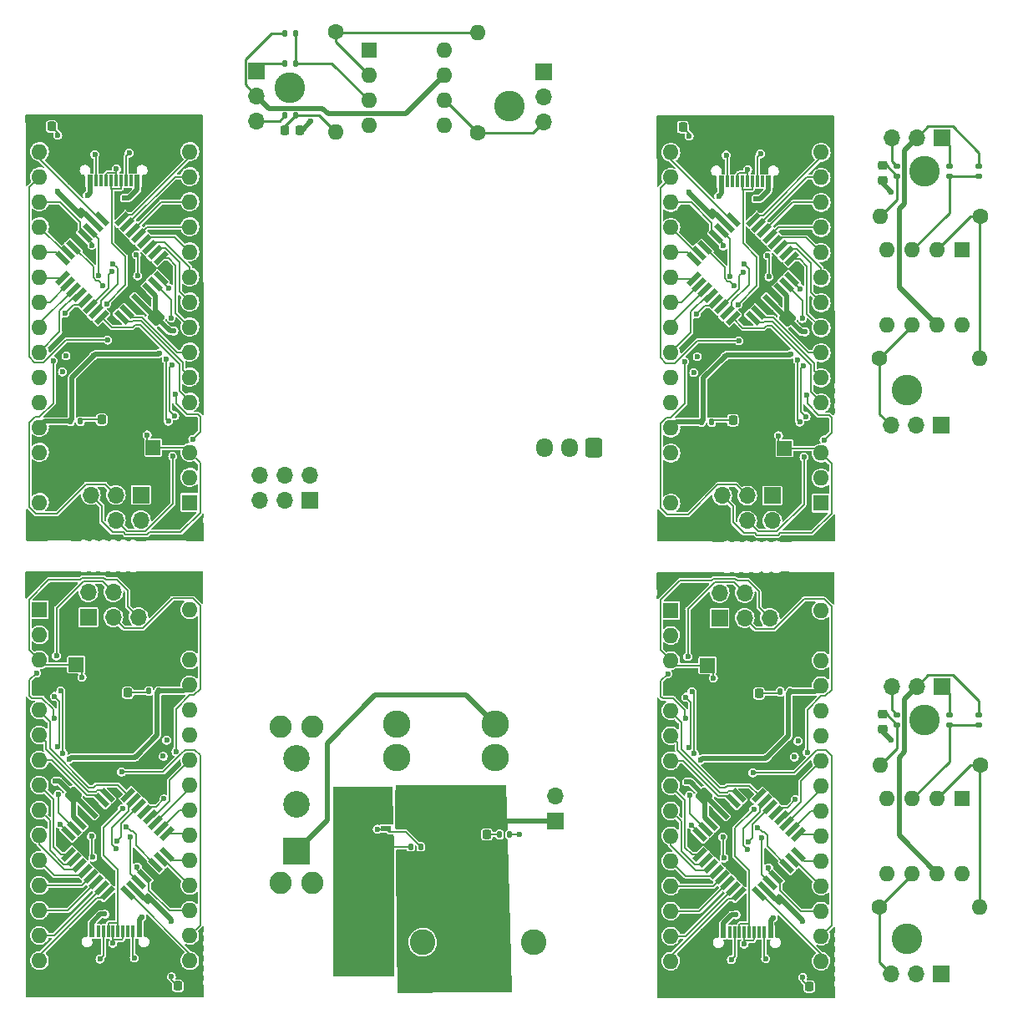
<source format=gbr>
%TF.GenerationSoftware,KiCad,Pcbnew,(6.0.1)*%
%TF.CreationDate,2022-04-04T10:53:51-04:00*%
%TF.ProjectId,arduino_usb_c,61726475-696e-46f5-9f75-73625f632e6b,rev?*%
%TF.SameCoordinates,Original*%
%TF.FileFunction,Copper,L1,Top*%
%TF.FilePolarity,Positive*%
%FSLAX46Y46*%
G04 Gerber Fmt 4.6, Leading zero omitted, Abs format (unit mm)*
G04 Created by KiCad (PCBNEW (6.0.1)) date 2022-04-04 10:53:51*
%MOMM*%
%LPD*%
G01*
G04 APERTURE LIST*
G04 Aperture macros list*
%AMRoundRect*
0 Rectangle with rounded corners*
0 $1 Rounding radius*
0 $2 $3 $4 $5 $6 $7 $8 $9 X,Y pos of 4 corners*
0 Add a 4 corners polygon primitive as box body*
4,1,4,$2,$3,$4,$5,$6,$7,$8,$9,$2,$3,0*
0 Add four circle primitives for the rounded corners*
1,1,$1+$1,$2,$3*
1,1,$1+$1,$4,$5*
1,1,$1+$1,$6,$7*
1,1,$1+$1,$8,$9*
0 Add four rect primitives between the rounded corners*
20,1,$1+$1,$2,$3,$4,$5,0*
20,1,$1+$1,$4,$5,$6,$7,0*
20,1,$1+$1,$6,$7,$8,$9,0*
20,1,$1+$1,$8,$9,$2,$3,0*%
%AMRotRect*
0 Rectangle, with rotation*
0 The origin of the aperture is its center*
0 $1 length*
0 $2 width*
0 $3 Rotation angle, in degrees counterclockwise*
0 Add horizontal line*
21,1,$1,$2,0,0,$3*%
G04 Aperture macros list end*
%TA.AperFunction,SMDPad,CuDef*%
%ADD10RoundRect,0.218750X0.218750X0.256250X-0.218750X0.256250X-0.218750X-0.256250X0.218750X-0.256250X0*%
%TD*%
%TA.AperFunction,SMDPad,CuDef*%
%ADD11R,0.600000X1.160000*%
%TD*%
%TA.AperFunction,SMDPad,CuDef*%
%ADD12R,0.300000X1.160000*%
%TD*%
%TA.AperFunction,ComponentPad*%
%ADD13O,0.900000X1.700000*%
%TD*%
%TA.AperFunction,ComponentPad*%
%ADD14O,0.900000X2.000000*%
%TD*%
%TA.AperFunction,ComponentPad*%
%ADD15C,1.600000*%
%TD*%
%TA.AperFunction,ComponentPad*%
%ADD16O,1.600000X1.600000*%
%TD*%
%TA.AperFunction,SMDPad,CuDef*%
%ADD17R,1.500000X1.500000*%
%TD*%
%TA.AperFunction,ComponentPad*%
%ADD18R,1.600000X1.600000*%
%TD*%
%TA.AperFunction,SMDPad,CuDef*%
%ADD19RoundRect,0.135000X-0.135000X-0.185000X0.135000X-0.185000X0.135000X0.185000X-0.135000X0.185000X0*%
%TD*%
%TA.AperFunction,SMDPad,CuDef*%
%ADD20RoundRect,0.218750X-0.218750X-0.256250X0.218750X-0.256250X0.218750X0.256250X-0.218750X0.256250X0*%
%TD*%
%TA.AperFunction,SMDPad,CuDef*%
%ADD21RoundRect,0.135000X-0.185000X0.135000X-0.185000X-0.135000X0.185000X-0.135000X0.185000X0.135000X0*%
%TD*%
%TA.AperFunction,SMDPad,CuDef*%
%ADD22RotRect,1.600000X0.550000X135.000000*%
%TD*%
%TA.AperFunction,SMDPad,CuDef*%
%ADD23RotRect,1.600000X0.550000X225.000000*%
%TD*%
%TA.AperFunction,SMDPad,CuDef*%
%ADD24RoundRect,0.250000X0.017678X0.618718X-0.618718X-0.017678X-0.017678X-0.618718X0.618718X0.017678X0*%
%TD*%
%TA.AperFunction,SMDPad,CuDef*%
%ADD25RoundRect,0.225000X-0.225000X-0.250000X0.225000X-0.250000X0.225000X0.250000X-0.225000X0.250000X0*%
%TD*%
%TA.AperFunction,SMDPad,CuDef*%
%ADD26R,1.100000X0.500000*%
%TD*%
%TA.AperFunction,SMDPad,CuDef*%
%ADD27R,4.000000X4.000000*%
%TD*%
%TA.AperFunction,SMDPad,CuDef*%
%ADD28RoundRect,0.225000X-0.250000X0.225000X-0.250000X-0.225000X0.250000X-0.225000X0.250000X0.225000X0*%
%TD*%
%TA.AperFunction,ComponentPad*%
%ADD29R,1.700000X1.700000*%
%TD*%
%TA.AperFunction,ComponentPad*%
%ADD30O,1.700000X1.700000*%
%TD*%
%TA.AperFunction,SMDPad,CuDef*%
%ADD31RoundRect,0.225000X0.017678X-0.335876X0.335876X-0.017678X-0.017678X0.335876X-0.335876X0.017678X0*%
%TD*%
%TA.AperFunction,SMDPad,CuDef*%
%ADD32RoundRect,0.225000X-0.017678X0.335876X-0.335876X0.017678X0.017678X-0.335876X0.335876X-0.017678X0*%
%TD*%
%TA.AperFunction,ComponentPad*%
%ADD33C,2.780000*%
%TD*%
%TA.AperFunction,SMDPad,CuDef*%
%ADD34RoundRect,0.135000X0.135000X0.185000X-0.135000X0.185000X-0.135000X-0.185000X0.135000X-0.185000X0*%
%TD*%
%TA.AperFunction,SMDPad,CuDef*%
%ADD35RoundRect,0.250000X-0.017678X-0.618718X0.618718X0.017678X0.017678X0.618718X-0.618718X-0.017678X0*%
%TD*%
%TA.AperFunction,SMDPad,CuDef*%
%ADD36RoundRect,0.135000X0.185000X-0.135000X0.185000X0.135000X-0.185000X0.135000X-0.185000X-0.135000X0*%
%TD*%
%TA.AperFunction,ComponentPad*%
%ADD37R,2.600000X2.600000*%
%TD*%
%TA.AperFunction,ComponentPad*%
%ADD38C,2.600000*%
%TD*%
%TA.AperFunction,ComponentPad*%
%ADD39R,2.700000X2.700000*%
%TD*%
%TA.AperFunction,ComponentPad*%
%ADD40C,2.700000*%
%TD*%
%TA.AperFunction,ComponentPad*%
%ADD41C,2.250000*%
%TD*%
%TA.AperFunction,SMDPad,CuDef*%
%ADD42RotRect,1.600000X0.550000X315.000000*%
%TD*%
%TA.AperFunction,SMDPad,CuDef*%
%ADD43RotRect,1.600000X0.550000X45.000000*%
%TD*%
%TA.AperFunction,ComponentPad*%
%ADD44RoundRect,0.250000X0.600000X0.725000X-0.600000X0.725000X-0.600000X-0.725000X0.600000X-0.725000X0*%
%TD*%
%TA.AperFunction,ComponentPad*%
%ADD45O,1.700000X1.950000*%
%TD*%
%TA.AperFunction,ViaPad*%
%ADD46C,0.600000*%
%TD*%
%TA.AperFunction,ViaPad*%
%ADD47C,3.100000*%
%TD*%
%TA.AperFunction,Conductor*%
%ADD48C,0.200000*%
%TD*%
%TA.AperFunction,Conductor*%
%ADD49C,0.508000*%
%TD*%
%TA.AperFunction,Conductor*%
%ADD50C,0.254000*%
%TD*%
G04 APERTURE END LIST*
D10*
%TO.P,D3,1,K*%
%TO.N,GND*%
X111056050Y-93570000D03*
%TO.P,D3,2,A*%
%TO.N,Net-(D3-Pad2)*%
X109481050Y-93570000D03*
%TD*%
D11*
%TO.P,J1,A1,GND*%
%TO.N,GND*%
X177903600Y-69444327D03*
%TO.P,J1,A4,VBUS*%
%TO.N,/VUSB*%
X177103600Y-69444327D03*
D12*
%TO.P,J1,A5,CC1*%
%TO.N,Net-(J1-PadA5)*%
X175953600Y-69444327D03*
%TO.P,J1,A6,D+*%
%TO.N,/D+*%
X174953600Y-69444327D03*
%TO.P,J1,A7,D-*%
%TO.N,/D-*%
X174453600Y-69444327D03*
%TO.P,J1,A8,SBU1*%
%TO.N,unconnected-(J1-PadA8)*%
X173453600Y-69444327D03*
D11*
%TO.P,J1,A9,VBUS*%
%TO.N,/VUSB*%
X172303600Y-69444327D03*
%TO.P,J1,A12,GND*%
%TO.N,GND*%
X171503600Y-69444327D03*
%TO.P,J1,B1,GND*%
X171503600Y-69444327D03*
%TO.P,J1,B4,VBUS*%
%TO.N,/VUSB*%
X172303600Y-69444327D03*
D12*
%TO.P,J1,B5,CC2*%
%TO.N,Net-(J1-PadB5)*%
X172953600Y-69444327D03*
%TO.P,J1,B6,D+*%
%TO.N,/D+*%
X173953600Y-69444327D03*
%TO.P,J1,B7,D-*%
%TO.N,/D-*%
X175453600Y-69444327D03*
%TO.P,J1,B8,SBU2*%
%TO.N,unconnected-(J1-PadB8)*%
X176453600Y-69444327D03*
D11*
%TO.P,J1,B9,VBUS*%
%TO.N,/VUSB*%
X177103600Y-69444327D03*
%TO.P,J1,B12,GND*%
%TO.N,GND*%
X177903600Y-69444327D03*
D13*
%TO.P,J1,S1,SHIELD*%
X170383600Y-64694327D03*
X179023600Y-64694327D03*
D14*
X179023600Y-68864327D03*
X170383600Y-68864327D03*
%TD*%
D15*
%TO.P,R13,1*%
%TO.N,Net-(R13-Pad1)*%
X198620000Y-128600000D03*
D16*
%TO.P,R13,2*%
%TO.N,Net-(C6-Pad1)*%
X188460000Y-128600000D03*
%TD*%
D17*
%TO.P,SW1,1,A*%
%TO.N,GND*%
X114694800Y-118414800D03*
%TO.P,SW1,2,B*%
%TO.N,/RESET*%
X106894800Y-118414800D03*
%TD*%
D15*
%TO.P,R13,1*%
%TO.N,Net-(R13-Pad1)*%
X133200000Y-54280000D03*
D16*
%TO.P,R13,2*%
%TO.N,Net-(C6-Pad1)*%
X133200000Y-64440000D03*
%TD*%
D17*
%TO.P,SW1,1,A*%
%TO.N,GND*%
X170905200Y-96488527D03*
%TO.P,SW1,2,B*%
%TO.N,/RESET*%
X178705200Y-96488527D03*
%TD*%
D18*
%TO.P,U5,1,VOS*%
%TO.N,unconnected-(U5-Pad1)*%
X196740000Y-76400000D03*
D16*
%TO.P,U5,2,-*%
%TO.N,Net-(R13-Pad1)*%
X194200000Y-76400000D03*
%TO.P,U5,3,+*%
%TO.N,Net-(R11-Pad1)*%
X191660000Y-76400000D03*
%TO.P,U5,4,V-*%
%TO.N,GND1*%
X189120000Y-76400000D03*
%TO.P,U5,5,NC*%
%TO.N,unconnected-(U5-Pad5)*%
X189120000Y-84020000D03*
%TO.P,U5,6*%
%TO.N,Net-(J8-Pad3)*%
X191660000Y-84020000D03*
%TO.P,U5,7,V+*%
%TO.N,+5VA*%
X194200000Y-84020000D03*
%TO.P,U5,8,VOS*%
%TO.N,unconnected-(U5-Pad8)*%
X196740000Y-84020000D03*
%TD*%
D19*
%TO.P,R7,1*%
%TO.N,+5V*%
X170307400Y-93821527D03*
%TO.P,R7,2*%
%TO.N,Net-(D3-Pad2)*%
X171327400Y-93821527D03*
%TD*%
D20*
%TO.P,D3,1,K*%
%TO.N,GND*%
X174543950Y-121333327D03*
%TO.P,D3,2,A*%
%TO.N,Net-(D3-Pad2)*%
X176118950Y-121333327D03*
%TD*%
D21*
%TO.P,R12,1*%
%TO.N,GND1*%
X195440000Y-67890000D03*
%TO.P,R12,2*%
%TO.N,Net-(R11-Pad1)*%
X195440000Y-68910000D03*
%TD*%
D22*
%TO.P,U1,1,PD3*%
%TO.N,/D3*%
X175525705Y-83287230D03*
%TO.P,U1,2,PD4*%
%TO.N,/D4*%
X176091390Y-82721544D03*
%TO.P,U1,3,GND*%
%TO.N,GND*%
X176657076Y-82155859D03*
%TO.P,U1,4,VCC*%
%TO.N,+5V*%
X177222761Y-81590174D03*
%TO.P,U1,5,GND*%
%TO.N,GND*%
X177788447Y-81024488D03*
%TO.P,U1,6,VCC*%
%TO.N,+5V*%
X178354132Y-80458803D03*
%TO.P,U1,7,XTAL1/PB6*%
%TO.N,Net-(U1-Pad7)*%
X178919817Y-79893117D03*
%TO.P,U1,8,XTAL2/PB7*%
%TO.N,Net-(U1-Pad8)*%
X179485503Y-79327432D03*
D23*
%TO.P,U1,9,PD5*%
%TO.N,/D5*%
X179485503Y-77276822D03*
%TO.P,U1,10,PD6*%
%TO.N,/D6*%
X178919817Y-76711137D03*
%TO.P,U1,11,PD7*%
%TO.N,/D7*%
X178354132Y-76145451D03*
%TO.P,U1,12,PB0*%
%TO.N,/D8*%
X177788447Y-75579766D03*
%TO.P,U1,13,PB1*%
%TO.N,/D9*%
X177222761Y-75014080D03*
%TO.P,U1,14,PB2*%
%TO.N,/D10*%
X176657076Y-74448395D03*
%TO.P,U1,15,PB3*%
%TO.N,/D11*%
X176091390Y-73882710D03*
%TO.P,U1,16,PB4*%
%TO.N,/D12*%
X175525705Y-73317024D03*
D22*
%TO.P,U1,17,PB5*%
%TO.N,/D13*%
X173475095Y-73317024D03*
%TO.P,U1,18,AVCC*%
%TO.N,+5V*%
X172909410Y-73882710D03*
%TO.P,U1,19,ADC6*%
%TO.N,/A6*%
X172343724Y-74448395D03*
%TO.P,U1,20,AREF*%
%TO.N,/AREF*%
X171778039Y-75014080D03*
%TO.P,U1,21,GND*%
%TO.N,GND*%
X171212353Y-75579766D03*
%TO.P,U1,22,ADC7*%
%TO.N,/A7*%
X170646668Y-76145451D03*
%TO.P,U1,23,PC0*%
%TO.N,/A0*%
X170080983Y-76711137D03*
%TO.P,U1,24,PC1*%
%TO.N,/A1*%
X169515297Y-77276822D03*
D23*
%TO.P,U1,25,PC2*%
%TO.N,/A2*%
X169515297Y-79327432D03*
%TO.P,U1,26,PC3*%
%TO.N,/A3*%
X170080983Y-79893117D03*
%TO.P,U1,27,PC4*%
%TO.N,/A4*%
X170646668Y-80458803D03*
%TO.P,U1,28,PC5*%
%TO.N,/A5*%
X171212353Y-81024488D03*
%TO.P,U1,29,~{RESET}/PC6*%
%TO.N,/RESET*%
X171778039Y-81590174D03*
%TO.P,U1,30,PD0*%
%TO.N,Net-(R2-Pad1)*%
X172343724Y-82155859D03*
%TO.P,U1,31,PD1*%
%TO.N,Net-(R3-Pad1)*%
X172909410Y-82721544D03*
%TO.P,U1,32,PD2*%
%TO.N,/D2*%
X173475095Y-83287230D03*
%TD*%
D21*
%TO.P,R10,1*%
%TO.N,Net-(J7-Pad3)*%
X190140000Y-67890000D03*
%TO.P,R10,2*%
%TO.N,Net-(C6-Pad1)*%
X190140000Y-68910000D03*
%TD*%
D24*
%TO.P,C3,1*%
%TO.N,GND*%
X108498194Y-129728406D03*
%TO.P,C3,2*%
%TO.N,+5V*%
X106589006Y-131637594D03*
%TD*%
D21*
%TO.P,R10,1*%
%TO.N,Net-(J7-Pad3)*%
X190140000Y-123490000D03*
%TO.P,R10,2*%
%TO.N,Net-(C6-Pad1)*%
X190140000Y-124510000D03*
%TD*%
D25*
%TO.P,C6,1*%
%TO.N,Net-(C6-Pad1)*%
X128025000Y-64260000D03*
%TO.P,C6,2*%
%TO.N,GND1*%
X129575000Y-64260000D03*
%TD*%
D26*
%TO.P,U4,1,S*%
%TO.N,Net-(J4-Pad1)*%
X138306600Y-131207400D03*
%TO.P,U4,2,S*%
X138306600Y-132477400D03*
%TO.P,U4,3,S*%
X138306600Y-133747400D03*
%TO.P,U4,4,G*%
%TO.N,Net-(SW2-Pad2)*%
X138306600Y-135017400D03*
%TO.P,U4,5,D*%
%TO.N,Net-(D4-Pad1)*%
X144106600Y-135017400D03*
%TO.P,U4,6,D*%
X144106600Y-133747400D03*
%TO.P,U4,7,D*%
X144106600Y-132477400D03*
%TO.P,U4,8,D*%
X144106600Y-131207400D03*
D27*
%TO.P,U4,9,EPAD*%
X141206600Y-133112400D03*
%TD*%
D28*
%TO.P,C6,1*%
%TO.N,Net-(C6-Pad1)*%
X188640000Y-67825000D03*
%TO.P,C6,2*%
%TO.N,GND1*%
X188640000Y-69375000D03*
%TD*%
D19*
%TO.P,R12,1*%
%TO.N,GND1*%
X128090000Y-57460000D03*
%TO.P,R12,2*%
%TO.N,Net-(R11-Pad1)*%
X129110000Y-57460000D03*
%TD*%
%TO.P,R7,1*%
%TO.N,+5V*%
X106304150Y-93747800D03*
%TO.P,R7,2*%
%TO.N,Net-(D3-Pad2)*%
X107324150Y-93747800D03*
%TD*%
D24*
%TO.P,C3,1*%
%TO.N,GND*%
X172501444Y-129802133D03*
%TO.P,C3,2*%
%TO.N,+5V*%
X170592256Y-131711321D03*
%TD*%
D18*
%TO.P,A1,1,D1/TX*%
%TO.N,/TX*%
X167178050Y-112925927D03*
D16*
%TO.P,A1,2,D0/RX*%
%TO.N,/RX*%
X167178050Y-115465927D03*
%TO.P,A1,3,~{RESET}*%
%TO.N,/RESET*%
X167178050Y-118005927D03*
%TO.P,A1,4,GND*%
%TO.N,GND*%
X167178050Y-120545927D03*
%TO.P,A1,5,D2*%
%TO.N,/D2*%
X167178050Y-123085927D03*
%TO.P,A1,6,D3*%
%TO.N,/D3*%
X167178050Y-125625927D03*
%TO.P,A1,7,D4*%
%TO.N,/D4*%
X167178050Y-128165927D03*
%TO.P,A1,8,D5*%
%TO.N,/D5*%
X167178050Y-130705927D03*
%TO.P,A1,9,D6*%
%TO.N,/D6*%
X167178050Y-133245927D03*
%TO.P,A1,10,D7*%
%TO.N,/D7*%
X167178050Y-135785927D03*
%TO.P,A1,11,D8*%
%TO.N,/D8*%
X167178050Y-138325927D03*
%TO.P,A1,12,D9*%
%TO.N,/D9*%
X167178050Y-140865927D03*
%TO.P,A1,13,D10*%
%TO.N,/D10*%
X167178050Y-143405927D03*
%TO.P,A1,14,D11*%
%TO.N,/D11*%
X167178050Y-145945927D03*
%TO.P,A1,15,D12*%
%TO.N,/D12*%
X167178050Y-148485927D03*
%TO.P,A1,16,D13*%
%TO.N,/D13*%
X182418050Y-148485927D03*
%TO.P,A1,17,3V3*%
%TO.N,+3V3*%
X182418050Y-145945927D03*
%TO.P,A1,18,AREF*%
%TO.N,/AREF*%
X182418050Y-143405927D03*
%TO.P,A1,19,A0*%
%TO.N,/A0*%
X182418050Y-140865927D03*
%TO.P,A1,20,A1*%
%TO.N,/A1*%
X182418050Y-138325927D03*
%TO.P,A1,21,A2*%
%TO.N,/A2*%
X182418050Y-135785927D03*
%TO.P,A1,22,A3*%
%TO.N,/A3*%
X182418050Y-133245927D03*
%TO.P,A1,23,A4*%
%TO.N,/A4*%
X182418050Y-130705927D03*
%TO.P,A1,24,A5*%
%TO.N,/A5*%
X182418050Y-128165927D03*
%TO.P,A1,25,A6*%
%TO.N,/A6*%
X182418050Y-125625927D03*
%TO.P,A1,26,A7*%
%TO.N,/A7*%
X182418050Y-123085927D03*
%TO.P,A1,27,+5V*%
%TO.N,+5V*%
X182418050Y-120545927D03*
%TO.P,A1,28,~{RESET}*%
%TO.N,/RESET*%
X182418050Y-118005927D03*
%TO.P,A1,29,GND*%
%TO.N,GND*%
X182418050Y-115465927D03*
%TO.P,A1,30,VIN*%
%TO.N,/VIN*%
X182418050Y-112925927D03*
%TD*%
D29*
%TO.P,J6,1,Pin_1*%
%TO.N,Net-(J5-Pad1)*%
X130617200Y-101737600D03*
D30*
%TO.P,J6,2,Pin_2*%
X130617200Y-99197600D03*
%TO.P,J6,3,Pin_3*%
%TO.N,Net-(J5-Pad2)*%
X128077200Y-101737600D03*
%TO.P,J6,4,Pin_4*%
X128077200Y-99197600D03*
%TO.P,J6,5,Pin_5*%
%TO.N,Net-(J5-Pad3)*%
X125537200Y-101737600D03*
%TO.P,J6,6,Pin_6*%
X125537200Y-99197600D03*
%TD*%
D31*
%TO.P,C2,1*%
%TO.N,GND*%
X106327734Y-73761816D03*
%TO.P,C2,2*%
%TO.N,+5V*%
X107423750Y-72665800D03*
%TD*%
D32*
%TO.P,C2,1*%
%TO.N,GND*%
X179272266Y-141141511D03*
%TO.P,C2,2*%
%TO.N,+5V*%
X178176250Y-142237527D03*
%TD*%
D18*
%TO.P,U5,1,VOS*%
%TO.N,unconnected-(U5-Pad1)*%
X136600000Y-56160000D03*
D16*
%TO.P,U5,2,-*%
%TO.N,Net-(R13-Pad1)*%
X136600000Y-58700000D03*
%TO.P,U5,3,+*%
%TO.N,Net-(R11-Pad1)*%
X136600000Y-61240000D03*
%TO.P,U5,4,V-*%
%TO.N,GND1*%
X136600000Y-63780000D03*
%TO.P,U5,5,NC*%
%TO.N,unconnected-(U5-Pad5)*%
X144220000Y-63780000D03*
%TO.P,U5,6*%
%TO.N,Net-(J8-Pad3)*%
X144220000Y-61240000D03*
%TO.P,U5,7,V+*%
%TO.N,+5VA*%
X144220000Y-58700000D03*
%TO.P,U5,8,VOS*%
%TO.N,unconnected-(U5-Pad8)*%
X144220000Y-56160000D03*
%TD*%
D31*
%TO.P,C2,1*%
%TO.N,GND*%
X170330984Y-73835543D03*
%TO.P,C2,2*%
%TO.N,+5V*%
X171427000Y-72739527D03*
%TD*%
D33*
%TO.P,F1,1*%
%TO.N,Net-(F1-Pad1)*%
X139439000Y-127860800D03*
X139439000Y-124460800D03*
%TO.P,F1,2*%
%TO.N,VBUS*%
X149359000Y-127860800D03*
X149359000Y-124460800D03*
%TD*%
D29*
%TO.P,J7,1,Pin_1*%
%TO.N,GND1*%
X125200000Y-58220000D03*
D30*
%TO.P,J7,2,Pin_2*%
%TO.N,+5VA*%
X125200000Y-60760000D03*
%TO.P,J7,3,Pin_3*%
%TO.N,Net-(J7-Pad3)*%
X125200000Y-63300000D03*
%TD*%
D18*
%TO.P,A1,1,D1/TX*%
%TO.N,/TX*%
X182425200Y-102051127D03*
D16*
%TO.P,A1,2,D0/RX*%
%TO.N,/RX*%
X182425200Y-99511127D03*
%TO.P,A1,3,~{RESET}*%
%TO.N,/RESET*%
X182425200Y-96971127D03*
%TO.P,A1,4,GND*%
%TO.N,GND*%
X182425200Y-94431127D03*
%TO.P,A1,5,D2*%
%TO.N,/D2*%
X182425200Y-91891127D03*
%TO.P,A1,6,D3*%
%TO.N,/D3*%
X182425200Y-89351127D03*
%TO.P,A1,7,D4*%
%TO.N,/D4*%
X182425200Y-86811127D03*
%TO.P,A1,8,D5*%
%TO.N,/D5*%
X182425200Y-84271127D03*
%TO.P,A1,9,D6*%
%TO.N,/D6*%
X182425200Y-81731127D03*
%TO.P,A1,10,D7*%
%TO.N,/D7*%
X182425200Y-79191127D03*
%TO.P,A1,11,D8*%
%TO.N,/D8*%
X182425200Y-76651127D03*
%TO.P,A1,12,D9*%
%TO.N,/D9*%
X182425200Y-74111127D03*
%TO.P,A1,13,D10*%
%TO.N,/D10*%
X182425200Y-71571127D03*
%TO.P,A1,14,D11*%
%TO.N,/D11*%
X182425200Y-69031127D03*
%TO.P,A1,15,D12*%
%TO.N,/D12*%
X182425200Y-66491127D03*
%TO.P,A1,16,D13*%
%TO.N,/D13*%
X167185200Y-66491127D03*
%TO.P,A1,17,3V3*%
%TO.N,+3V3*%
X167185200Y-69031127D03*
%TO.P,A1,18,AREF*%
%TO.N,/AREF*%
X167185200Y-71571127D03*
%TO.P,A1,19,A0*%
%TO.N,/A0*%
X167185200Y-74111127D03*
%TO.P,A1,20,A1*%
%TO.N,/A1*%
X167185200Y-76651127D03*
%TO.P,A1,21,A2*%
%TO.N,/A2*%
X167185200Y-79191127D03*
%TO.P,A1,22,A3*%
%TO.N,/A3*%
X167185200Y-81731127D03*
%TO.P,A1,23,A4*%
%TO.N,/A4*%
X167185200Y-84271127D03*
%TO.P,A1,24,A5*%
%TO.N,/A5*%
X167185200Y-86811127D03*
%TO.P,A1,25,A6*%
%TO.N,/A6*%
X167185200Y-89351127D03*
%TO.P,A1,26,A7*%
%TO.N,/A7*%
X167185200Y-91891127D03*
%TO.P,A1,27,+5V*%
%TO.N,+5V*%
X167185200Y-94431127D03*
%TO.P,A1,28,~{RESET}*%
%TO.N,/RESET*%
X167185200Y-96971127D03*
%TO.P,A1,29,GND*%
%TO.N,GND*%
X167185200Y-99511127D03*
%TO.P,A1,30,VIN*%
%TO.N,/VIN*%
X167185200Y-102051127D03*
%TD*%
D34*
%TO.P,R8,1*%
%TO.N,Net-(SW2-Pad2)*%
X141835600Y-136872400D03*
%TO.P,R8,2*%
%TO.N,Net-(J4-Pad1)*%
X140815600Y-136872400D03*
%TD*%
D29*
%TO.P,J8,1,Pin_1*%
%TO.N,GND1*%
X194565000Y-149725000D03*
D30*
%TO.P,J8,2,Pin_2*%
%TO.N,+5VA*%
X192025000Y-149725000D03*
%TO.P,J8,3,Pin_3*%
%TO.N,Net-(J8-Pad3)*%
X189485000Y-149725000D03*
%TD*%
D11*
%TO.P,J1,A1,GND*%
%TO.N,GND*%
X171699650Y-145532727D03*
%TO.P,J1,A4,VBUS*%
%TO.N,/VUSB*%
X172499650Y-145532727D03*
D12*
%TO.P,J1,A5,CC1*%
%TO.N,Net-(J1-PadA5)*%
X173649650Y-145532727D03*
%TO.P,J1,A6,D+*%
%TO.N,/D+*%
X174649650Y-145532727D03*
%TO.P,J1,A7,D-*%
%TO.N,/D-*%
X175149650Y-145532727D03*
%TO.P,J1,A8,SBU1*%
%TO.N,unconnected-(J1-PadA8)*%
X176149650Y-145532727D03*
D11*
%TO.P,J1,A9,VBUS*%
%TO.N,/VUSB*%
X177299650Y-145532727D03*
%TO.P,J1,A12,GND*%
%TO.N,GND*%
X178099650Y-145532727D03*
%TO.P,J1,B1,GND*%
X178099650Y-145532727D03*
%TO.P,J1,B4,VBUS*%
%TO.N,/VUSB*%
X177299650Y-145532727D03*
D12*
%TO.P,J1,B5,CC2*%
%TO.N,Net-(J1-PadB5)*%
X176649650Y-145532727D03*
%TO.P,J1,B6,D+*%
%TO.N,/D+*%
X175649650Y-145532727D03*
%TO.P,J1,B7,D-*%
%TO.N,/D-*%
X174149650Y-145532727D03*
%TO.P,J1,B8,SBU2*%
%TO.N,unconnected-(J1-PadB8)*%
X173149650Y-145532727D03*
D11*
%TO.P,J1,B9,VBUS*%
%TO.N,/VUSB*%
X172499650Y-145532727D03*
%TO.P,J1,B12,GND*%
%TO.N,GND*%
X171699650Y-145532727D03*
D14*
%TO.P,J1,S1,SHIELD*%
X170579650Y-146112727D03*
D13*
X170579650Y-150282727D03*
X179219650Y-150282727D03*
D14*
X179219650Y-146112727D03*
%TD*%
D15*
%TO.P,R14,1*%
%TO.N,Net-(J8-Pad3)*%
X147600000Y-64540000D03*
D16*
%TO.P,R14,2*%
%TO.N,Net-(R13-Pad1)*%
X147600000Y-54380000D03*
%TD*%
D11*
%TO.P,J1,A1,GND*%
%TO.N,GND*%
X113900350Y-69370600D03*
%TO.P,J1,A4,VBUS*%
%TO.N,/VUSB*%
X113100350Y-69370600D03*
D12*
%TO.P,J1,A5,CC1*%
%TO.N,Net-(J1-PadA5)*%
X111950350Y-69370600D03*
%TO.P,J1,A6,D+*%
%TO.N,/D+*%
X110950350Y-69370600D03*
%TO.P,J1,A7,D-*%
%TO.N,/D-*%
X110450350Y-69370600D03*
%TO.P,J1,A8,SBU1*%
%TO.N,unconnected-(J1-PadA8)*%
X109450350Y-69370600D03*
D11*
%TO.P,J1,A9,VBUS*%
%TO.N,/VUSB*%
X108300350Y-69370600D03*
%TO.P,J1,A12,GND*%
%TO.N,GND*%
X107500350Y-69370600D03*
%TO.P,J1,B1,GND*%
X107500350Y-69370600D03*
%TO.P,J1,B4,VBUS*%
%TO.N,/VUSB*%
X108300350Y-69370600D03*
D12*
%TO.P,J1,B5,CC2*%
%TO.N,Net-(J1-PadB5)*%
X108950350Y-69370600D03*
%TO.P,J1,B6,D+*%
%TO.N,/D+*%
X109950350Y-69370600D03*
%TO.P,J1,B7,D-*%
%TO.N,/D-*%
X111450350Y-69370600D03*
%TO.P,J1,B8,SBU2*%
%TO.N,unconnected-(J1-PadB8)*%
X112450350Y-69370600D03*
D11*
%TO.P,J1,B9,VBUS*%
%TO.N,/VUSB*%
X113100350Y-69370600D03*
%TO.P,J1,B12,GND*%
%TO.N,GND*%
X113900350Y-69370600D03*
D13*
%TO.P,J1,S1,SHIELD*%
X115020350Y-64620600D03*
D14*
X106380350Y-68790600D03*
X115020350Y-68790600D03*
D13*
X106380350Y-64620600D03*
%TD*%
D20*
%TO.P,D1,1,K*%
%TO.N,GND*%
X102826150Y-63852000D03*
%TO.P,D1,2,A*%
%TO.N,Net-(D1-Pad2)*%
X104401150Y-63852000D03*
%TD*%
D29*
%TO.P,J8,1,Pin_1*%
%TO.N,GND1*%
X194565000Y-94125000D03*
D30*
%TO.P,J8,2,Pin_2*%
%TO.N,+5VA*%
X192025000Y-94125000D03*
%TO.P,J8,3,Pin_3*%
%TO.N,Net-(J8-Pad3)*%
X189485000Y-94125000D03*
%TD*%
D22*
%TO.P,U1,1,PD3*%
%TO.N,/D3*%
X111522455Y-83213503D03*
%TO.P,U1,2,PD4*%
%TO.N,/D4*%
X112088140Y-82647817D03*
%TO.P,U1,3,GND*%
%TO.N,GND*%
X112653826Y-82082132D03*
%TO.P,U1,4,VCC*%
%TO.N,+5V*%
X113219511Y-81516447D03*
%TO.P,U1,5,GND*%
%TO.N,GND*%
X113785197Y-80950761D03*
%TO.P,U1,6,VCC*%
%TO.N,+5V*%
X114350882Y-80385076D03*
%TO.P,U1,7,XTAL1/PB6*%
%TO.N,Net-(U1-Pad7)*%
X114916567Y-79819390D03*
%TO.P,U1,8,XTAL2/PB7*%
%TO.N,Net-(U1-Pad8)*%
X115482253Y-79253705D03*
D23*
%TO.P,U1,9,PD5*%
%TO.N,/D5*%
X115482253Y-77203095D03*
%TO.P,U1,10,PD6*%
%TO.N,/D6*%
X114916567Y-76637410D03*
%TO.P,U1,11,PD7*%
%TO.N,/D7*%
X114350882Y-76071724D03*
%TO.P,U1,12,PB0*%
%TO.N,/D8*%
X113785197Y-75506039D03*
%TO.P,U1,13,PB1*%
%TO.N,/D9*%
X113219511Y-74940353D03*
%TO.P,U1,14,PB2*%
%TO.N,/D10*%
X112653826Y-74374668D03*
%TO.P,U1,15,PB3*%
%TO.N,/D11*%
X112088140Y-73808983D03*
%TO.P,U1,16,PB4*%
%TO.N,/D12*%
X111522455Y-73243297D03*
D22*
%TO.P,U1,17,PB5*%
%TO.N,/D13*%
X109471845Y-73243297D03*
%TO.P,U1,18,AVCC*%
%TO.N,+5V*%
X108906160Y-73808983D03*
%TO.P,U1,19,ADC6*%
%TO.N,/A6*%
X108340474Y-74374668D03*
%TO.P,U1,20,AREF*%
%TO.N,/AREF*%
X107774789Y-74940353D03*
%TO.P,U1,21,GND*%
%TO.N,GND*%
X107209103Y-75506039D03*
%TO.P,U1,22,ADC7*%
%TO.N,/A7*%
X106643418Y-76071724D03*
%TO.P,U1,23,PC0*%
%TO.N,/A0*%
X106077733Y-76637410D03*
%TO.P,U1,24,PC1*%
%TO.N,/A1*%
X105512047Y-77203095D03*
D23*
%TO.P,U1,25,PC2*%
%TO.N,/A2*%
X105512047Y-79253705D03*
%TO.P,U1,26,PC3*%
%TO.N,/A3*%
X106077733Y-79819390D03*
%TO.P,U1,27,PC4*%
%TO.N,/A4*%
X106643418Y-80385076D03*
%TO.P,U1,28,PC5*%
%TO.N,/A5*%
X107209103Y-80950761D03*
%TO.P,U1,29,~{RESET}/PC6*%
%TO.N,/RESET*%
X107774789Y-81516447D03*
%TO.P,U1,30,PD0*%
%TO.N,Net-(R2-Pad1)*%
X108340474Y-82082132D03*
%TO.P,U1,31,PD1*%
%TO.N,Net-(R3-Pad1)*%
X108906160Y-82647817D03*
%TO.P,U1,32,PD2*%
%TO.N,/D2*%
X109471845Y-83213503D03*
%TD*%
D20*
%TO.P,D3,1,K*%
%TO.N,GND*%
X110540700Y-121259600D03*
%TO.P,D3,2,A*%
%TO.N,Net-(D3-Pad2)*%
X112115700Y-121259600D03*
%TD*%
D35*
%TO.P,C3,1*%
%TO.N,GND*%
X113098556Y-85101194D03*
%TO.P,C3,2*%
%TO.N,+5V*%
X115007744Y-83192006D03*
%TD*%
D36*
%TO.P,R11,1*%
%TO.N,Net-(R11-Pad1)*%
X198440000Y-124510000D03*
%TO.P,R11,2*%
%TO.N,+5VA*%
X198440000Y-123490000D03*
%TD*%
D18*
%TO.P,A1,1,D1/TX*%
%TO.N,/TX*%
X118421950Y-101977400D03*
D16*
%TO.P,A1,2,D0/RX*%
%TO.N,/RX*%
X118421950Y-99437400D03*
%TO.P,A1,3,~{RESET}*%
%TO.N,/RESET*%
X118421950Y-96897400D03*
%TO.P,A1,4,GND*%
%TO.N,GND*%
X118421950Y-94357400D03*
%TO.P,A1,5,D2*%
%TO.N,/D2*%
X118421950Y-91817400D03*
%TO.P,A1,6,D3*%
%TO.N,/D3*%
X118421950Y-89277400D03*
%TO.P,A1,7,D4*%
%TO.N,/D4*%
X118421950Y-86737400D03*
%TO.P,A1,8,D5*%
%TO.N,/D5*%
X118421950Y-84197400D03*
%TO.P,A1,9,D6*%
%TO.N,/D6*%
X118421950Y-81657400D03*
%TO.P,A1,10,D7*%
%TO.N,/D7*%
X118421950Y-79117400D03*
%TO.P,A1,11,D8*%
%TO.N,/D8*%
X118421950Y-76577400D03*
%TO.P,A1,12,D9*%
%TO.N,/D9*%
X118421950Y-74037400D03*
%TO.P,A1,13,D10*%
%TO.N,/D10*%
X118421950Y-71497400D03*
%TO.P,A1,14,D11*%
%TO.N,/D11*%
X118421950Y-68957400D03*
%TO.P,A1,15,D12*%
%TO.N,/D12*%
X118421950Y-66417400D03*
%TO.P,A1,16,D13*%
%TO.N,/D13*%
X103181950Y-66417400D03*
%TO.P,A1,17,3V3*%
%TO.N,+3V3*%
X103181950Y-68957400D03*
%TO.P,A1,18,AREF*%
%TO.N,/AREF*%
X103181950Y-71497400D03*
%TO.P,A1,19,A0*%
%TO.N,/A0*%
X103181950Y-74037400D03*
%TO.P,A1,20,A1*%
%TO.N,/A1*%
X103181950Y-76577400D03*
%TO.P,A1,21,A2*%
%TO.N,/A2*%
X103181950Y-79117400D03*
%TO.P,A1,22,A3*%
%TO.N,/A3*%
X103181950Y-81657400D03*
%TO.P,A1,23,A4*%
%TO.N,/A4*%
X103181950Y-84197400D03*
%TO.P,A1,24,A5*%
%TO.N,/A5*%
X103181950Y-86737400D03*
%TO.P,A1,25,A6*%
%TO.N,/A6*%
X103181950Y-89277400D03*
%TO.P,A1,26,A7*%
%TO.N,/A7*%
X103181950Y-91817400D03*
%TO.P,A1,27,+5V*%
%TO.N,+5V*%
X103181950Y-94357400D03*
%TO.P,A1,28,~{RESET}*%
%TO.N,/RESET*%
X103181950Y-96897400D03*
%TO.P,A1,29,GND*%
%TO.N,GND*%
X103181950Y-99437400D03*
%TO.P,A1,30,VIN*%
%TO.N,/VIN*%
X103181950Y-101977400D03*
%TD*%
D29*
%TO.P,J7,1,Pin_1*%
%TO.N,GND1*%
X194680000Y-120600000D03*
D30*
%TO.P,J7,2,Pin_2*%
%TO.N,+5VA*%
X192140000Y-120600000D03*
%TO.P,J7,3,Pin_3*%
%TO.N,Net-(J7-Pad3)*%
X189600000Y-120600000D03*
%TD*%
D28*
%TO.P,C6,1*%
%TO.N,Net-(C6-Pad1)*%
X188640000Y-123425000D03*
%TO.P,C6,2*%
%TO.N,GND1*%
X188640000Y-124975000D03*
%TD*%
D10*
%TO.P,D1,1,K*%
%TO.N,GND*%
X182773850Y-151051327D03*
%TO.P,D1,2,A*%
%TO.N,Net-(D1-Pad2)*%
X181198850Y-151051327D03*
%TD*%
D20*
%TO.P,D1,1,K*%
%TO.N,GND*%
X166829400Y-63925727D03*
%TO.P,D1,2,A*%
%TO.N,Net-(D1-Pad2)*%
X168404400Y-63925727D03*
%TD*%
D10*
%TO.P,D1,1,K*%
%TO.N,GND*%
X118770600Y-150977600D03*
%TO.P,D1,2,A*%
%TO.N,Net-(D1-Pad2)*%
X117195600Y-150977600D03*
%TD*%
D29*
%TO.P,J2,1,Pin_1*%
%TO.N,/D12*%
X113468950Y-101215400D03*
D30*
%TO.P,J2,2,Pin_2*%
%TO.N,+5V*%
X113468950Y-103755400D03*
%TO.P,J2,3,Pin_3*%
%TO.N,/D13*%
X110928950Y-101215400D03*
%TO.P,J2,4,Pin_4*%
%TO.N,/D11*%
X110928950Y-103755400D03*
%TO.P,J2,5,Pin_5*%
%TO.N,/RESET*%
X108388950Y-101215400D03*
%TO.P,J2,6,Pin_6*%
%TO.N,GND*%
X108388950Y-103755400D03*
%TD*%
D11*
%TO.P,J1,A1,GND*%
%TO.N,GND*%
X107696400Y-145459000D03*
%TO.P,J1,A4,VBUS*%
%TO.N,/VUSB*%
X108496400Y-145459000D03*
D12*
%TO.P,J1,A5,CC1*%
%TO.N,Net-(J1-PadA5)*%
X109646400Y-145459000D03*
%TO.P,J1,A6,D+*%
%TO.N,/D+*%
X110646400Y-145459000D03*
%TO.P,J1,A7,D-*%
%TO.N,/D-*%
X111146400Y-145459000D03*
%TO.P,J1,A8,SBU1*%
%TO.N,unconnected-(J1-PadA8)*%
X112146400Y-145459000D03*
D11*
%TO.P,J1,A9,VBUS*%
%TO.N,/VUSB*%
X113296400Y-145459000D03*
%TO.P,J1,A12,GND*%
%TO.N,GND*%
X114096400Y-145459000D03*
%TO.P,J1,B1,GND*%
X114096400Y-145459000D03*
%TO.P,J1,B4,VBUS*%
%TO.N,/VUSB*%
X113296400Y-145459000D03*
D12*
%TO.P,J1,B5,CC2*%
%TO.N,Net-(J1-PadB5)*%
X112646400Y-145459000D03*
%TO.P,J1,B6,D+*%
%TO.N,/D+*%
X111646400Y-145459000D03*
%TO.P,J1,B7,D-*%
%TO.N,/D-*%
X110146400Y-145459000D03*
%TO.P,J1,B8,SBU2*%
%TO.N,unconnected-(J1-PadB8)*%
X109146400Y-145459000D03*
D11*
%TO.P,J1,B9,VBUS*%
%TO.N,/VUSB*%
X108496400Y-145459000D03*
%TO.P,J1,B12,GND*%
%TO.N,GND*%
X107696400Y-145459000D03*
D14*
%TO.P,J1,S1,SHIELD*%
X106576400Y-146039000D03*
D13*
X115216400Y-150209000D03*
X106576400Y-150209000D03*
D14*
X115216400Y-146039000D03*
%TD*%
D29*
%TO.P,J2,1,Pin_1*%
%TO.N,/D12*%
X177472200Y-101289127D03*
D30*
%TO.P,J2,2,Pin_2*%
%TO.N,+5V*%
X177472200Y-103829127D03*
%TO.P,J2,3,Pin_3*%
%TO.N,/D13*%
X174932200Y-101289127D03*
%TO.P,J2,4,Pin_4*%
%TO.N,/D11*%
X174932200Y-103829127D03*
%TO.P,J2,5,Pin_5*%
%TO.N,/RESET*%
X172392200Y-101289127D03*
%TO.P,J2,6,Pin_6*%
%TO.N,GND*%
X172392200Y-103829127D03*
%TD*%
D29*
%TO.P,J2,1,Pin_1*%
%TO.N,/D12*%
X172131050Y-113687927D03*
D30*
%TO.P,J2,2,Pin_2*%
%TO.N,+5V*%
X172131050Y-111147927D03*
%TO.P,J2,3,Pin_3*%
%TO.N,/D13*%
X174671050Y-113687927D03*
%TO.P,J2,4,Pin_4*%
%TO.N,/D11*%
X174671050Y-111147927D03*
%TO.P,J2,5,Pin_5*%
%TO.N,/RESET*%
X177211050Y-113687927D03*
%TO.P,J2,6,Pin_6*%
%TO.N,GND*%
X177211050Y-111147927D03*
%TD*%
D37*
%TO.P,J3,1,Pin_1*%
%TO.N,Net-(D4-Pad1)*%
X148229400Y-146557200D03*
D38*
%TO.P,J3,2,Pin_2*%
%TO.N,VBUS*%
X153309400Y-146557200D03*
%TD*%
D19*
%TO.P,R10,1*%
%TO.N,Net-(J7-Pad3)*%
X128090000Y-62760000D03*
%TO.P,R10,2*%
%TO.N,Net-(C6-Pad1)*%
X129110000Y-62760000D03*
%TD*%
D29*
%TO.P,MES1,1,-*%
%TO.N,Net-(D4-Pad1)*%
X155473800Y-134243400D03*
D30*
%TO.P,MES1,2,+*%
%TO.N,VBUS*%
X155473800Y-131703400D03*
%TD*%
D15*
%TO.P,R13,1*%
%TO.N,Net-(R13-Pad1)*%
X198620000Y-73000000D03*
D16*
%TO.P,R13,2*%
%TO.N,Net-(C6-Pad1)*%
X188460000Y-73000000D03*
%TD*%
D32*
%TO.P,C2,1*%
%TO.N,GND*%
X115269016Y-141067784D03*
%TO.P,C2,2*%
%TO.N,+5V*%
X114173000Y-142163800D03*
%TD*%
D18*
%TO.P,A1,1,D1/TX*%
%TO.N,/TX*%
X103174800Y-112852200D03*
D16*
%TO.P,A1,2,D0/RX*%
%TO.N,/RX*%
X103174800Y-115392200D03*
%TO.P,A1,3,~{RESET}*%
%TO.N,/RESET*%
X103174800Y-117932200D03*
%TO.P,A1,4,GND*%
%TO.N,GND*%
X103174800Y-120472200D03*
%TO.P,A1,5,D2*%
%TO.N,/D2*%
X103174800Y-123012200D03*
%TO.P,A1,6,D3*%
%TO.N,/D3*%
X103174800Y-125552200D03*
%TO.P,A1,7,D4*%
%TO.N,/D4*%
X103174800Y-128092200D03*
%TO.P,A1,8,D5*%
%TO.N,/D5*%
X103174800Y-130632200D03*
%TO.P,A1,9,D6*%
%TO.N,/D6*%
X103174800Y-133172200D03*
%TO.P,A1,10,D7*%
%TO.N,/D7*%
X103174800Y-135712200D03*
%TO.P,A1,11,D8*%
%TO.N,/D8*%
X103174800Y-138252200D03*
%TO.P,A1,12,D9*%
%TO.N,/D9*%
X103174800Y-140792200D03*
%TO.P,A1,13,D10*%
%TO.N,/D10*%
X103174800Y-143332200D03*
%TO.P,A1,14,D11*%
%TO.N,/D11*%
X103174800Y-145872200D03*
%TO.P,A1,15,D12*%
%TO.N,/D12*%
X103174800Y-148412200D03*
%TO.P,A1,16,D13*%
%TO.N,/D13*%
X118414800Y-148412200D03*
%TO.P,A1,17,3V3*%
%TO.N,+3V3*%
X118414800Y-145872200D03*
%TO.P,A1,18,AREF*%
%TO.N,/AREF*%
X118414800Y-143332200D03*
%TO.P,A1,19,A0*%
%TO.N,/A0*%
X118414800Y-140792200D03*
%TO.P,A1,20,A1*%
%TO.N,/A1*%
X118414800Y-138252200D03*
%TO.P,A1,21,A2*%
%TO.N,/A2*%
X118414800Y-135712200D03*
%TO.P,A1,22,A3*%
%TO.N,/A3*%
X118414800Y-133172200D03*
%TO.P,A1,23,A4*%
%TO.N,/A4*%
X118414800Y-130632200D03*
%TO.P,A1,24,A5*%
%TO.N,/A5*%
X118414800Y-128092200D03*
%TO.P,A1,25,A6*%
%TO.N,/A6*%
X118414800Y-125552200D03*
%TO.P,A1,26,A7*%
%TO.N,/A7*%
X118414800Y-123012200D03*
%TO.P,A1,27,+5V*%
%TO.N,+5V*%
X118414800Y-120472200D03*
%TO.P,A1,28,~{RESET}*%
%TO.N,/RESET*%
X118414800Y-117932200D03*
%TO.P,A1,29,GND*%
%TO.N,GND*%
X118414800Y-115392200D03*
%TO.P,A1,30,VIN*%
%TO.N,/VIN*%
X118414800Y-112852200D03*
%TD*%
D17*
%TO.P,SW1,1,A*%
%TO.N,GND*%
X178698050Y-118488527D03*
%TO.P,SW1,2,B*%
%TO.N,/RESET*%
X170898050Y-118488527D03*
%TD*%
D35*
%TO.P,C3,1*%
%TO.N,GND*%
X177101806Y-85174921D03*
%TO.P,C3,2*%
%TO.N,+5V*%
X179010994Y-83265733D03*
%TD*%
D18*
%TO.P,U5,1,VOS*%
%TO.N,unconnected-(U5-Pad1)*%
X196740000Y-132000000D03*
D16*
%TO.P,U5,2,-*%
%TO.N,Net-(R13-Pad1)*%
X194200000Y-132000000D03*
%TO.P,U5,3,+*%
%TO.N,Net-(R11-Pad1)*%
X191660000Y-132000000D03*
%TO.P,U5,4,V-*%
%TO.N,GND1*%
X189120000Y-132000000D03*
%TO.P,U5,5,NC*%
%TO.N,unconnected-(U5-Pad5)*%
X189120000Y-139620000D03*
%TO.P,U5,6*%
%TO.N,Net-(J8-Pad3)*%
X191660000Y-139620000D03*
%TO.P,U5,7,V+*%
%TO.N,+5VA*%
X194200000Y-139620000D03*
%TO.P,U5,8,VOS*%
%TO.N,unconnected-(U5-Pad8)*%
X196740000Y-139620000D03*
%TD*%
D34*
%TO.P,R11,1*%
%TO.N,Net-(R11-Pad1)*%
X129110000Y-54460000D03*
%TO.P,R11,2*%
%TO.N,+5VA*%
X128090000Y-54460000D03*
%TD*%
D21*
%TO.P,R12,1*%
%TO.N,GND1*%
X195440000Y-123490000D03*
%TO.P,R12,2*%
%TO.N,Net-(R11-Pad1)*%
X195440000Y-124510000D03*
%TD*%
D39*
%TO.P,SW2,1,A*%
%TO.N,VBUS*%
X129209800Y-137312400D03*
D40*
%TO.P,SW2,2,B*%
%TO.N,Net-(SW2-Pad2)*%
X129209800Y-132612400D03*
%TO.P,SW2,3*%
%TO.N,N/C*%
X129209800Y-127912400D03*
D41*
%TO.P,SW2,MH1*%
X127609800Y-140512400D03*
%TO.P,SW2,MH2*%
X130809800Y-140512400D03*
%TO.P,SW2,MH3*%
X127609800Y-124712400D03*
%TO.P,SW2,MH4*%
X130809800Y-124712400D03*
%TD*%
D15*
%TO.P,R14,1*%
%TO.N,Net-(J8-Pad3)*%
X188360000Y-87400000D03*
D16*
%TO.P,R14,2*%
%TO.N,Net-(R13-Pad1)*%
X198520000Y-87400000D03*
%TD*%
D17*
%TO.P,SW1,1,A*%
%TO.N,GND*%
X106901950Y-96414800D03*
%TO.P,SW1,2,B*%
%TO.N,/RESET*%
X114701950Y-96414800D03*
%TD*%
D36*
%TO.P,R11,1*%
%TO.N,Net-(R11-Pad1)*%
X198440000Y-68910000D03*
%TO.P,R11,2*%
%TO.N,+5VA*%
X198440000Y-67890000D03*
%TD*%
D42*
%TO.P,U1,1,PD3*%
%TO.N,/D3*%
X110074295Y-131616097D03*
%TO.P,U1,2,PD4*%
%TO.N,/D4*%
X109508610Y-132181783D03*
%TO.P,U1,3,GND*%
%TO.N,GND*%
X108942924Y-132747468D03*
%TO.P,U1,4,VCC*%
%TO.N,+5V*%
X108377239Y-133313153D03*
%TO.P,U1,5,GND*%
%TO.N,GND*%
X107811553Y-133878839D03*
%TO.P,U1,6,VCC*%
%TO.N,+5V*%
X107245868Y-134444524D03*
%TO.P,U1,7,XTAL1/PB6*%
%TO.N,Net-(U1-Pad7)*%
X106680183Y-135010210D03*
%TO.P,U1,8,XTAL2/PB7*%
%TO.N,Net-(U1-Pad8)*%
X106114497Y-135575895D03*
D43*
%TO.P,U1,9,PD5*%
%TO.N,/D5*%
X106114497Y-137626505D03*
%TO.P,U1,10,PD6*%
%TO.N,/D6*%
X106680183Y-138192190D03*
%TO.P,U1,11,PD7*%
%TO.N,/D7*%
X107245868Y-138757876D03*
%TO.P,U1,12,PB0*%
%TO.N,/D8*%
X107811553Y-139323561D03*
%TO.P,U1,13,PB1*%
%TO.N,/D9*%
X108377239Y-139889247D03*
%TO.P,U1,14,PB2*%
%TO.N,/D10*%
X108942924Y-140454932D03*
%TO.P,U1,15,PB3*%
%TO.N,/D11*%
X109508610Y-141020617D03*
%TO.P,U1,16,PB4*%
%TO.N,/D12*%
X110074295Y-141586303D03*
D42*
%TO.P,U1,17,PB5*%
%TO.N,/D13*%
X112124905Y-141586303D03*
%TO.P,U1,18,AVCC*%
%TO.N,+5V*%
X112690590Y-141020617D03*
%TO.P,U1,19,ADC6*%
%TO.N,/A6*%
X113256276Y-140454932D03*
%TO.P,U1,20,AREF*%
%TO.N,/AREF*%
X113821961Y-139889247D03*
%TO.P,U1,21,GND*%
%TO.N,GND*%
X114387647Y-139323561D03*
%TO.P,U1,22,ADC7*%
%TO.N,/A7*%
X114953332Y-138757876D03*
%TO.P,U1,23,PC0*%
%TO.N,/A0*%
X115519017Y-138192190D03*
%TO.P,U1,24,PC1*%
%TO.N,/A1*%
X116084703Y-137626505D03*
D43*
%TO.P,U1,25,PC2*%
%TO.N,/A2*%
X116084703Y-135575895D03*
%TO.P,U1,26,PC3*%
%TO.N,/A3*%
X115519017Y-135010210D03*
%TO.P,U1,27,PC4*%
%TO.N,/A4*%
X114953332Y-134444524D03*
%TO.P,U1,28,PC5*%
%TO.N,/A5*%
X114387647Y-133878839D03*
%TO.P,U1,29,~{RESET}/PC6*%
%TO.N,/RESET*%
X113821961Y-133313153D03*
%TO.P,U1,30,PD0*%
%TO.N,Net-(R2-Pad1)*%
X113256276Y-132747468D03*
%TO.P,U1,31,PD1*%
%TO.N,Net-(R3-Pad1)*%
X112690590Y-132181783D03*
%TO.P,U1,32,PD2*%
%TO.N,/D2*%
X112124905Y-131616097D03*
%TD*%
D29*
%TO.P,J8,1,Pin_1*%
%TO.N,GND1*%
X154325000Y-58335000D03*
D30*
%TO.P,J8,2,Pin_2*%
%TO.N,+5VA*%
X154325000Y-60875000D03*
%TO.P,J8,3,Pin_3*%
%TO.N,Net-(J8-Pad3)*%
X154325000Y-63415000D03*
%TD*%
D44*
%TO.P,J5,1,Pin_1*%
%TO.N,Net-(J5-Pad1)*%
X159395800Y-96409000D03*
D45*
%TO.P,J5,2,Pin_2*%
%TO.N,Net-(J5-Pad2)*%
X156895800Y-96409000D03*
%TO.P,J5,3,Pin_3*%
%TO.N,Net-(J5-Pad3)*%
X154395800Y-96409000D03*
%TD*%
D10*
%TO.P,D3,1,K*%
%TO.N,GND*%
X175059300Y-93643727D03*
%TO.P,D3,2,A*%
%TO.N,Net-(D3-Pad2)*%
X173484300Y-93643727D03*
%TD*%
D29*
%TO.P,J7,1,Pin_1*%
%TO.N,GND1*%
X194680000Y-65000000D03*
D30*
%TO.P,J7,2,Pin_2*%
%TO.N,+5VA*%
X192140000Y-65000000D03*
%TO.P,J7,3,Pin_3*%
%TO.N,Net-(J7-Pad3)*%
X189600000Y-65000000D03*
%TD*%
D34*
%TO.P,R7,1*%
%TO.N,+5V*%
X115292600Y-121081800D03*
%TO.P,R7,2*%
%TO.N,Net-(D3-Pad2)*%
X114272600Y-121081800D03*
%TD*%
D37*
%TO.P,J4,1,Pin_1*%
%TO.N,Net-(J4-Pad1)*%
X136951800Y-146557200D03*
D38*
%TO.P,J4,2,Pin_2*%
%TO.N,Net-(F1-Pad1)*%
X142031800Y-146557200D03*
%TD*%
D20*
%TO.P,D4,1,K*%
%TO.N,Net-(D4-Pad1)*%
X146964300Y-135635000D03*
%TO.P,D4,2,A*%
%TO.N,Net-(D4-Pad2)*%
X148539300Y-135635000D03*
%TD*%
D29*
%TO.P,J2,1,Pin_1*%
%TO.N,/D12*%
X108127800Y-113614200D03*
D30*
%TO.P,J2,2,Pin_2*%
%TO.N,+5V*%
X108127800Y-111074200D03*
%TO.P,J2,3,Pin_3*%
%TO.N,/D13*%
X110667800Y-113614200D03*
%TO.P,J2,4,Pin_4*%
%TO.N,/D11*%
X110667800Y-111074200D03*
%TO.P,J2,5,Pin_5*%
%TO.N,/RESET*%
X113207800Y-113614200D03*
%TO.P,J2,6,Pin_6*%
%TO.N,GND*%
X113207800Y-111074200D03*
%TD*%
D42*
%TO.P,U1,1,PD3*%
%TO.N,/D3*%
X174077545Y-131689824D03*
%TO.P,U1,2,PD4*%
%TO.N,/D4*%
X173511860Y-132255510D03*
%TO.P,U1,3,GND*%
%TO.N,GND*%
X172946174Y-132821195D03*
%TO.P,U1,4,VCC*%
%TO.N,+5V*%
X172380489Y-133386880D03*
%TO.P,U1,5,GND*%
%TO.N,GND*%
X171814803Y-133952566D03*
%TO.P,U1,6,VCC*%
%TO.N,+5V*%
X171249118Y-134518251D03*
%TO.P,U1,7,XTAL1/PB6*%
%TO.N,Net-(U1-Pad7)*%
X170683433Y-135083937D03*
%TO.P,U1,8,XTAL2/PB7*%
%TO.N,Net-(U1-Pad8)*%
X170117747Y-135649622D03*
D43*
%TO.P,U1,9,PD5*%
%TO.N,/D5*%
X170117747Y-137700232D03*
%TO.P,U1,10,PD6*%
%TO.N,/D6*%
X170683433Y-138265917D03*
%TO.P,U1,11,PD7*%
%TO.N,/D7*%
X171249118Y-138831603D03*
%TO.P,U1,12,PB0*%
%TO.N,/D8*%
X171814803Y-139397288D03*
%TO.P,U1,13,PB1*%
%TO.N,/D9*%
X172380489Y-139962974D03*
%TO.P,U1,14,PB2*%
%TO.N,/D10*%
X172946174Y-140528659D03*
%TO.P,U1,15,PB3*%
%TO.N,/D11*%
X173511860Y-141094344D03*
%TO.P,U1,16,PB4*%
%TO.N,/D12*%
X174077545Y-141660030D03*
D42*
%TO.P,U1,17,PB5*%
%TO.N,/D13*%
X176128155Y-141660030D03*
%TO.P,U1,18,AVCC*%
%TO.N,+5V*%
X176693840Y-141094344D03*
%TO.P,U1,19,ADC6*%
%TO.N,/A6*%
X177259526Y-140528659D03*
%TO.P,U1,20,AREF*%
%TO.N,/AREF*%
X177825211Y-139962974D03*
%TO.P,U1,21,GND*%
%TO.N,GND*%
X178390897Y-139397288D03*
%TO.P,U1,22,ADC7*%
%TO.N,/A7*%
X178956582Y-138831603D03*
%TO.P,U1,23,PC0*%
%TO.N,/A0*%
X179522267Y-138265917D03*
%TO.P,U1,24,PC1*%
%TO.N,/A1*%
X180087953Y-137700232D03*
D43*
%TO.P,U1,25,PC2*%
%TO.N,/A2*%
X180087953Y-135649622D03*
%TO.P,U1,26,PC3*%
%TO.N,/A3*%
X179522267Y-135083937D03*
%TO.P,U1,27,PC4*%
%TO.N,/A4*%
X178956582Y-134518251D03*
%TO.P,U1,28,PC5*%
%TO.N,/A5*%
X178390897Y-133952566D03*
%TO.P,U1,29,~{RESET}/PC6*%
%TO.N,/RESET*%
X177825211Y-133386880D03*
%TO.P,U1,30,PD0*%
%TO.N,Net-(R2-Pad1)*%
X177259526Y-132821195D03*
%TO.P,U1,31,PD1*%
%TO.N,Net-(R3-Pad1)*%
X176693840Y-132255510D03*
%TO.P,U1,32,PD2*%
%TO.N,/D2*%
X176128155Y-131689824D03*
%TD*%
D34*
%TO.P,R7,1*%
%TO.N,+5V*%
X179295850Y-121155527D03*
%TO.P,R7,2*%
%TO.N,Net-(D3-Pad2)*%
X178275850Y-121155527D03*
%TD*%
%TO.P,R9,1*%
%TO.N,VBUS*%
X150852600Y-135635000D03*
%TO.P,R9,2*%
%TO.N,Net-(D4-Pad2)*%
X149832600Y-135635000D03*
%TD*%
D15*
%TO.P,R14,1*%
%TO.N,Net-(J8-Pad3)*%
X188360000Y-143000000D03*
D16*
%TO.P,R14,2*%
%TO.N,Net-(R13-Pad1)*%
X198520000Y-143000000D03*
%TD*%
D46*
%TO.N,*%
X179725650Y-127784927D03*
D47*
X191140000Y-90600000D03*
D46*
X115722400Y-127711200D03*
X105518750Y-88744000D03*
D47*
X150800000Y-61760000D03*
D46*
X169522000Y-88817727D03*
D47*
X192940000Y-124000000D03*
X191140000Y-146200000D03*
D46*
X180081250Y-126159327D03*
D47*
X128600000Y-59960000D03*
X192940000Y-68400000D03*
D46*
X105874350Y-87118400D03*
X169877600Y-87192127D03*
X116078000Y-126085600D03*
%TO.N,/TX*%
X102871169Y-119257676D03*
X180941411Y-91078327D03*
X104658589Y-123825000D03*
X168661839Y-123898727D03*
X116938161Y-91004600D03*
X182728831Y-95645651D03*
X166874419Y-119331403D03*
X118725581Y-95571924D03*
%TO.N,/RESET*%
X107499188Y-119696917D03*
X171502438Y-119770644D03*
X169785700Y-82874127D03*
X114097562Y-95132683D03*
X179817550Y-132102927D03*
X178100812Y-95206410D03*
X105782450Y-82800400D03*
X115814300Y-132029200D03*
%TO.N,GND*%
X171851650Y-124406727D03*
X166619250Y-109903327D03*
X112166400Y-124510800D03*
X106299000Y-115620800D03*
X170759450Y-123314527D03*
X116230400Y-124028200D03*
X182222000Y-105581727D03*
X177726200Y-88766927D03*
X108338150Y-76780600D03*
X170149850Y-141526327D03*
X105366350Y-90801400D03*
X169369600Y-90875127D03*
X179954250Y-123441527D03*
X115951000Y-123367800D03*
X107848400Y-124333000D03*
X180571000Y-72358527D03*
X106629200Y-124942600D03*
X174239250Y-124635327D03*
X172341400Y-76854327D03*
X104978200Y-141605000D03*
X106883200Y-128701800D03*
X111360750Y-90268000D03*
X105645750Y-91461800D03*
X116567750Y-72284800D03*
X171343650Y-116100927D03*
X179453400Y-73450727D03*
X168854450Y-144320327D03*
X116745550Y-70583000D03*
X114967550Y-89887000D03*
X108864400Y-123647200D03*
X177929400Y-78937127D03*
X107340400Y-116027200D03*
X178970800Y-89960727D03*
X113722950Y-88693200D03*
X176169650Y-124584527D03*
X113748350Y-90496600D03*
X112732350Y-91182400D03*
X167381250Y-109395327D03*
X107873800Y-126136400D03*
X178716800Y-86201527D03*
X172867650Y-123720927D03*
X177751600Y-90570327D03*
X102616000Y-109829600D03*
X118980750Y-105000000D03*
X106756200Y-123240800D03*
X105054400Y-110896400D03*
X118218750Y-105508000D03*
X113926150Y-78863400D03*
X107670600Y-135966200D03*
X169032250Y-142618527D03*
X109430350Y-90318800D03*
X105029000Y-142544800D03*
X180545600Y-104006927D03*
X114256350Y-98802400D03*
X106146600Y-141452600D03*
X104851200Y-144246600D03*
X180748800Y-70656727D03*
X177261850Y-138122727D03*
X171877050Y-126210127D03*
X115297750Y-99208800D03*
X110236000Y-124561600D03*
X170886450Y-128775527D03*
X116542350Y-103933200D03*
X114840550Y-91588800D03*
X173433600Y-90392527D03*
X179301000Y-99282527D03*
X178843800Y-91662527D03*
X169649000Y-91535527D03*
X170632450Y-125016327D03*
X114713550Y-86127800D03*
X178259600Y-98876127D03*
X176735600Y-91256127D03*
X180233650Y-124101927D03*
X103378000Y-109321600D03*
X115450150Y-73377000D03*
X116618550Y-73224600D03*
X170302250Y-115694527D03*
X168981450Y-141678727D03*
X169057650Y-110970127D03*
X171673850Y-136039927D03*
X182984000Y-105073727D03*
X113258600Y-138049000D03*
X180621800Y-73298327D03*
X175364000Y-90341727D03*
%TO.N,/D11*%
X116586250Y-88081428D03*
X104902000Y-117525800D03*
X104698800Y-121640600D03*
X169013750Y-126821899D03*
X105010500Y-126748172D03*
X168702050Y-121714327D03*
X116897950Y-93189000D03*
X116694750Y-97303800D03*
X180589500Y-88155155D03*
X180698000Y-97377527D03*
X180901200Y-93262727D03*
X168905250Y-117599527D03*
%TO.N,/D12*%
X169565650Y-127454727D03*
X105562400Y-127381000D03*
X180037600Y-87522327D03*
X180266200Y-93821527D03*
X105333800Y-121081800D03*
X116034350Y-87448600D03*
X169337050Y-121155527D03*
X116262950Y-93747800D03*
%TO.N,/D13*%
X181021050Y-127302327D03*
X117017800Y-127228600D03*
X168582200Y-87674727D03*
X104578950Y-87601000D03*
%TO.N,+3V3*%
X111506000Y-129311400D03*
X110090750Y-85518200D03*
X175509250Y-129385127D03*
X174094000Y-85591927D03*
%TO.N,/AREF*%
X177102550Y-139004333D03*
X113099300Y-138930606D03*
X108497450Y-75898994D03*
X172500700Y-75972721D03*
%TO.N,/A6*%
X173188403Y-79040635D03*
X176414847Y-135936419D03*
X109185153Y-78966908D03*
X112411597Y-135862692D03*
%TO.N,/A7*%
X112000201Y-134862231D03*
X109596549Y-79967369D03*
X173599799Y-80041096D03*
X176003451Y-134935958D03*
%TO.N,+5V*%
X104778611Y-130225800D03*
X176944350Y-127797627D03*
X168781861Y-130299527D03*
X170251450Y-128064327D03*
X115348550Y-86839000D03*
X105029250Y-70430600D03*
X169032500Y-70504327D03*
X180821389Y-84677527D03*
X180570750Y-144472727D03*
X116818139Y-84603800D03*
X108655650Y-87105700D03*
X116567500Y-144399000D03*
X106248200Y-127990600D03*
X112941100Y-127723900D03*
X179351800Y-86912727D03*
X172658900Y-87179427D03*
%TO.N,/VUSB*%
X175795800Y-71190127D03*
X177566650Y-144066327D03*
X111792550Y-71116400D03*
X109804200Y-143713200D03*
X173807450Y-143786927D03*
X172036600Y-70910727D03*
X108033350Y-70837000D03*
X113563400Y-143992600D03*
%TO.N,Net-(D1-Pad2)*%
X180563850Y-150136927D03*
X116560600Y-150063200D03*
X169039400Y-64840127D03*
X105036150Y-64766400D03*
%TO.N,Net-(J1-PadA5)*%
X176278400Y-66643527D03*
X109321600Y-148259800D03*
X112275150Y-66569800D03*
X173324850Y-148333527D03*
%TO.N,/D+*%
X113011750Y-76882200D03*
X113138750Y-79015800D03*
X172461250Y-135887527D03*
X108585000Y-137947400D03*
X108458000Y-135813800D03*
X110979750Y-68170000D03*
X177142000Y-79089527D03*
X177015000Y-76955927D03*
X110617000Y-146659600D03*
X174620250Y-146733327D03*
X172588250Y-138021127D03*
X174983000Y-68243727D03*
%TO.N,/D-*%
X174003242Y-81908927D03*
X175600008Y-133068127D03*
X111596758Y-132994400D03*
X109999992Y-81835200D03*
%TO.N,Net-(J1-PadB5)*%
X176804650Y-148206527D03*
X108795350Y-66696800D03*
X112801400Y-148132800D03*
X172798600Y-66770527D03*
%TO.N,Net-(R2-Pad1)*%
X111051989Y-136292695D03*
X110544761Y-78536905D03*
X175055239Y-136366422D03*
X174548011Y-78610632D03*
%TO.N,Net-(R3-Pad1)*%
X110646518Y-77766852D03*
X174953482Y-137136475D03*
X174649768Y-77840579D03*
X110950232Y-137062748D03*
%TO.N,Net-(U1-Pad7)*%
X169092958Y-131637929D03*
X105089708Y-131564202D03*
X116507042Y-83265398D03*
X180510292Y-83339125D03*
%TO.N,Net-(U1-Pad8)*%
X116313750Y-80235000D03*
X105283000Y-134594600D03*
X169286250Y-134668327D03*
X180317000Y-80308727D03*
%TO.N,VBUS*%
X151841200Y-135609600D03*
%TO.N,Net-(SW2-Pad2)*%
X137439400Y-135101600D03*
%TO.N,GND1*%
X189540000Y-70500000D03*
X189540000Y-126100000D03*
X130700000Y-63360000D03*
%TD*%
D48*
%TO.N,/TX*%
X118725581Y-95571924D02*
X119473861Y-94823644D01*
X166126139Y-120079683D02*
X166126139Y-121627616D01*
X166365250Y-121866727D02*
X167446478Y-121866727D01*
X104571800Y-122921572D02*
X104571800Y-123738211D01*
X117024950Y-91908028D02*
X117024950Y-91091389D01*
X181028200Y-91165116D02*
X180941411Y-91078327D01*
X166126139Y-121627616D02*
X166365250Y-121866727D01*
X168575050Y-122995299D02*
X168575050Y-123811938D01*
X181028200Y-91981755D02*
X181028200Y-91165116D01*
X182156772Y-93110327D02*
X181028200Y-91981755D01*
X183477111Y-94897371D02*
X183477111Y-93349438D01*
X183477111Y-93349438D02*
X183238000Y-93110327D01*
X119473861Y-94823644D02*
X119473861Y-93275711D01*
X102122889Y-120005956D02*
X102122889Y-121553889D01*
X102871169Y-119257676D02*
X102122889Y-120005956D01*
X167446478Y-121866727D02*
X168575050Y-122995299D01*
X117024950Y-91091389D02*
X116938161Y-91004600D01*
X182728831Y-95645651D02*
X183477111Y-94897371D01*
X168575050Y-123811938D02*
X168661839Y-123898727D01*
X119234750Y-93036600D02*
X118153522Y-93036600D01*
X118153522Y-93036600D02*
X117024950Y-91908028D01*
X183238000Y-93110327D02*
X182156772Y-93110327D01*
X102362000Y-121793000D02*
X103443228Y-121793000D01*
X166874419Y-119331403D02*
X166126139Y-120079683D01*
X103443228Y-121793000D02*
X104571800Y-122921572D01*
X119473861Y-93275711D02*
X119234750Y-93036600D01*
X104571800Y-123738211D02*
X104658589Y-123825000D01*
X102122889Y-121553889D02*
X102362000Y-121793000D01*
%TO.N,/RESET*%
X109920878Y-109829600D02*
X109711655Y-109620378D01*
X176109139Y-112586016D02*
X176109139Y-110985816D01*
X183477111Y-98023038D02*
X182425200Y-96971127D01*
X170898050Y-118488527D02*
X167660650Y-118488527D01*
X114268336Y-132866778D02*
X114976722Y-132866778D01*
X181942600Y-96488527D02*
X182425200Y-96971127D01*
X172392200Y-101289127D02*
X173494111Y-102391038D01*
X178979972Y-132940505D02*
X179817550Y-132102927D01*
X112105889Y-110912089D02*
X111023400Y-109829600D01*
X113821961Y-133313153D02*
X114268336Y-132866778D01*
X107499188Y-119019188D02*
X107499188Y-119696917D01*
X171331664Y-82036549D02*
X170623278Y-82036549D01*
X111675872Y-105000000D02*
X111885095Y-105209222D01*
X181506422Y-105073727D02*
X183477111Y-103103038D01*
X114701950Y-96414800D02*
X114097562Y-95810412D01*
X108388950Y-101215400D02*
X109490861Y-102317311D01*
X107774789Y-81516447D02*
X107328414Y-81962822D01*
X173494111Y-103991238D02*
X174576600Y-105073727D01*
X175026650Y-109903327D02*
X173924128Y-109903327D01*
X107328414Y-81962822D02*
X106620028Y-81962822D01*
X119473861Y-103029311D02*
X119473861Y-97949311D01*
X166126139Y-111874016D02*
X166126139Y-116954016D01*
X177825211Y-133386880D02*
X178271586Y-132940505D01*
X111885095Y-105209222D02*
X114087606Y-105209222D01*
X173494111Y-102391038D02*
X173494111Y-103991238D01*
X178705200Y-96488527D02*
X181942600Y-96488527D01*
X170623278Y-82036549D02*
X169785700Y-82874127D01*
X114701950Y-96414800D02*
X117939350Y-96414800D01*
X110573350Y-105000000D02*
X111675872Y-105000000D01*
X119473861Y-97949311D02*
X118421950Y-96897400D01*
X166126139Y-116954016D02*
X167178050Y-118005927D01*
X104093578Y-109829600D02*
X102122889Y-111800289D01*
X173924128Y-109903327D02*
X173714905Y-109694105D01*
X106894800Y-118414800D02*
X107499188Y-119019188D01*
X171502438Y-119092915D02*
X171502438Y-119770644D01*
X114296828Y-105000000D02*
X117503172Y-105000000D01*
X102122889Y-116880289D02*
X103174800Y-117932200D01*
X178300078Y-105073727D02*
X181506422Y-105073727D01*
X178705200Y-96488527D02*
X178100812Y-95884139D01*
X175888345Y-105282949D02*
X178090856Y-105282949D01*
X178090856Y-105282949D02*
X178300078Y-105073727D01*
X117939350Y-96414800D02*
X118421950Y-96897400D01*
X170898050Y-118488527D02*
X171502438Y-119092915D01*
X114097562Y-95810412D02*
X114097562Y-95132683D01*
X107299922Y-109829600D02*
X104093578Y-109829600D01*
X174576600Y-105073727D02*
X175679122Y-105073727D01*
X168096828Y-109903327D02*
X166126139Y-111874016D01*
X103657400Y-118414800D02*
X103174800Y-117932200D01*
X114976722Y-132866778D02*
X115814300Y-132029200D01*
X175679122Y-105073727D02*
X175888345Y-105282949D01*
X109711655Y-109620378D02*
X107509144Y-109620378D01*
X117503172Y-105000000D02*
X119473861Y-103029311D01*
X106894800Y-118414800D02*
X103657400Y-118414800D01*
X111023400Y-109829600D02*
X109920878Y-109829600D01*
X176109139Y-110985816D02*
X175026650Y-109903327D01*
X109490861Y-103917511D02*
X110573350Y-105000000D01*
X171512394Y-109694105D02*
X171303172Y-109903327D01*
X114087606Y-105209222D02*
X114296828Y-105000000D01*
X109490861Y-102317311D02*
X109490861Y-103917511D01*
X178271586Y-132940505D02*
X178979972Y-132940505D01*
X112105889Y-112512289D02*
X112105889Y-110912089D01*
X173714905Y-109694105D02*
X171512394Y-109694105D01*
X106620028Y-81962822D02*
X105782450Y-82800400D01*
X183477111Y-103103038D02*
X183477111Y-98023038D01*
X167660650Y-118488527D02*
X167178050Y-118005927D01*
X177211050Y-113687927D02*
X176109139Y-112586016D01*
X107509144Y-109620378D02*
X107299922Y-109829600D01*
X178100812Y-95884139D02*
X178100812Y-95206410D01*
X102122889Y-111800289D02*
X102122889Y-116880289D01*
X171778039Y-81590174D02*
X171331664Y-82036549D01*
X113207800Y-113614200D02*
X112105889Y-112512289D01*
X171303172Y-109903327D02*
X168096828Y-109903327D01*
%TO.N,/D2*%
X117370039Y-87946089D02*
X117370039Y-90655971D01*
X117370039Y-90655971D02*
X118421950Y-91707882D01*
X172691668Y-130922771D02*
X172195494Y-130922771D01*
X108933425Y-130604037D02*
X108688418Y-130849044D01*
X177407756Y-84054283D02*
X181373289Y-88019816D01*
X174487155Y-84299290D02*
X176666575Y-84299290D01*
X182425200Y-91781609D02*
X182425200Y-91891127D01*
X173475095Y-83287230D02*
X174487155Y-84299290D01*
X168229961Y-126957238D02*
X168229961Y-124247356D01*
X176128155Y-131689824D02*
X175116095Y-130677764D01*
X177306156Y-84054283D02*
X177407756Y-84054283D01*
X118421950Y-91707882D02*
X118421950Y-91817400D01*
X103174800Y-123121718D02*
X103174800Y-123012200D01*
X113404506Y-83980556D02*
X117370039Y-87946089D01*
X168229961Y-124247356D02*
X167178050Y-123195445D01*
X176911582Y-84054283D02*
X177407756Y-84054283D01*
X108192244Y-130849044D02*
X104226711Y-126883511D01*
X172936675Y-130677764D02*
X172691668Y-130922771D01*
X112908332Y-83980556D02*
X113404506Y-83980556D01*
X108688418Y-130849044D02*
X108192244Y-130849044D01*
X172195494Y-130922771D02*
X168229961Y-126957238D01*
X172297094Y-130922771D02*
X172195494Y-130922771D01*
X112124905Y-131616097D02*
X111112845Y-130604037D01*
X108293844Y-130849044D02*
X108192244Y-130849044D01*
X181373289Y-88019816D02*
X181373289Y-90729698D01*
X112663325Y-84225563D02*
X112908332Y-83980556D01*
X167178050Y-123195445D02*
X167178050Y-123085927D01*
X175116095Y-130677764D02*
X172936675Y-130677764D01*
X110483905Y-84225563D02*
X112663325Y-84225563D01*
X181373289Y-90729698D02*
X182425200Y-91781609D01*
X104226711Y-124173629D02*
X103174800Y-123121718D01*
X176666575Y-84299290D02*
X176911582Y-84054283D01*
X113302906Y-83980556D02*
X113404506Y-83980556D01*
X109471845Y-83213503D02*
X110483905Y-84225563D01*
X111112845Y-130604037D02*
X108933425Y-130604037D01*
X104226711Y-126883511D02*
X104226711Y-124173629D01*
%TO.N,/D3*%
X109033030Y-131169723D02*
X108906473Y-131296280D01*
X108906473Y-131296280D02*
X108141803Y-131296280D01*
X176693527Y-83607047D02*
X177458197Y-83607047D01*
X112690277Y-83533320D02*
X113454947Y-83533320D01*
X175525705Y-83287230D02*
X175972079Y-83733604D01*
X181725200Y-87874050D02*
X181725200Y-88651127D01*
X103874800Y-126252200D02*
X103174800Y-125552200D01*
X173631171Y-131243450D02*
X173036280Y-131243450D01*
X108141803Y-131296280D02*
X103874800Y-127029277D01*
X172909723Y-131370007D02*
X172145053Y-131370007D01*
X111968829Y-83659877D02*
X112563720Y-83659877D01*
X175972079Y-83733604D02*
X176566970Y-83733604D01*
X173036280Y-131243450D02*
X172909723Y-131370007D01*
X177458197Y-83607047D02*
X181725200Y-87874050D01*
X111522455Y-83213503D02*
X111968829Y-83659877D01*
X167878050Y-126325927D02*
X167178050Y-125625927D01*
X103874800Y-127029277D02*
X103874800Y-126252200D01*
X109627921Y-131169723D02*
X109033030Y-131169723D01*
X176566970Y-83733604D02*
X176693527Y-83607047D01*
X113454947Y-83533320D02*
X117721950Y-87800323D01*
X181725200Y-88651127D02*
X182425200Y-89351127D01*
X117721950Y-87800323D02*
X117721950Y-88577400D01*
X167878050Y-127103004D02*
X167878050Y-126325927D01*
X110074295Y-131616097D02*
X109627921Y-131169723D01*
X172145053Y-131370007D02*
X167878050Y-127103004D01*
X112563720Y-83659877D02*
X112690277Y-83533320D01*
X174077545Y-131689824D02*
X173631171Y-131243450D01*
X117721950Y-88577400D02*
X118421950Y-89277400D01*
%TO.N,/D4*%
X112088140Y-82647817D02*
X112621723Y-83181400D01*
X177603955Y-83255127D02*
X181159955Y-86811127D01*
X117156705Y-86737400D02*
X118421950Y-86737400D01*
X181159955Y-86811127D02*
X182425200Y-86811127D01*
X109508610Y-132181783D02*
X108975027Y-131648200D01*
X104440045Y-128092200D02*
X103174800Y-128092200D01*
X172978277Y-131721927D02*
X171999295Y-131721927D01*
X176091390Y-82721544D02*
X176624973Y-83255127D01*
X112621723Y-83181400D02*
X113600705Y-83181400D01*
X107996045Y-131648200D02*
X104440045Y-128092200D01*
X113600705Y-83181400D02*
X117156705Y-86737400D01*
X173511860Y-132255510D02*
X172978277Y-131721927D01*
X171999295Y-131721927D02*
X168443295Y-128165927D01*
X176624973Y-83255127D02*
X177603955Y-83255127D01*
X108975027Y-131648200D02*
X107996045Y-131648200D01*
X168443295Y-128165927D02*
X167178050Y-128165927D01*
%TO.N,/D5*%
X168600450Y-132128327D02*
X168600450Y-136954327D01*
X116999550Y-82775000D02*
X116999550Y-77949000D01*
X181002800Y-78022727D02*
X180256895Y-77276822D01*
X167178050Y-130705927D02*
X168600450Y-132128327D01*
X104597200Y-132054600D02*
X104597200Y-136880600D01*
X116999550Y-77949000D02*
X116253645Y-77203095D01*
X182425200Y-84271127D02*
X181002800Y-82848727D01*
X105343105Y-137626505D02*
X106114497Y-137626505D01*
X180256895Y-77276822D02*
X179485503Y-77276822D01*
X169346355Y-137700232D02*
X170117747Y-137700232D01*
X116253645Y-77203095D02*
X115482253Y-77203095D01*
X181002800Y-82848727D02*
X181002800Y-78022727D01*
X118421950Y-84197400D02*
X116999550Y-82775000D01*
X168600450Y-136954327D02*
X169346355Y-137700232D01*
X104597200Y-136880600D02*
X105343105Y-137626505D01*
X103174800Y-130632200D02*
X104597200Y-132054600D01*
%TO.N,/D6*%
X117370039Y-77603241D02*
X115957833Y-76191035D01*
X118421950Y-81657400D02*
X117370039Y-80605489D01*
X168229961Y-137300086D02*
X169642167Y-138712292D01*
X167178050Y-133245927D02*
X168229961Y-134297838D01*
X106233808Y-138638565D02*
X106680183Y-138192190D01*
X115362942Y-76191035D02*
X114916567Y-76637410D01*
X182425200Y-81731127D02*
X181373289Y-80679216D01*
X181373289Y-80679216D02*
X181373289Y-77676968D01*
X169642167Y-138712292D02*
X170237058Y-138712292D01*
X103174800Y-133172200D02*
X104226711Y-134224111D01*
X104226711Y-137226359D02*
X105638917Y-138638565D01*
X181373289Y-77676968D02*
X179961083Y-76264762D01*
X168229961Y-134297838D02*
X168229961Y-137300086D01*
X117370039Y-80605489D02*
X117370039Y-77603241D01*
X179961083Y-76264762D02*
X179366192Y-76264762D01*
X115957833Y-76191035D02*
X115362942Y-76191035D01*
X179366192Y-76264762D02*
X178919817Y-76711137D01*
X170237058Y-138712292D02*
X170683433Y-138265917D01*
X105638917Y-138638565D02*
X106233808Y-138638565D01*
X104226711Y-134224111D02*
X104226711Y-137226359D01*
%TO.N,/D7*%
X179893076Y-75699077D02*
X178800506Y-75699077D01*
X182425200Y-79191127D02*
X182425200Y-78231201D01*
X178800506Y-75699077D02*
X178354132Y-76145451D01*
X167178050Y-135785927D02*
X167178050Y-136745853D01*
X106799494Y-139204250D02*
X107245868Y-138757876D01*
X182425200Y-78231201D02*
X179893076Y-75699077D01*
X169710174Y-139277977D02*
X170802744Y-139277977D01*
X103174800Y-136672126D02*
X105706924Y-139204250D01*
X114797256Y-75625350D02*
X114350882Y-76071724D01*
X167178050Y-136745853D02*
X169710174Y-139277977D01*
X105706924Y-139204250D02*
X106799494Y-139204250D01*
X118421950Y-78157474D02*
X115889826Y-75625350D01*
X115889826Y-75625350D02*
X114797256Y-75625350D01*
X103174800Y-135712200D02*
X103174800Y-136672126D01*
X170802744Y-139277977D02*
X171249118Y-138831603D01*
X118421950Y-79117400D02*
X118421950Y-78157474D01*
%TO.N,/D8*%
X168695786Y-139843663D02*
X171368428Y-139843663D01*
X116904214Y-75059664D02*
X114231572Y-75059664D01*
X180907464Y-75133391D02*
X178234822Y-75133391D01*
X182425200Y-76651127D02*
X180907464Y-75133391D01*
X167178050Y-138325927D02*
X168695786Y-139843663D01*
X178234822Y-75133391D02*
X177788447Y-75579766D01*
X171368428Y-139843663D02*
X171814803Y-139397288D01*
X114231572Y-75059664D02*
X113785197Y-75506039D01*
X104692536Y-139769936D02*
X107365178Y-139769936D01*
X107365178Y-139769936D02*
X107811553Y-139323561D01*
X118421950Y-76577400D02*
X116904214Y-75059664D01*
X103174800Y-138252200D02*
X104692536Y-139769936D01*
%TO.N,/D9*%
X182425200Y-74111127D02*
X178125714Y-74111127D01*
X118421950Y-74037400D02*
X114122464Y-74037400D01*
X167178050Y-140865927D02*
X171477536Y-140865927D01*
X103174800Y-140792200D02*
X107474286Y-140792200D01*
X171477536Y-140865927D02*
X172380489Y-139962974D01*
X178125714Y-74111127D02*
X177222761Y-75014080D01*
X114122464Y-74037400D02*
X113219511Y-74940353D01*
X107474286Y-140792200D02*
X108377239Y-139889247D01*
%TO.N,/D10*%
X115531094Y-71497400D02*
X112653826Y-74374668D01*
X167178050Y-143405927D02*
X170068906Y-143405927D01*
X170068906Y-143405927D02*
X172946174Y-140528659D01*
X118421950Y-71497400D02*
X115531094Y-71497400D01*
X182425200Y-71571127D02*
X179534344Y-71571127D01*
X103174800Y-143332200D02*
X106065656Y-143332200D01*
X179534344Y-71571127D02*
X176657076Y-74448395D01*
X106065656Y-143332200D02*
X108942924Y-140454932D01*
%TO.N,/D11*%
X168660277Y-145945927D02*
X173511860Y-141094344D01*
X168905250Y-112798927D02*
X168905250Y-117599527D01*
X167178050Y-145945927D02*
X168660277Y-145945927D01*
X180901200Y-93262727D02*
X180389511Y-92751038D01*
X174671050Y-111147927D02*
X173569139Y-110046016D01*
X182425200Y-69031127D02*
X180942973Y-69031127D01*
X176034111Y-104931038D02*
X177945089Y-104931038D01*
X107654911Y-109972289D02*
X104902000Y-112725200D01*
X116897950Y-93189000D02*
X116386261Y-92677311D01*
X109565889Y-109972289D02*
X107654911Y-109972289D01*
X168702050Y-121714327D02*
X169213739Y-122226016D01*
X110928950Y-103755400D02*
X112030861Y-104857311D01*
X116694750Y-102104400D02*
X116694750Y-97303800D01*
X116939723Y-68957400D02*
X112088140Y-73808983D01*
X173569139Y-110046016D02*
X171658161Y-110046016D01*
X103174800Y-145872200D02*
X104657027Y-145872200D01*
X104902000Y-112725200D02*
X104902000Y-117525800D01*
X116386261Y-88281417D02*
X116586250Y-88081428D01*
X169213739Y-122226016D02*
X169213739Y-126621910D01*
X180698000Y-102178127D02*
X180698000Y-97377527D01*
X110667800Y-111074200D02*
X109565889Y-109972289D01*
X171658161Y-110046016D02*
X168905250Y-112798927D01*
X112030861Y-104857311D02*
X113941839Y-104857311D01*
X180942973Y-69031127D02*
X176091390Y-73882710D01*
X180389511Y-88355144D02*
X180589500Y-88155155D01*
X118421950Y-68957400D02*
X116939723Y-68957400D01*
X169213739Y-126621910D02*
X169013750Y-126821899D01*
X116386261Y-92677311D02*
X116386261Y-88281417D01*
X105210489Y-122152289D02*
X105210489Y-126548183D01*
X113941839Y-104857311D02*
X116694750Y-102104400D01*
X174932200Y-103829127D02*
X176034111Y-104931038D01*
X104698800Y-121640600D02*
X105210489Y-122152289D01*
X104657027Y-145872200D02*
X109508610Y-141020617D01*
X180389511Y-92751038D02*
X180389511Y-88355144D01*
X177945089Y-104931038D02*
X180698000Y-102178127D01*
X105210489Y-126548183D02*
X105010500Y-126748172D01*
%TO.N,/D12*%
X112556691Y-72796923D02*
X111968829Y-72796923D01*
X167178050Y-147971663D02*
X173043309Y-142106404D01*
X105562400Y-127381000D02*
X105562400Y-121310400D01*
X169565650Y-127454727D02*
X169565650Y-121384127D01*
X173631171Y-142106404D02*
X174077545Y-141660030D01*
X182425200Y-66491127D02*
X182425200Y-67005391D01*
X175972079Y-72870650D02*
X175525705Y-73317024D01*
X118421950Y-66417400D02*
X118421950Y-66931664D01*
X180037600Y-93592927D02*
X180266200Y-93821527D01*
X167178050Y-148485927D02*
X167178050Y-147971663D01*
X169565650Y-121384127D02*
X169337050Y-121155527D01*
X182425200Y-67005391D02*
X176559941Y-72870650D01*
X118421950Y-66931664D02*
X112556691Y-72796923D01*
X116034350Y-87448600D02*
X116034350Y-93519200D01*
X103174800Y-147897936D02*
X109040059Y-142032677D01*
X176559941Y-72870650D02*
X175972079Y-72870650D01*
X109040059Y-142032677D02*
X109627921Y-142032677D01*
X173043309Y-142106404D02*
X173631171Y-142106404D01*
X111968829Y-72796923D02*
X111522455Y-73243297D01*
X109627921Y-142032677D02*
X110074295Y-141586303D01*
X116034350Y-93519200D02*
X116262950Y-93747800D01*
X105562400Y-121310400D02*
X105333800Y-121081800D01*
X103174800Y-148412200D02*
X103174800Y-147897936D01*
X180037600Y-87522327D02*
X180037600Y-93592927D01*
%TO.N,/D13*%
X182762678Y-111782927D02*
X180674389Y-111782927D01*
X173830289Y-100187216D02*
X174932200Y-101289127D01*
X168582200Y-91981755D02*
X167184739Y-93379216D01*
X118414800Y-148412200D02*
X118414800Y-147694736D01*
X103181950Y-66417400D02*
X103181950Y-67134864D01*
X182418050Y-147768463D02*
X176309617Y-141660030D01*
X183469961Y-120992616D02*
X183469961Y-112490210D01*
X180674389Y-111782927D02*
X177667478Y-114789838D01*
X118759428Y-111709200D02*
X116671139Y-111709200D01*
X176309617Y-141660030D02*
X176128155Y-141660030D01*
X113664228Y-114716111D02*
X111769711Y-114716111D01*
X173293633Y-73317024D02*
X173475095Y-73317024D01*
X119466711Y-112416483D02*
X118759428Y-111709200D01*
X117017800Y-127228600D02*
X117017800Y-122921572D01*
X182864739Y-121597838D02*
X183469961Y-120992616D01*
X166133289Y-102486844D02*
X166840572Y-103194127D01*
X104925611Y-103120400D02*
X107932522Y-100113489D01*
X181021050Y-122995299D02*
X182418511Y-121597838D01*
X102130039Y-102413117D02*
X102837322Y-103120400D01*
X109290383Y-73243297D02*
X109471845Y-73243297D01*
X107932522Y-100113489D02*
X109827039Y-100113489D01*
X177667478Y-114789838D02*
X175772961Y-114789838D01*
X104578950Y-87601000D02*
X104578950Y-91908028D01*
X166133289Y-93984438D02*
X166133289Y-102486844D01*
X118414800Y-147694736D02*
X112306367Y-141586303D01*
X182418511Y-121597838D02*
X182864739Y-121597838D01*
X167185200Y-67208591D02*
X173293633Y-73317024D01*
X117017800Y-122921572D02*
X118415261Y-121524111D01*
X112306367Y-141586303D02*
X112124905Y-141586303D01*
X103181489Y-93305489D02*
X102735261Y-93305489D01*
X166840572Y-103194127D02*
X168928861Y-103194127D01*
X171935772Y-100187216D02*
X173830289Y-100187216D01*
X167184739Y-93379216D02*
X166738511Y-93379216D01*
X167185200Y-66491127D02*
X167185200Y-67208591D01*
X181021050Y-127302327D02*
X181021050Y-122995299D01*
X102130039Y-93910711D02*
X102130039Y-102413117D01*
X119466711Y-120918889D02*
X119466711Y-112416483D01*
X118861489Y-121524111D02*
X119466711Y-120918889D01*
X116671139Y-111709200D02*
X113664228Y-114716111D01*
X102837322Y-103120400D02*
X104925611Y-103120400D01*
X166738511Y-93379216D02*
X166133289Y-93984438D01*
X118415261Y-121524111D02*
X118861489Y-121524111D01*
X183469961Y-112490210D02*
X182762678Y-111782927D01*
X111769711Y-114716111D02*
X110667800Y-113614200D01*
X104578950Y-91908028D02*
X103181489Y-93305489D01*
X168928861Y-103194127D02*
X171935772Y-100187216D01*
X102735261Y-93305489D02*
X102130039Y-93910711D01*
X175772961Y-114789838D02*
X174671050Y-113687927D01*
X103181950Y-67134864D02*
X109290383Y-73243297D01*
X182418050Y-148485927D02*
X182418050Y-147768463D01*
X109827039Y-100113489D02*
X110928950Y-101215400D01*
X168582200Y-87674727D02*
X168582200Y-91981755D01*
%TO.N,+3V3*%
X103617667Y-87789311D02*
X104027049Y-87379929D01*
X117569701Y-127449671D02*
X117569701Y-127457206D01*
X182915539Y-127114016D02*
X181982333Y-127114016D01*
X168030299Y-87446121D02*
X169884493Y-85591927D01*
X119466711Y-144820289D02*
X119466711Y-127594711D01*
X117569701Y-127457206D02*
X115715507Y-129311400D01*
X166133289Y-70083038D02*
X166133289Y-87308616D01*
X181572951Y-127530933D02*
X179718757Y-129385127D01*
X105881243Y-85518200D02*
X110090750Y-85518200D01*
X166133289Y-87308616D02*
X166687711Y-87863038D01*
X115715507Y-129311400D02*
X111506000Y-129311400D01*
X181982333Y-127114016D02*
X181572951Y-127523398D01*
X166687711Y-87863038D02*
X167620917Y-87863038D01*
X169884493Y-85591927D02*
X174094000Y-85591927D01*
X167620917Y-87863038D02*
X168030299Y-87453656D01*
X102130039Y-87234889D02*
X102684461Y-87789311D01*
X102684461Y-87789311D02*
X103617667Y-87789311D01*
X183469961Y-127668438D02*
X182915539Y-127114016D01*
X104027049Y-87379929D02*
X104027049Y-87372394D01*
X168030299Y-87453656D02*
X168030299Y-87446121D01*
X117979083Y-127040289D02*
X117569701Y-127449671D01*
X118912289Y-127040289D02*
X117979083Y-127040289D01*
X167185200Y-69031127D02*
X166133289Y-70083038D01*
X118414800Y-145872200D02*
X119466711Y-144820289D01*
X179718757Y-129385127D02*
X175509250Y-129385127D01*
X102130039Y-70009311D02*
X102130039Y-87234889D01*
X103181950Y-68957400D02*
X102130039Y-70009311D01*
X104027049Y-87372394D02*
X105881243Y-85518200D01*
X182418050Y-145945927D02*
X183469961Y-144894016D01*
X119466711Y-127594711D02*
X118912289Y-127040289D01*
X183469961Y-144894016D02*
X183469961Y-127668438D01*
X181572951Y-127523398D02*
X181572951Y-127530933D01*
%TO.N,/AREF*%
X108497450Y-75663014D02*
X108497450Y-75898994D01*
X118414800Y-143332200D02*
X116334064Y-143332200D01*
X114268336Y-141266472D02*
X114268336Y-140335622D01*
X107328414Y-73563128D02*
X107328414Y-74493978D01*
X113099300Y-139166586D02*
X113099300Y-138930606D01*
X116334064Y-143332200D02*
X114268336Y-141266472D01*
X177825211Y-139962974D02*
X177102550Y-139240313D01*
X103181950Y-71497400D02*
X105262686Y-71497400D01*
X114268336Y-140335622D02*
X113821961Y-139889247D01*
X107328414Y-74493978D02*
X107774789Y-74940353D01*
X167185200Y-71571127D02*
X169265936Y-71571127D01*
X178271586Y-140409349D02*
X177825211Y-139962974D01*
X171331664Y-73636855D02*
X171331664Y-74567705D01*
X171778039Y-75014080D02*
X172500700Y-75736741D01*
X177102550Y-139240313D02*
X177102550Y-139004333D01*
X178271586Y-141340199D02*
X178271586Y-140409349D01*
X172500700Y-75736741D02*
X172500700Y-75972721D01*
X107774789Y-74940353D02*
X108497450Y-75663014D01*
X180337314Y-143405927D02*
X178271586Y-141340199D01*
X113821961Y-139889247D02*
X113099300Y-139166586D01*
X182418050Y-143405927D02*
X180337314Y-143405927D01*
X105262686Y-71497400D02*
X107328414Y-73563128D01*
X171331664Y-74567705D02*
X171778039Y-75014080D01*
X169265936Y-71571127D02*
X171331664Y-73636855D01*
%TO.N,/A0*%
X115814790Y-138192190D02*
X115519017Y-138192190D01*
X169785210Y-76711137D02*
X170080983Y-76711137D01*
X103181950Y-74037400D02*
X105781960Y-76637410D01*
X105781960Y-76637410D02*
X106077733Y-76637410D01*
X118414800Y-140792200D02*
X115814790Y-138192190D01*
X182418050Y-140865927D02*
X179818040Y-138265917D01*
X179818040Y-138265917D02*
X179522267Y-138265917D01*
X167185200Y-74111127D02*
X169785210Y-76711137D01*
%TO.N,/A1*%
X180713648Y-138325927D02*
X180087953Y-137700232D01*
X167185200Y-76651127D02*
X168889602Y-76651127D01*
X182418050Y-138325927D02*
X180713648Y-138325927D01*
X118414800Y-138252200D02*
X116710398Y-138252200D01*
X116710398Y-138252200D02*
X116084703Y-137626505D01*
X104886352Y-76577400D02*
X105512047Y-77203095D01*
X168889602Y-76651127D02*
X169515297Y-77276822D01*
X103181950Y-76577400D02*
X104886352Y-76577400D01*
%TO.N,/A2*%
X103318255Y-79253705D02*
X103181950Y-79117400D01*
X118278495Y-135575895D02*
X118414800Y-135712200D01*
X182281745Y-135649622D02*
X182418050Y-135785927D01*
X169515297Y-79327432D02*
X167321505Y-79327432D01*
X180087953Y-135649622D02*
X182281745Y-135649622D01*
X116084703Y-135575895D02*
X118278495Y-135575895D01*
X167321505Y-79327432D02*
X167185200Y-79191127D01*
X105512047Y-79253705D02*
X103318255Y-79253705D01*
%TO.N,/A3*%
X118414800Y-133172200D02*
X117357027Y-133172200D01*
X168242973Y-81731127D02*
X170080983Y-79893117D01*
X182418050Y-133245927D02*
X181360277Y-133245927D01*
X117357027Y-133172200D02*
X115519017Y-135010210D01*
X181360277Y-133245927D02*
X179522267Y-135083937D01*
X103181950Y-81657400D02*
X104239723Y-81657400D01*
X167185200Y-81731127D02*
X168242973Y-81731127D01*
X104239723Y-81657400D02*
X106077733Y-79819390D01*
%TO.N,/A4*%
X106643418Y-80385076D02*
X103181950Y-83846544D01*
X178956582Y-134518251D02*
X182418050Y-131056783D01*
X103181950Y-83846544D02*
X103181950Y-84197400D01*
X114953332Y-134444524D02*
X118414800Y-130983056D01*
X167185200Y-83920271D02*
X167185200Y-84271127D01*
X182418050Y-131056783D02*
X182418050Y-130705927D01*
X118414800Y-130983056D02*
X118414800Y-130632200D01*
X170646668Y-80458803D02*
X167185200Y-83920271D01*
%TO.N,/A5*%
X116366201Y-130140799D02*
X118414800Y-128092200D01*
X105230549Y-82571794D02*
X105230549Y-84688801D01*
X107209103Y-80950761D02*
X106851582Y-80950761D01*
X114745168Y-133878839D02*
X116366201Y-132257806D01*
X106851582Y-80950761D02*
X105230549Y-82571794D01*
X180369451Y-130214526D02*
X182418050Y-128165927D01*
X105230549Y-84688801D02*
X103181950Y-86737400D01*
X180369451Y-132331533D02*
X180369451Y-130214526D01*
X114387647Y-133878839D02*
X114745168Y-133878839D01*
X171212353Y-81024488D02*
X170854832Y-81024488D01*
X169233799Y-84762528D02*
X167185200Y-86811127D01*
X170854832Y-81024488D02*
X169233799Y-82645521D01*
X178390897Y-133952566D02*
X178748418Y-133952566D01*
X178748418Y-133952566D02*
X180369451Y-132331533D01*
X116366201Y-132257806D02*
X116366201Y-130140799D01*
X169233799Y-82645521D02*
X169233799Y-84762528D01*
%TO.N,/A6*%
X108340474Y-74374668D02*
X109185603Y-75219797D01*
X109185603Y-75219797D02*
X109185603Y-78966458D01*
X109185603Y-78966458D02*
X109185153Y-78966908D01*
X113256276Y-140454932D02*
X112411147Y-139609803D01*
X112411147Y-139609803D02*
X112411147Y-135863142D01*
X177259526Y-140528659D02*
X176414397Y-139683530D01*
X112411147Y-135863142D02*
X112411597Y-135862692D01*
X172343724Y-74448395D02*
X173188853Y-75293524D01*
X176414397Y-139683530D02*
X176414397Y-135936869D01*
X173188853Y-79040185D02*
X173188403Y-79040635D01*
X176414397Y-135936869D02*
X176414847Y-135936419D01*
X173188853Y-75293524D02*
X173188853Y-79040185D01*
%TO.N,/A7*%
X176643453Y-135384518D02*
X176452011Y-135384518D01*
X173151239Y-79592536D02*
X173599799Y-80041096D01*
X106643418Y-76071724D02*
X108633252Y-78061558D01*
X170646668Y-76145451D02*
X172636502Y-78135285D01*
X112448761Y-135310791D02*
X112000201Y-134862231D01*
X176966748Y-136841769D02*
X176966748Y-135707813D01*
X114953332Y-138757876D02*
X112963498Y-136768042D01*
X176966748Y-135707813D02*
X176643453Y-135384518D01*
X108633252Y-78061558D02*
X108633252Y-79195514D01*
X108633252Y-79195514D02*
X108956547Y-79518809D01*
X172636502Y-78135285D02*
X172636502Y-79269241D01*
X172959797Y-79592536D02*
X173151239Y-79592536D01*
X108956547Y-79518809D02*
X109147989Y-79518809D01*
X112640203Y-135310791D02*
X112448761Y-135310791D01*
X112963498Y-135634086D02*
X112640203Y-135310791D01*
X109147989Y-79518809D02*
X109596549Y-79967369D01*
X112963498Y-136768042D02*
X112963498Y-135634086D01*
X176452011Y-135384518D02*
X176003451Y-134935958D01*
X172636502Y-79269241D02*
X172959797Y-79592536D01*
X178956582Y-138831603D02*
X176966748Y-136841769D01*
D49*
%TO.N,+5V*%
X106483850Y-93568100D02*
X106304150Y-93747800D01*
X114951257Y-80985451D02*
X114951257Y-82892893D01*
X170307400Y-93821527D02*
X167794800Y-93821527D01*
X107423750Y-72665800D02*
X107762977Y-72665800D01*
X115221550Y-86966000D02*
X115348550Y-86839000D01*
X171427000Y-72739527D02*
X171766227Y-72739527D01*
X114173000Y-142163800D02*
X113833773Y-142163800D01*
X178176250Y-142237527D02*
X178430250Y-142237527D01*
X114173000Y-142163800D02*
X114427000Y-142163800D01*
X114427000Y-142163800D02*
X116567500Y-144304300D01*
X172798600Y-87039727D02*
X178513600Y-87039727D01*
X176804650Y-127937327D02*
X171089650Y-127937327D01*
X167794800Y-93821527D02*
X167185200Y-94431127D01*
X181808450Y-121155527D02*
X182418050Y-120545927D01*
X171766227Y-72739527D02*
X172909410Y-73882710D01*
X178954507Y-82966620D02*
X178934794Y-82986333D01*
X117805200Y-121081800D02*
X118414800Y-120472200D01*
X112801400Y-127863600D02*
X107086400Y-127863600D01*
X116567500Y-144304300D02*
X116567500Y-144399000D01*
X108377239Y-133313153D02*
X106981080Y-131916994D01*
X179010994Y-83265733D02*
X180422788Y-84677527D01*
X106483850Y-89277500D02*
X106483850Y-93568100D01*
X112941100Y-127723900D02*
X115112900Y-125552100D01*
X114615670Y-82912606D02*
X114931544Y-82912606D01*
X106981080Y-131916994D02*
X106665206Y-131916994D01*
X106645493Y-131936707D02*
X106665206Y-131916994D01*
X169032500Y-70599027D02*
X169032500Y-70504327D01*
X180570750Y-144378027D02*
X180570750Y-144472727D01*
X177222761Y-81590174D02*
X178618920Y-82986333D01*
X115007744Y-83192006D02*
X116419538Y-84603800D01*
X170592256Y-131711321D02*
X169180462Y-130299527D01*
X176944350Y-127797627D02*
X176804650Y-127937327D01*
X176944350Y-127797627D02*
X179116150Y-125625827D01*
X170378450Y-127937327D02*
X170251450Y-128064327D01*
X171427000Y-72739527D02*
X171173000Y-72739527D01*
X107086400Y-127863600D02*
X106375200Y-127863600D01*
X108795350Y-86966000D02*
X114510350Y-86966000D01*
X107169750Y-72665800D02*
X105029250Y-70525300D01*
X114350882Y-80385076D02*
X114951257Y-80985451D01*
X179116150Y-121335227D02*
X179295850Y-121155527D01*
X113219511Y-81516447D02*
X114615670Y-82912606D01*
X106375200Y-127863600D02*
X106248200Y-127990600D01*
X178618920Y-82986333D02*
X178934794Y-82986333D01*
X178354132Y-80458803D02*
X178954507Y-81059178D01*
X116419538Y-84603800D02*
X116818139Y-84603800D01*
X170648743Y-133917876D02*
X170648743Y-132010434D01*
X178954507Y-81059178D02*
X178954507Y-82966620D01*
X115112900Y-125552100D02*
X115112900Y-121261500D01*
X115292600Y-121081800D02*
X117805200Y-121081800D01*
X106589006Y-131637594D02*
X105177212Y-130225800D01*
X179295850Y-121155527D02*
X181808450Y-121155527D01*
X180422788Y-84677527D02*
X180821389Y-84677527D01*
X113833773Y-142163800D02*
X112690590Y-141020617D01*
X114510350Y-86966000D02*
X115221550Y-86966000D01*
X171089650Y-127937327D02*
X170378450Y-127937327D01*
X169180462Y-130299527D02*
X168781861Y-130299527D01*
X170984330Y-131990721D02*
X170668456Y-131990721D01*
X107762977Y-72665800D02*
X108906160Y-73808983D01*
X105177212Y-130225800D02*
X104778611Y-130225800D01*
X178513600Y-87039727D02*
X179224800Y-87039727D01*
X171173000Y-72739527D02*
X169032500Y-70599027D01*
X178430250Y-142237527D02*
X180570750Y-144378027D01*
X112941100Y-127723900D02*
X112801400Y-127863600D01*
X179116150Y-125625827D02*
X179116150Y-121335227D01*
X108655650Y-87105700D02*
X108795350Y-86966000D01*
X115112900Y-121261500D02*
X115292600Y-121081800D01*
X179224800Y-87039727D02*
X179351800Y-86912727D01*
X171249118Y-134518251D02*
X170648743Y-133917876D01*
X114951257Y-82892893D02*
X114931544Y-82912606D01*
X107423750Y-72665800D02*
X107169750Y-72665800D01*
X170648743Y-132010434D02*
X170668456Y-131990721D01*
X172658900Y-87179427D02*
X170487100Y-89351227D01*
X105029250Y-70525300D02*
X105029250Y-70430600D01*
X106304150Y-93747800D02*
X103791550Y-93747800D01*
X172380489Y-133386880D02*
X170984330Y-131990721D01*
X108655650Y-87105700D02*
X106483850Y-89277500D01*
X170487100Y-93641827D02*
X170307400Y-93821527D01*
X107245868Y-134444524D02*
X106645493Y-133844149D01*
X106645493Y-133844149D02*
X106645493Y-131936707D01*
X103791550Y-93747800D02*
X103181950Y-94357400D01*
X170487100Y-89351227D02*
X170487100Y-93641827D01*
X177837023Y-142237527D02*
X176693840Y-141094344D01*
X178176250Y-142237527D02*
X177837023Y-142237527D01*
X172658900Y-87179427D02*
X172798600Y-87039727D01*
%TO.N,/VUSB*%
X112246372Y-71116400D02*
X111792550Y-71116400D01*
X108300350Y-69370600D02*
X108300350Y-70570000D01*
X113296400Y-145459000D02*
X113296400Y-144259600D01*
X113100350Y-70262422D02*
X112246372Y-71116400D01*
X172499650Y-145532727D02*
X172499650Y-144640905D01*
X172303600Y-69444327D02*
X172303600Y-70643727D01*
X113296400Y-144259600D02*
X113563400Y-143992600D01*
X177103600Y-70336149D02*
X176249622Y-71190127D01*
X177299650Y-145532727D02*
X177299650Y-144333327D01*
X177103600Y-69444327D02*
X177103600Y-70336149D01*
X173353628Y-143786927D02*
X173807450Y-143786927D01*
X108496400Y-144567178D02*
X109350378Y-143713200D01*
X109350378Y-143713200D02*
X109804200Y-143713200D01*
X172499650Y-144640905D02*
X173353628Y-143786927D01*
X176249622Y-71190127D02*
X175795800Y-71190127D01*
X108300350Y-70570000D02*
X108033350Y-70837000D01*
X177299650Y-144333327D02*
X177566650Y-144066327D01*
X172303600Y-70643727D02*
X172036600Y-70910727D01*
X108496400Y-145459000D02*
X108496400Y-144567178D01*
X113100350Y-69370600D02*
X113100350Y-70262422D01*
D48*
%TO.N,Net-(D1-Pad2)*%
X180563850Y-150416327D02*
X181198850Y-151051327D01*
X169039400Y-64560727D02*
X168404400Y-63925727D01*
X105036150Y-64766400D02*
X105036150Y-64487000D01*
X169039400Y-64840127D02*
X169039400Y-64560727D01*
X116560600Y-150063200D02*
X116560600Y-150342600D01*
X116560600Y-150342600D02*
X117195600Y-150977600D01*
X105036150Y-64487000D02*
X104401150Y-63852000D01*
X180563850Y-150136927D02*
X180563850Y-150416327D01*
%TO.N,Net-(D3-Pad2)*%
X171505200Y-93643727D02*
X171327400Y-93821527D01*
X176118950Y-121333327D02*
X178098050Y-121333327D01*
X114094800Y-121259600D02*
X114272600Y-121081800D01*
X112115700Y-121259600D02*
X114094800Y-121259600D01*
X109481050Y-93570000D02*
X107501950Y-93570000D01*
X178098050Y-121333327D02*
X178275850Y-121155527D01*
X107501950Y-93570000D02*
X107324150Y-93747800D01*
X173484300Y-93643727D02*
X171505200Y-93643727D01*
%TO.N,Net-(J1-PadA5)*%
X173649650Y-148008727D02*
X173324850Y-148333527D01*
X111950350Y-69370600D02*
X111950350Y-66894600D01*
X109646400Y-147935000D02*
X109321600Y-148259800D01*
X173649650Y-145532727D02*
X173649650Y-148008727D01*
X175953600Y-66968327D02*
X176278400Y-66643527D01*
X111950350Y-66894600D02*
X112275150Y-66569800D01*
X109646400Y-145459000D02*
X109646400Y-147935000D01*
X175953600Y-69444327D02*
X175953600Y-66968327D01*
%TO.N,/D+*%
X111519089Y-146290911D02*
X111646400Y-146163600D01*
X172461250Y-135887527D02*
X172461250Y-137894127D01*
X174901689Y-68612416D02*
X174080911Y-68612416D01*
X108458000Y-137820400D02*
X108585000Y-137947400D01*
X110077661Y-68538689D02*
X109950350Y-68666000D01*
X108458000Y-135813800D02*
X108458000Y-137820400D01*
X174620250Y-145562127D02*
X174649650Y-145532727D01*
X175649650Y-146237327D02*
X175649650Y-145532727D01*
X174080911Y-68612416D02*
X173953600Y-68739727D01*
X110617000Y-146659600D02*
X110617000Y-145488400D01*
X175522339Y-146364638D02*
X175649650Y-146237327D01*
X174649650Y-146312727D02*
X174701561Y-146364638D01*
X174701561Y-146364638D02*
X175522339Y-146364638D01*
X174983000Y-69414927D02*
X174953600Y-69444327D01*
X174983000Y-68243727D02*
X174983000Y-69414927D01*
X110950350Y-69370600D02*
X110950350Y-68590600D01*
X110898439Y-68538689D02*
X110077661Y-68538689D01*
X174953600Y-69444327D02*
X174953600Y-68664327D01*
X173953600Y-68739727D02*
X173953600Y-69444327D01*
X110979750Y-68170000D02*
X110979750Y-69341200D01*
X113138750Y-77009200D02*
X113011750Y-76882200D01*
X113138750Y-79015800D02*
X113138750Y-77009200D01*
X174649650Y-145532727D02*
X174649650Y-146312727D01*
X110646400Y-146239000D02*
X110698311Y-146290911D01*
X110617000Y-145488400D02*
X110646400Y-145459000D01*
X109950350Y-68666000D02*
X109950350Y-69370600D01*
X174953600Y-68664327D02*
X174901689Y-68612416D01*
X177142000Y-77082927D02*
X177015000Y-76955927D01*
X110646400Y-145459000D02*
X110646400Y-146239000D01*
X174620250Y-146733327D02*
X174620250Y-145562127D01*
X110950350Y-68590600D02*
X110898439Y-68538689D01*
X172461250Y-137894127D02*
X172588250Y-138021127D01*
X177142000Y-79089527D02*
X177142000Y-77082927D01*
X110979750Y-69341200D02*
X110950350Y-69370600D01*
X110698311Y-146290911D02*
X111519089Y-146290911D01*
X111646400Y-146163600D02*
X111646400Y-145459000D01*
%TO.N,/D-*%
X110502261Y-70202511D02*
X110450350Y-70150600D01*
X109677200Y-137762707D02*
X109677200Y-134913958D01*
X110146400Y-145459000D02*
X110146400Y-144679000D01*
X174505511Y-70276238D02*
X174505511Y-75723331D01*
X174149650Y-145532727D02*
X174149650Y-144752727D01*
X111398439Y-70202511D02*
X110502261Y-70202511D01*
X174505511Y-70276238D02*
X174453600Y-70224327D01*
X111094489Y-144627089D02*
X111094489Y-139179996D01*
X174505511Y-75723331D02*
X175922800Y-77140620D01*
X174149650Y-144752727D02*
X174201561Y-144700816D01*
X175097739Y-139253723D02*
X173680450Y-137836434D01*
X109677200Y-134913958D02*
X111596758Y-132994400D01*
X173680450Y-134987685D02*
X175600008Y-133068127D01*
X175401689Y-70276238D02*
X174505511Y-70276238D01*
X175149650Y-144752727D02*
X175149650Y-145532727D01*
X111450350Y-69370600D02*
X111450350Y-70150600D01*
X111450350Y-70150600D02*
X111398439Y-70202511D01*
X110146400Y-144679000D02*
X110198311Y-144627089D01*
X111919550Y-79915642D02*
X109999992Y-81835200D01*
X175453600Y-69444327D02*
X175453600Y-70224327D01*
X110198311Y-144627089D02*
X111094489Y-144627089D01*
X175097739Y-144700816D02*
X175097739Y-139253723D01*
X175097739Y-144700816D02*
X175149650Y-144752727D01*
X174453600Y-70224327D02*
X174453600Y-69444327D01*
X111094489Y-144627089D02*
X111146400Y-144679000D01*
X111146400Y-144679000D02*
X111146400Y-145459000D01*
X175922800Y-77140620D02*
X175922800Y-79989369D01*
X110450350Y-70150600D02*
X110450350Y-69370600D01*
X175922800Y-79989369D02*
X174003242Y-81908927D01*
X173680450Y-137836434D02*
X173680450Y-134987685D01*
X175453600Y-70224327D02*
X175401689Y-70276238D01*
X110502261Y-75649604D02*
X111919550Y-77066893D01*
X111919550Y-77066893D02*
X111919550Y-79915642D01*
X111094489Y-139179996D02*
X109677200Y-137762707D01*
X110502261Y-70202511D02*
X110502261Y-75649604D01*
X174201561Y-144700816D02*
X175097739Y-144700816D01*
%TO.N,Net-(J1-PadB5)*%
X108795350Y-66696800D02*
X108950350Y-66851800D01*
X176649650Y-148051527D02*
X176649650Y-145532727D01*
X112801400Y-148132800D02*
X112646400Y-147977800D01*
X172953600Y-66925527D02*
X172953600Y-69444327D01*
X172798600Y-66770527D02*
X172953600Y-66925527D01*
X108950350Y-66851800D02*
X108950350Y-69370600D01*
X176804650Y-148206527D02*
X176649650Y-148051527D01*
X112646400Y-147977800D02*
X112646400Y-145459000D01*
%TO.N,Net-(R2-Pad1)*%
X172343724Y-82155859D02*
X174151700Y-80347883D01*
X175451550Y-134629171D02*
X175451550Y-135970111D01*
X111448300Y-135896384D02*
X111051989Y-136292695D01*
X177259526Y-132821195D02*
X175451550Y-134629171D01*
X108340474Y-82082132D02*
X110148450Y-80274156D01*
X113256276Y-132747468D02*
X111448300Y-134555444D01*
X175451550Y-135970111D02*
X175055239Y-136366422D01*
X111448300Y-134555444D02*
X111448300Y-135896384D01*
X110148450Y-80274156D02*
X110148450Y-78933216D01*
X174151700Y-80347883D02*
X174151700Y-79006943D01*
X110148450Y-78933216D02*
X110544761Y-78536905D01*
X174151700Y-79006943D02*
X174548011Y-78610632D01*
%TO.N,Net-(R3-Pad1)*%
X175099912Y-79919412D02*
X175099912Y-78290723D01*
X110500088Y-134983915D02*
X110500088Y-136612604D01*
X173389699Y-81629625D02*
X175099912Y-79919412D01*
X112210301Y-133273702D02*
X110500088Y-134983915D01*
X176213551Y-133347429D02*
X174503338Y-135057642D01*
X111096662Y-78216996D02*
X110646518Y-77766852D01*
X109386449Y-82167528D02*
X109386449Y-81555898D01*
X172909410Y-82721544D02*
X173389699Y-82241255D01*
X108906160Y-82647817D02*
X109386449Y-82167528D01*
X176693840Y-132255510D02*
X176213551Y-132735799D01*
X112210301Y-132662072D02*
X112210301Y-133273702D01*
X111096662Y-79845685D02*
X111096662Y-78216996D01*
X176213551Y-132735799D02*
X176213551Y-133347429D01*
X109386449Y-81555898D02*
X111096662Y-79845685D01*
X174503338Y-136686331D02*
X174953482Y-137136475D01*
X174503338Y-135057642D02*
X174503338Y-136686331D01*
X110500088Y-136612604D02*
X110950232Y-137062748D01*
X173389699Y-82241255D02*
X173389699Y-81629625D01*
X175099912Y-78290723D02*
X174649768Y-77840579D01*
X112690590Y-132181783D02*
X112210301Y-132662072D01*
%TO.N,Net-(U1-Pad7)*%
X180510292Y-81483592D02*
X180510292Y-83339125D01*
X114916567Y-79819390D02*
X116507042Y-81409865D01*
X105089708Y-133419735D02*
X105089708Y-131564202D01*
X178919817Y-79893117D02*
X180510292Y-81483592D01*
X116507042Y-81409865D02*
X116507042Y-83265398D01*
X170683433Y-135083937D02*
X169092958Y-133493462D01*
X169092958Y-133493462D02*
X169092958Y-131637929D01*
X106680183Y-135010210D02*
X105089708Y-133419735D01*
%TO.N,Net-(U1-Pad8)*%
X115482253Y-79253705D02*
X115482253Y-79403503D01*
X115482253Y-79403503D02*
X116313750Y-80235000D01*
X106114497Y-135575895D02*
X106114497Y-135426097D01*
X170117747Y-135649622D02*
X170117747Y-135499824D01*
X179485503Y-79327432D02*
X179485503Y-79477230D01*
X170117747Y-135499824D02*
X169286250Y-134668327D01*
X106114497Y-135426097D02*
X105283000Y-134594600D01*
X179485503Y-79477230D02*
X180317000Y-80308727D01*
D49*
%TO.N,Net-(D4-Pad1)*%
X155473800Y-134243400D02*
X148355900Y-134243400D01*
X148355900Y-134243400D02*
X146964300Y-135635000D01*
D48*
%TO.N,Net-(D4-Pad2)*%
X148539300Y-135635000D02*
X149832600Y-135635000D01*
D49*
%TO.N,VBUS*%
X132340711Y-126382689D02*
X137236200Y-121487200D01*
X137236200Y-121487200D02*
X146385400Y-121487200D01*
D48*
X148417600Y-123519400D02*
X149359000Y-124460800D01*
X151815800Y-135635000D02*
X151841200Y-135609600D01*
D49*
X130327900Y-136194300D02*
X132340711Y-134181489D01*
X132340711Y-134181489D02*
X132340711Y-126382689D01*
X146385400Y-121487200D02*
X149359000Y-124460800D01*
D48*
X150852600Y-135635000D02*
X151815800Y-135635000D01*
%TO.N,Net-(J4-Pad1)*%
X138429693Y-136872400D02*
X136887499Y-135330206D01*
X136887499Y-134866501D02*
X138006600Y-133747400D01*
X136887499Y-135330206D02*
X136887499Y-134866501D01*
X138006600Y-133747400D02*
X138306600Y-133747400D01*
X140815600Y-136872400D02*
X138429693Y-136872400D01*
%TO.N,Net-(SW2-Pad2)*%
X138222400Y-135101600D02*
X138306600Y-135017400D01*
X138653511Y-135364311D02*
X138306600Y-135017400D01*
X140327511Y-135364311D02*
X138653511Y-135364311D01*
X137439400Y-135101600D02*
X138222400Y-135101600D01*
X141835600Y-136872400D02*
X140327511Y-135364311D01*
D50*
%TO.N,Net-(C6-Pad1)*%
X188460000Y-73000000D02*
X190140000Y-71320000D01*
X133200000Y-64440000D02*
X131520000Y-62760000D01*
X131520000Y-62760000D02*
X129110000Y-62760000D01*
X189055000Y-67825000D02*
X190140000Y-68910000D01*
X128025000Y-64260000D02*
X128025000Y-63845000D01*
X190140000Y-126920000D02*
X190140000Y-124510000D01*
X188640000Y-67825000D02*
X189055000Y-67825000D01*
X189055000Y-123425000D02*
X190140000Y-124510000D01*
X188640000Y-123425000D02*
X189055000Y-123425000D01*
X188460000Y-128600000D02*
X190140000Y-126920000D01*
X190140000Y-71320000D02*
X190140000Y-68910000D01*
X128025000Y-63845000D02*
X129110000Y-62760000D01*
%TO.N,GND1*%
X195440000Y-67890000D02*
X195440000Y-65760000D01*
X195440000Y-65760000D02*
X194680000Y-65000000D01*
D49*
X188640000Y-69600000D02*
X189540000Y-70500000D01*
X188640000Y-124975000D02*
X188640000Y-125200000D01*
D50*
X125960000Y-57460000D02*
X125200000Y-58220000D01*
D49*
X188640000Y-125200000D02*
X189540000Y-126100000D01*
D50*
X195440000Y-123490000D02*
X195440000Y-121360000D01*
D49*
X129800000Y-64260000D02*
X130700000Y-63360000D01*
D50*
X128090000Y-57460000D02*
X125960000Y-57460000D01*
D49*
X188640000Y-69375000D02*
X188640000Y-69600000D01*
X129575000Y-64260000D02*
X129800000Y-64260000D01*
D50*
X195440000Y-121360000D02*
X194680000Y-120600000D01*
D49*
%TO.N,+5VA*%
X131874080Y-62034080D02*
X126474080Y-62034080D01*
D50*
X198440000Y-122102178D02*
X195808911Y-119471089D01*
X198440000Y-66502178D02*
X195808911Y-63871089D01*
X124071089Y-57091089D02*
X124071089Y-59631089D01*
D49*
X194200000Y-84020000D02*
X190325911Y-80145911D01*
D50*
X195808911Y-119471089D02*
X193268911Y-119471089D01*
X128090000Y-54460000D02*
X126702178Y-54460000D01*
X195808911Y-63871089D02*
X193268911Y-63871089D01*
D49*
X144220000Y-58700000D02*
X140345911Y-62574089D01*
X190325911Y-80145911D02*
X190325911Y-72214089D01*
X132414089Y-62574089D02*
X131874080Y-62034080D01*
X140345911Y-62574089D02*
X132414089Y-62574089D01*
D50*
X198440000Y-67890000D02*
X198440000Y-66502178D01*
D49*
X194200000Y-139620000D02*
X190325911Y-135745911D01*
D50*
X124071089Y-59631089D02*
X125200000Y-60760000D01*
D49*
X190325911Y-135745911D02*
X190325911Y-127814089D01*
X126474080Y-62034080D02*
X125200000Y-60760000D01*
D50*
X198440000Y-123490000D02*
X198440000Y-122102178D01*
D49*
X190865920Y-121874080D02*
X192140000Y-120600000D01*
X190325911Y-127814089D02*
X190865920Y-127274080D01*
X190325911Y-72214089D02*
X190865920Y-71674080D01*
D50*
X193268911Y-63871089D02*
X192140000Y-65000000D01*
D49*
X190865920Y-66274080D02*
X192140000Y-65000000D01*
X190865920Y-71674080D02*
X190865920Y-66274080D01*
X190865920Y-127274080D02*
X190865920Y-121874080D01*
D50*
X126702178Y-54460000D02*
X124071089Y-57091089D01*
X193268911Y-119471089D02*
X192140000Y-120600000D01*
%TO.N,Net-(J7-Pad3)*%
X189600000Y-120600000D02*
X189600000Y-122950000D01*
X127550000Y-63300000D02*
X128090000Y-62760000D01*
X189600000Y-65000000D02*
X189600000Y-67350000D01*
X189600000Y-122950000D02*
X190140000Y-123490000D01*
X189600000Y-67350000D02*
X190140000Y-67890000D01*
X125200000Y-63300000D02*
X127550000Y-63300000D01*
%TO.N,Net-(J8-Pad3)*%
X191660000Y-139700000D02*
X191660000Y-139620000D01*
X153200000Y-64540000D02*
X154325000Y-63415000D01*
X147600000Y-64540000D02*
X153200000Y-64540000D01*
X147600000Y-64540000D02*
X144300000Y-61240000D01*
X188360000Y-143000000D02*
X188360000Y-148600000D01*
X188360000Y-148600000D02*
X189485000Y-149725000D01*
X188360000Y-87400000D02*
X191660000Y-84100000D01*
X191660000Y-84100000D02*
X191660000Y-84020000D01*
X188360000Y-93000000D02*
X189485000Y-94125000D01*
X188360000Y-87400000D02*
X188360000Y-93000000D01*
X188360000Y-143000000D02*
X191660000Y-139700000D01*
X144300000Y-61240000D02*
X144220000Y-61240000D01*
%TO.N,Net-(R11-Pad1)*%
X129110000Y-57460000D02*
X132820000Y-57460000D01*
X195440000Y-124510000D02*
X195440000Y-128220000D01*
X195440000Y-124510000D02*
X198440000Y-124510000D01*
X129110000Y-57460000D02*
X129110000Y-54460000D01*
X195440000Y-68910000D02*
X195440000Y-72620000D01*
X195440000Y-72620000D02*
X191660000Y-76400000D01*
X195440000Y-128220000D02*
X191660000Y-132000000D01*
X195440000Y-68910000D02*
X198440000Y-68910000D01*
X132820000Y-57460000D02*
X136600000Y-61240000D01*
%TO.N,Net-(R13-Pad1)*%
X197600000Y-73000000D02*
X198620000Y-73000000D01*
X194200000Y-76400000D02*
X197600000Y-73000000D01*
X198520000Y-87400000D02*
X198520000Y-73100000D01*
X147600000Y-54380000D02*
X133300000Y-54380000D01*
X198520000Y-128700000D02*
X198620000Y-128600000D01*
X136600000Y-58700000D02*
X133200000Y-55300000D01*
X198520000Y-73100000D02*
X198620000Y-73000000D01*
X198520000Y-143000000D02*
X198520000Y-128700000D01*
X133300000Y-54380000D02*
X133200000Y-54280000D01*
X133200000Y-55300000D02*
X133200000Y-54280000D01*
X194200000Y-132000000D02*
X197600000Y-128600000D01*
X197600000Y-128600000D02*
X198620000Y-128600000D01*
%TD*%
%TA.AperFunction,Conductor*%
%TO.N,Net-(J4-Pad1)*%
G36*
X138987769Y-130826593D02*
G01*
X139013489Y-130871142D01*
X139014630Y-130883768D01*
X139035769Y-134562107D01*
X139018453Y-134610545D01*
X138974054Y-134636520D01*
X138929813Y-134628981D01*
X138929258Y-134630321D01*
X138923375Y-134627884D01*
X138923345Y-134627879D01*
X138923309Y-134627857D01*
X138922418Y-134627488D01*
X138916258Y-134623372D01*
X138871657Y-134614500D01*
X138306677Y-134614500D01*
X137741544Y-134614501D01*
X137696942Y-134623372D01*
X137646366Y-134657166D01*
X137645379Y-134655689D01*
X137607205Y-134673490D01*
X137579105Y-134670623D01*
X137512167Y-134650605D01*
X137507031Y-134649069D01*
X137501675Y-134649036D01*
X137501673Y-134649036D01*
X137444287Y-134648685D01*
X137377302Y-134648276D01*
X137252566Y-134683926D01*
X137142848Y-134753153D01*
X137056970Y-134850391D01*
X137001836Y-134967823D01*
X136981877Y-135096010D01*
X136998698Y-135224646D01*
X137050947Y-135343391D01*
X137134423Y-135442698D01*
X137242417Y-135514584D01*
X137366245Y-135553271D01*
X137433116Y-135554496D01*
X137490593Y-135555550D01*
X137490595Y-135555550D01*
X137495955Y-135555648D01*
X137501126Y-135554238D01*
X137501128Y-135554238D01*
X137583862Y-135531682D01*
X137621118Y-135521525D01*
X137669050Y-135492094D01*
X137727104Y-135456450D01*
X137727107Y-135456448D01*
X137731673Y-135453644D01*
X137739468Y-135445033D01*
X137784950Y-135421004D01*
X137795218Y-135420300D01*
X138066978Y-135420299D01*
X138320696Y-135420299D01*
X138369034Y-135437892D01*
X138373870Y-135442325D01*
X138451832Y-135520287D01*
X138461184Y-135531682D01*
X138471180Y-135546642D01*
X138492297Y-135560752D01*
X138492298Y-135560753D01*
X138554834Y-135602538D01*
X138562096Y-135603982D01*
X138562097Y-135603983D01*
X138646246Y-135620721D01*
X138653511Y-135622166D01*
X138671159Y-135618656D01*
X138685827Y-135617211D01*
X139017418Y-135617211D01*
X139065756Y-135634804D01*
X139092122Y-135683791D01*
X139115303Y-135884695D01*
X139115799Y-135893327D01*
X139113607Y-149964755D01*
X139096006Y-150013090D01*
X139051454Y-150038803D01*
X139038316Y-150039943D01*
X133033734Y-150032716D01*
X132985418Y-150015064D01*
X132959752Y-149970485D01*
X132958625Y-149957575D01*
X132947376Y-135620721D01*
X132943659Y-130884259D01*
X132961215Y-130835908D01*
X133005743Y-130810153D01*
X133018859Y-130809000D01*
X138939431Y-130809000D01*
X138987769Y-130826593D01*
G37*
%TD.AperFunction*%
%TD*%
%TA.AperFunction,Conductor*%
%TO.N,GND*%
G36*
X171352798Y-101215726D02*
G01*
X171382303Y-101257863D01*
X171384446Y-101275065D01*
X171384545Y-101275057D01*
X171384853Y-101278725D01*
X171384853Y-101278726D01*
X171400695Y-101467379D01*
X171401003Y-101471046D01*
X171455215Y-101660106D01*
X171545116Y-101835035D01*
X171667283Y-101989171D01*
X171670077Y-101991549D01*
X171670078Y-101991550D01*
X171729620Y-102042224D01*
X171817062Y-102116643D01*
X171820263Y-102118432D01*
X171820266Y-102118434D01*
X171858856Y-102140001D01*
X171988747Y-102212594D01*
X171992244Y-102213730D01*
X171992248Y-102213732D01*
X172082955Y-102243204D01*
X172175800Y-102273371D01*
X172283184Y-102286176D01*
X172367437Y-102296223D01*
X172367439Y-102296223D01*
X172371095Y-102296659D01*
X172567194Y-102281570D01*
X172682554Y-102249361D01*
X172753091Y-102229667D01*
X172753095Y-102229665D01*
X172756628Y-102228679D01*
X172759907Y-102227023D01*
X172759914Y-102227020D01*
X172852525Y-102180239D01*
X172903603Y-102174148D01*
X172939605Y-102194187D01*
X173219185Y-102473767D01*
X173240925Y-102520387D01*
X173241211Y-102526941D01*
X173241211Y-103958922D01*
X173239766Y-103973590D01*
X173236256Y-103991238D01*
X173237701Y-103998503D01*
X173238605Y-104003045D01*
X173255884Y-104089915D01*
X173259998Y-104096073D01*
X173259999Y-104096074D01*
X173297368Y-104152000D01*
X173297369Y-104152001D01*
X173311780Y-104173569D01*
X173317937Y-104177683D01*
X173326740Y-104183565D01*
X173338135Y-104192917D01*
X174374919Y-105229700D01*
X174384270Y-105241094D01*
X174394269Y-105256058D01*
X174400426Y-105260172D01*
X174415388Y-105270169D01*
X174477923Y-105311954D01*
X174551689Y-105326627D01*
X174551690Y-105326627D01*
X174576600Y-105331582D01*
X174594248Y-105328072D01*
X174608916Y-105326627D01*
X175543219Y-105326627D01*
X175591557Y-105344220D01*
X175596393Y-105348652D01*
X175686666Y-105438924D01*
X175696018Y-105450320D01*
X175706014Y-105465280D01*
X175712171Y-105469394D01*
X175727133Y-105479391D01*
X175789668Y-105521176D01*
X175863434Y-105535849D01*
X175863435Y-105535849D01*
X175888345Y-105540804D01*
X175905993Y-105537294D01*
X175920661Y-105535849D01*
X178058540Y-105535849D01*
X178073208Y-105537294D01*
X178090856Y-105540804D01*
X178098121Y-105539359D01*
X178182270Y-105522621D01*
X178182271Y-105522620D01*
X178189533Y-105521176D01*
X178252069Y-105479391D01*
X178252070Y-105479390D01*
X178273187Y-105465280D01*
X178283181Y-105450323D01*
X178292532Y-105438928D01*
X178382806Y-105348653D01*
X178429426Y-105326913D01*
X178435981Y-105326627D01*
X181474106Y-105326627D01*
X181488774Y-105328072D01*
X181506422Y-105331582D01*
X181513687Y-105330137D01*
X181597836Y-105313399D01*
X181597837Y-105313398D01*
X181605099Y-105311954D01*
X181667635Y-105270169D01*
X181667636Y-105270168D01*
X181688753Y-105256058D01*
X181698752Y-105241094D01*
X181708104Y-105229700D01*
X183633087Y-103304717D01*
X183644482Y-103295365D01*
X183653285Y-103289483D01*
X183659442Y-103285369D01*
X183702138Y-103221471D01*
X183705122Y-103217006D01*
X183706833Y-103215751D01*
X183711490Y-103210076D01*
X183711491Y-103210075D01*
X183712795Y-103211379D01*
X183746602Y-103186587D01*
X183797932Y-103189948D01*
X183835093Y-103225516D01*
X183842850Y-103258649D01*
X183846450Y-105307839D01*
X183847408Y-105853124D01*
X183847447Y-105875595D01*
X183829938Y-105923963D01*
X183785435Y-105949761D01*
X183772247Y-105950927D01*
X179529962Y-105950927D01*
X179510505Y-105948366D01*
X179500000Y-105945551D01*
X179494700Y-105946971D01*
X179487494Y-105947511D01*
X179270776Y-105963752D01*
X179270772Y-105963753D01*
X179267978Y-105963962D01*
X179265238Y-105964587D01*
X179265234Y-105964588D01*
X179253154Y-105967345D01*
X179236528Y-105969231D01*
X178300571Y-105970551D01*
X178264238Y-105961249D01*
X178240803Y-105948365D01*
X178232480Y-105943790D01*
X178145516Y-105895980D01*
X178145513Y-105895979D01*
X178141368Y-105893700D01*
X178136783Y-105892523D01*
X178136781Y-105892522D01*
X178061773Y-105873264D01*
X177982177Y-105852827D01*
X177859075Y-105852827D01*
X177856724Y-105853124D01*
X177741634Y-105867663D01*
X177741632Y-105867664D01*
X177736942Y-105868256D01*
X177732546Y-105869996D01*
X177732544Y-105869997D01*
X177588528Y-105927017D01*
X177588526Y-105927018D01*
X177584129Y-105928759D01*
X177566081Y-105941871D01*
X177544821Y-105957317D01*
X177500728Y-105971678D01*
X177369639Y-105971864D01*
X177303130Y-105971958D01*
X177266798Y-105962656D01*
X177196416Y-105923963D01*
X177145516Y-105895980D01*
X177145513Y-105895979D01*
X177141368Y-105893700D01*
X177136783Y-105892523D01*
X177136781Y-105892522D01*
X177061773Y-105873264D01*
X176982177Y-105852827D01*
X176859075Y-105852827D01*
X176856724Y-105853124D01*
X176741634Y-105867663D01*
X176741632Y-105867664D01*
X176736942Y-105868256D01*
X176732546Y-105869996D01*
X176732544Y-105869997D01*
X176588530Y-105927016D01*
X176588527Y-105927018D01*
X176584129Y-105928759D01*
X176580301Y-105931540D01*
X176580296Y-105931543D01*
X176542876Y-105958730D01*
X176498781Y-105973092D01*
X176305689Y-105973364D01*
X176269355Y-105964062D01*
X176145516Y-105895980D01*
X176145513Y-105895979D01*
X176141368Y-105893700D01*
X176136783Y-105892523D01*
X176136781Y-105892522D01*
X176061773Y-105873264D01*
X175982177Y-105852827D01*
X175859075Y-105852827D01*
X175856724Y-105853124D01*
X175741634Y-105867663D01*
X175741632Y-105867664D01*
X175736942Y-105868256D01*
X175732546Y-105869996D01*
X175732544Y-105869997D01*
X175588530Y-105927016D01*
X175588527Y-105927018D01*
X175584129Y-105928759D01*
X175580301Y-105931540D01*
X175580296Y-105931543D01*
X175540931Y-105960143D01*
X175496836Y-105974505D01*
X175454167Y-105974565D01*
X175308246Y-105974771D01*
X175271917Y-105965471D01*
X175193696Y-105922468D01*
X175145516Y-105895980D01*
X175145513Y-105895979D01*
X175141368Y-105893700D01*
X175136783Y-105892523D01*
X175136781Y-105892522D01*
X175061773Y-105873264D01*
X174982177Y-105852827D01*
X174859075Y-105852827D01*
X174856724Y-105853124D01*
X174741634Y-105867663D01*
X174741632Y-105867664D01*
X174736942Y-105868256D01*
X174732546Y-105869996D01*
X174732544Y-105869997D01*
X174588528Y-105927017D01*
X174588526Y-105927018D01*
X174584129Y-105928759D01*
X174580302Y-105931539D01*
X174580301Y-105931540D01*
X174538987Y-105961556D01*
X174494892Y-105975918D01*
X174310808Y-105976178D01*
X174274474Y-105966876D01*
X174145516Y-105895980D01*
X174145513Y-105895979D01*
X174141368Y-105893700D01*
X174136783Y-105892523D01*
X174136781Y-105892522D01*
X174061773Y-105873264D01*
X173982177Y-105852827D01*
X173859075Y-105852827D01*
X173856724Y-105853124D01*
X173741634Y-105867663D01*
X173741632Y-105867664D01*
X173736942Y-105868256D01*
X173732546Y-105869996D01*
X173732544Y-105869997D01*
X173588528Y-105927017D01*
X173588526Y-105927018D01*
X173584129Y-105928759D01*
X173537041Y-105962970D01*
X173492947Y-105977331D01*
X173344659Y-105977541D01*
X173313366Y-105977585D01*
X173277034Y-105968283D01*
X173196416Y-105923963D01*
X173145516Y-105895980D01*
X173145513Y-105895979D01*
X173141368Y-105893700D01*
X173136783Y-105892523D01*
X173136781Y-105892522D01*
X173061773Y-105873264D01*
X172982177Y-105852827D01*
X172859075Y-105852827D01*
X172856724Y-105853124D01*
X172741634Y-105867663D01*
X172741632Y-105867664D01*
X172736942Y-105868256D01*
X172732546Y-105869996D01*
X172732544Y-105869997D01*
X172588528Y-105927017D01*
X172588526Y-105927018D01*
X172584129Y-105928759D01*
X172535097Y-105964383D01*
X172491002Y-105978744D01*
X171610809Y-105979986D01*
X171593970Y-105978101D01*
X171538629Y-105965470D01*
X171532022Y-105963962D01*
X171529222Y-105963752D01*
X171529221Y-105963752D01*
X171316672Y-105947823D01*
X171316670Y-105947823D01*
X171305300Y-105946971D01*
X171300000Y-105945551D01*
X171289495Y-105948366D01*
X171270038Y-105950927D01*
X165914003Y-105950927D01*
X165865665Y-105933334D01*
X165839945Y-105888785D01*
X165838803Y-105875859D01*
X165836642Y-104644703D01*
X165837974Y-104630480D01*
X165853489Y-104549147D01*
X165854376Y-104544497D01*
X165844056Y-104380467D01*
X165839794Y-104367350D01*
X165836114Y-104344248D01*
X165836014Y-104286832D01*
X165835523Y-104007379D01*
X165834903Y-103653821D01*
X165836235Y-103639598D01*
X165853489Y-103549147D01*
X165854376Y-103544497D01*
X165849196Y-103462157D01*
X165844353Y-103385184D01*
X165844353Y-103385182D01*
X165844056Y-103380467D01*
X165838029Y-103361918D01*
X165834349Y-103338816D01*
X165833283Y-102731134D01*
X165850791Y-102682768D01*
X165895294Y-102656969D01*
X165945968Y-102665813D01*
X165950755Y-102669479D01*
X165950958Y-102669175D01*
X165965918Y-102679171D01*
X165977313Y-102688523D01*
X166638893Y-103350103D01*
X166648245Y-103361498D01*
X166658241Y-103376458D01*
X166679351Y-103390563D01*
X166679359Y-103390569D01*
X166735750Y-103428249D01*
X166735753Y-103428250D01*
X166741561Y-103432131D01*
X166741895Y-103432354D01*
X166749154Y-103433798D01*
X166758415Y-103435640D01*
X166805984Y-103445102D01*
X166840572Y-103451982D01*
X166858220Y-103448472D01*
X166872888Y-103447027D01*
X168896545Y-103447027D01*
X168911213Y-103448472D01*
X168928861Y-103451982D01*
X168946508Y-103448472D01*
X168963450Y-103445102D01*
X169020279Y-103433798D01*
X169027538Y-103432354D01*
X169027872Y-103432131D01*
X169090074Y-103390569D01*
X169090075Y-103390568D01*
X169111192Y-103376458D01*
X169121188Y-103361498D01*
X169130540Y-103350103D01*
X171256491Y-101224152D01*
X171303111Y-101202412D01*
X171352798Y-101215726D01*
G37*
%TD.AperFunction*%
%TA.AperFunction,Conductor*%
G36*
X179570043Y-87373782D02*
G01*
X179592594Y-87420015D01*
X179592111Y-87439447D01*
X179590781Y-87447990D01*
X179580077Y-87516737D01*
X179580771Y-87522044D01*
X179580771Y-87522047D01*
X179584031Y-87546974D01*
X179596898Y-87645373D01*
X179599057Y-87650279D01*
X179599057Y-87650280D01*
X179621740Y-87701831D01*
X179649147Y-87764118D01*
X179732623Y-87863425D01*
X179737082Y-87866393D01*
X179751169Y-87875770D01*
X179781659Y-87917200D01*
X179784700Y-87938370D01*
X179784700Y-93560611D01*
X179783255Y-93575279D01*
X179779745Y-93592927D01*
X179781190Y-93600192D01*
X179784700Y-93617838D01*
X179787124Y-93630022D01*
X179787123Y-93630022D01*
X179787124Y-93630024D01*
X179799373Y-93691604D01*
X179805172Y-93700282D01*
X179806331Y-93702017D01*
X179818108Y-93755363D01*
X179815964Y-93769133D01*
X179808677Y-93815937D01*
X179809371Y-93821244D01*
X179809371Y-93821247D01*
X179811245Y-93835576D01*
X179825498Y-93944573D01*
X179877747Y-94063318D01*
X179961223Y-94162625D01*
X180069217Y-94234511D01*
X180193045Y-94273198D01*
X180259916Y-94274423D01*
X180317393Y-94275477D01*
X180317395Y-94275477D01*
X180322755Y-94275575D01*
X180327926Y-94274165D01*
X180327928Y-94274165D01*
X180413919Y-94250721D01*
X180447918Y-94241452D01*
X180558473Y-94173571D01*
X180562065Y-94169603D01*
X180562067Y-94169601D01*
X180598681Y-94129150D01*
X180645532Y-94077390D01*
X180695590Y-93974070D01*
X180699759Y-93965465D01*
X180699759Y-93965464D01*
X180702097Y-93960639D01*
X180723620Y-93832706D01*
X180723757Y-93821527D01*
X180723200Y-93817632D01*
X180719708Y-93793252D01*
X180730272Y-93742909D01*
X180770724Y-93711134D01*
X180816573Y-93710814D01*
X180828045Y-93714398D01*
X180894916Y-93715623D01*
X180952393Y-93716677D01*
X180952395Y-93716677D01*
X180957755Y-93716775D01*
X180962926Y-93715365D01*
X180962928Y-93715365D01*
X181076737Y-93684337D01*
X181082918Y-93682652D01*
X181193473Y-93614771D01*
X181197065Y-93610803D01*
X181197067Y-93610801D01*
X181267170Y-93533352D01*
X181280532Y-93518590D01*
X181337097Y-93401839D01*
X181358620Y-93273906D01*
X181358757Y-93262727D01*
X181358345Y-93259849D01*
X181341125Y-93139603D01*
X181341124Y-93139600D01*
X181340366Y-93134306D01*
X181326827Y-93104529D01*
X181288889Y-93021089D01*
X181288888Y-93021088D01*
X181286670Y-93016209D01*
X181215967Y-92934153D01*
X181205482Y-92921985D01*
X181205481Y-92921984D01*
X181201987Y-92917929D01*
X181195757Y-92913891D01*
X181097616Y-92850279D01*
X181097615Y-92850278D01*
X181093123Y-92847367D01*
X181027578Y-92827765D01*
X180973965Y-92811731D01*
X180973962Y-92811731D01*
X180968831Y-92810196D01*
X180963476Y-92810163D01*
X180963474Y-92810163D01*
X180839102Y-92809403D01*
X180839115Y-92807302D01*
X180796948Y-92798181D01*
X180783853Y-92787725D01*
X180664437Y-92668309D01*
X180642697Y-92621689D01*
X180642411Y-92615135D01*
X180642411Y-92098466D01*
X180660004Y-92050128D01*
X180704553Y-92024408D01*
X180755211Y-92033341D01*
X180787086Y-92069687D01*
X180788528Y-92073169D01*
X180789973Y-92080432D01*
X180822662Y-92129354D01*
X180845869Y-92164086D01*
X180852026Y-92168200D01*
X180860829Y-92174082D01*
X180872224Y-92183434D01*
X181955091Y-93266300D01*
X181964443Y-93277695D01*
X181974441Y-93292658D01*
X181980598Y-93296772D01*
X182049644Y-93342907D01*
X182058095Y-93348554D01*
X182065357Y-93349998D01*
X182065358Y-93349999D01*
X182122697Y-93361404D01*
X182156772Y-93368182D01*
X182174420Y-93364672D01*
X182189088Y-93363227D01*
X183102097Y-93363227D01*
X183150435Y-93380820D01*
X183155271Y-93385253D01*
X183202185Y-93432167D01*
X183223925Y-93478787D01*
X183224211Y-93485341D01*
X183224211Y-94761469D01*
X183206618Y-94809807D01*
X183202197Y-94814631D01*
X182845757Y-95171070D01*
X182799139Y-95192808D01*
X182792126Y-95193093D01*
X182714065Y-95192616D01*
X182666733Y-95192327D01*
X182541997Y-95227977D01*
X182432279Y-95297204D01*
X182346401Y-95394442D01*
X182344125Y-95399289D01*
X182344124Y-95399291D01*
X182311687Y-95468380D01*
X182291267Y-95511874D01*
X182271308Y-95640061D01*
X182272002Y-95645368D01*
X182272002Y-95645371D01*
X182277333Y-95686136D01*
X182288129Y-95768697D01*
X182340378Y-95887442D01*
X182343823Y-95891540D01*
X182343824Y-95891542D01*
X182352766Y-95902179D01*
X182370402Y-95950501D01*
X182352851Y-95998854D01*
X182308326Y-96024613D01*
X182302017Y-96025458D01*
X182245780Y-96030576D01*
X182156145Y-96056957D01*
X182070039Y-96082299D01*
X182070036Y-96082300D01*
X182066510Y-96083338D01*
X182063252Y-96085041D01*
X182063250Y-96085042D01*
X181904165Y-96168210D01*
X181900902Y-96169916D01*
X181855765Y-96206208D01*
X181839814Y-96219033D01*
X181792693Y-96235627D01*
X179683299Y-96235627D01*
X179634961Y-96218034D01*
X179609241Y-96173485D01*
X179608099Y-96160427D01*
X179608099Y-95723471D01*
X179599228Y-95678869D01*
X179565434Y-95628293D01*
X179549940Y-95617940D01*
X179521017Y-95598614D01*
X179521016Y-95598613D01*
X179514858Y-95594499D01*
X179507594Y-95593054D01*
X179473882Y-95586348D01*
X179473881Y-95586348D01*
X179470257Y-95585627D01*
X179448241Y-95585627D01*
X178537455Y-95585628D01*
X178489117Y-95568035D01*
X178463397Y-95523486D01*
X178475109Y-95468380D01*
X178476549Y-95466244D01*
X178480144Y-95462273D01*
X178515921Y-95388428D01*
X178534371Y-95350348D01*
X178534371Y-95350347D01*
X178536709Y-95345522D01*
X178558232Y-95217589D01*
X178558369Y-95206410D01*
X178557957Y-95203532D01*
X178540737Y-95083286D01*
X178540736Y-95083283D01*
X178539978Y-95077989D01*
X178486282Y-94959892D01*
X178478781Y-94951186D01*
X178405094Y-94865668D01*
X178405093Y-94865667D01*
X178401599Y-94861612D01*
X178395969Y-94857963D01*
X178297228Y-94793962D01*
X178297227Y-94793961D01*
X178292735Y-94791050D01*
X178250179Y-94778323D01*
X178173577Y-94755414D01*
X178173574Y-94755414D01*
X178168443Y-94753879D01*
X178163088Y-94753846D01*
X178163086Y-94753846D01*
X178104976Y-94753491D01*
X178038714Y-94753086D01*
X177913978Y-94788736D01*
X177804260Y-94857963D01*
X177718382Y-94955201D01*
X177716106Y-94960048D01*
X177716105Y-94960050D01*
X177699204Y-94996048D01*
X177663248Y-95072633D01*
X177643289Y-95200820D01*
X177643983Y-95206127D01*
X177643983Y-95206130D01*
X177645689Y-95219177D01*
X177660110Y-95329456D01*
X177662269Y-95334362D01*
X177662269Y-95334363D01*
X177679315Y-95373102D01*
X177712359Y-95448201D01*
X177795835Y-95547508D01*
X177800298Y-95550478D01*
X177800297Y-95550478D01*
X177804492Y-95553271D01*
X177834982Y-95594700D01*
X177831709Y-95646036D01*
X177825355Y-95657643D01*
X177811172Y-95678869D01*
X177802300Y-95723470D01*
X177802301Y-97253583D01*
X177811172Y-97298185D01*
X177844966Y-97348761D01*
X177851123Y-97352875D01*
X177889383Y-97378440D01*
X177889384Y-97378441D01*
X177895542Y-97382555D01*
X177940143Y-97391427D01*
X178705096Y-97391427D01*
X179470256Y-97391426D01*
X179514858Y-97382555D01*
X179565434Y-97348761D01*
X179569548Y-97342604D01*
X179595113Y-97304344D01*
X179595114Y-97304343D01*
X179599228Y-97298185D01*
X179608100Y-97253584D01*
X179608100Y-96816627D01*
X179625693Y-96768289D01*
X179670242Y-96742569D01*
X179683300Y-96741427D01*
X181407941Y-96741427D01*
X181456279Y-96759020D01*
X181481999Y-96803569D01*
X181482672Y-96825009D01*
X181467782Y-96957758D01*
X181468090Y-96961426D01*
X181468090Y-96961429D01*
X181471325Y-96999951D01*
X181483419Y-97143976D01*
X181534929Y-97323610D01*
X181536611Y-97326882D01*
X181536611Y-97326883D01*
X181564135Y-97380440D01*
X181620348Y-97489819D01*
X181622633Y-97492702D01*
X181726238Y-97623418D01*
X181736424Y-97636270D01*
X181878735Y-97757386D01*
X181881936Y-97759175D01*
X181881939Y-97759177D01*
X181921413Y-97781238D01*
X182041861Y-97848554D01*
X182045358Y-97849690D01*
X182045362Y-97849692D01*
X182091944Y-97864827D01*
X182219589Y-97906301D01*
X182320029Y-97918278D01*
X182401490Y-97927992D01*
X182401491Y-97927992D01*
X182405147Y-97928428D01*
X182591470Y-97914091D01*
X182701880Y-97883264D01*
X182767915Y-97864827D01*
X182767917Y-97864826D01*
X182771460Y-97863837D01*
X182848306Y-97825019D01*
X182899384Y-97818928D01*
X182935386Y-97838967D01*
X183202185Y-98105766D01*
X183223925Y-98152386D01*
X183224211Y-98158940D01*
X183224211Y-98775556D01*
X183206618Y-98823894D01*
X183162069Y-98849614D01*
X183111411Y-98840681D01*
X183101077Y-98833499D01*
X182963464Y-98719656D01*
X182960633Y-98717314D01*
X182796250Y-98628433D01*
X182617734Y-98573173D01*
X182490133Y-98559761D01*
X182435540Y-98554023D01*
X182435538Y-98554023D01*
X182431885Y-98553639D01*
X182245780Y-98570576D01*
X182156145Y-98596957D01*
X182070039Y-98622299D01*
X182070036Y-98622300D01*
X182066510Y-98623338D01*
X182063252Y-98625041D01*
X182063250Y-98625042D01*
X181904165Y-98708210D01*
X181900902Y-98709916D01*
X181898034Y-98712222D01*
X181758136Y-98824703D01*
X181758132Y-98824707D01*
X181755265Y-98827012D01*
X181752897Y-98829834D01*
X181752896Y-98829835D01*
X181637509Y-98967347D01*
X181637506Y-98967351D01*
X181635145Y-98970165D01*
X181633374Y-98973387D01*
X181633373Y-98973388D01*
X181618979Y-98999571D01*
X181545118Y-99133923D01*
X181488613Y-99312049D01*
X181467782Y-99497758D01*
X181483419Y-99683976D01*
X181534929Y-99863610D01*
X181620348Y-100029819D01*
X181736424Y-100176270D01*
X181878735Y-100297386D01*
X181881936Y-100299175D01*
X181881939Y-100299177D01*
X181921413Y-100321238D01*
X182041861Y-100388554D01*
X182045358Y-100389690D01*
X182045362Y-100389692D01*
X182091944Y-100404827D01*
X182219589Y-100446301D01*
X182352432Y-100462142D01*
X182401490Y-100467992D01*
X182401491Y-100467992D01*
X182405147Y-100468428D01*
X182591470Y-100454091D01*
X182711984Y-100420443D01*
X182767915Y-100404827D01*
X182767917Y-100404826D01*
X182771460Y-100403837D01*
X182938260Y-100319580D01*
X182961308Y-100301573D01*
X183082625Y-100206791D01*
X183082629Y-100206787D01*
X183085518Y-100204530D01*
X183092085Y-100196922D01*
X183136988Y-100171826D01*
X183187516Y-100181465D01*
X183220028Y-100221328D01*
X183224211Y-100246059D01*
X183224211Y-101023027D01*
X183206618Y-101071365D01*
X183162069Y-101097085D01*
X183149011Y-101098227D01*
X181685777Y-101098228D01*
X181610144Y-101098228D01*
X181565542Y-101107099D01*
X181514966Y-101140893D01*
X181510852Y-101147050D01*
X181497291Y-101167346D01*
X181481172Y-101191469D01*
X181472300Y-101236070D01*
X181472301Y-102866183D01*
X181481172Y-102910785D01*
X181514966Y-102961361D01*
X181521123Y-102965475D01*
X181559383Y-102991040D01*
X181559384Y-102991041D01*
X181565542Y-102995155D01*
X181610143Y-103004027D01*
X181642232Y-103004027D01*
X183036920Y-103004026D01*
X183085258Y-103021619D01*
X183110978Y-103066168D01*
X183102045Y-103116826D01*
X183090094Y-103132400D01*
X181423693Y-104798801D01*
X181377073Y-104820541D01*
X181370519Y-104820827D01*
X178594503Y-104820827D01*
X178546165Y-104803234D01*
X178520445Y-104758685D01*
X178529378Y-104708027D01*
X178541329Y-104692453D01*
X180853976Y-102379806D01*
X180865371Y-102370454D01*
X180874174Y-102364572D01*
X180880331Y-102360458D01*
X180917713Y-102304513D01*
X180936227Y-102276804D01*
X180952579Y-102194597D01*
X180954410Y-102185392D01*
X180955855Y-102178127D01*
X180952345Y-102160479D01*
X180950900Y-102145811D01*
X180950900Y-97795817D01*
X180968493Y-97747479D01*
X180981777Y-97736024D01*
X180981587Y-97735795D01*
X180985709Y-97732374D01*
X180990273Y-97729571D01*
X180993865Y-97725603D01*
X180993867Y-97725601D01*
X181071280Y-97640076D01*
X181077332Y-97633390D01*
X181107887Y-97570323D01*
X181131559Y-97521465D01*
X181131559Y-97521464D01*
X181133897Y-97516639D01*
X181155420Y-97388706D01*
X181155557Y-97377527D01*
X181155145Y-97374649D01*
X181137925Y-97254403D01*
X181137924Y-97254400D01*
X181137166Y-97249106D01*
X181089366Y-97143976D01*
X181085689Y-97135889D01*
X181085688Y-97135888D01*
X181083470Y-97131009D01*
X181075969Y-97122303D01*
X181002282Y-97036785D01*
X181002281Y-97036784D01*
X180998787Y-97032729D01*
X180993157Y-97029080D01*
X180894416Y-96965079D01*
X180894415Y-96965078D01*
X180889923Y-96962167D01*
X180847367Y-96949440D01*
X180770765Y-96926531D01*
X180770762Y-96926531D01*
X180765631Y-96924996D01*
X180760276Y-96924963D01*
X180760274Y-96924963D01*
X180702164Y-96924608D01*
X180635902Y-96924203D01*
X180511166Y-96959853D01*
X180401448Y-97029080D01*
X180315570Y-97126318D01*
X180313294Y-97131165D01*
X180313293Y-97131167D01*
X180288835Y-97183262D01*
X180260436Y-97243750D01*
X180240477Y-97371937D01*
X180241171Y-97377244D01*
X180241171Y-97377247D01*
X180252200Y-97461585D01*
X180257298Y-97500573D01*
X180259457Y-97505479D01*
X180259457Y-97505480D01*
X180268422Y-97525854D01*
X180309547Y-97619318D01*
X180393023Y-97718625D01*
X180397482Y-97721593D01*
X180411569Y-97730970D01*
X180442059Y-97772400D01*
X180445100Y-97793570D01*
X180445100Y-102042224D01*
X180427507Y-102090562D01*
X180423074Y-102095398D01*
X178607940Y-103910532D01*
X178561320Y-103932272D01*
X178511633Y-103918958D01*
X178482128Y-103876821D01*
X178479573Y-103856307D01*
X178479924Y-103831225D01*
X178479924Y-103831220D01*
X178479953Y-103829127D01*
X178479748Y-103827034D01*
X178461121Y-103637054D01*
X178461120Y-103637049D01*
X178460761Y-103633387D01*
X178403914Y-103445102D01*
X178311579Y-103271445D01*
X178187272Y-103119030D01*
X178035728Y-102993662D01*
X177862720Y-102900117D01*
X177674837Y-102841957D01*
X177546104Y-102828427D01*
X177482890Y-102821783D01*
X177482889Y-102821783D01*
X177479235Y-102821399D01*
X177402008Y-102828427D01*
X177287024Y-102838891D01*
X177287023Y-102838891D01*
X177283366Y-102839224D01*
X177279841Y-102840261D01*
X177279838Y-102840262D01*
X177098219Y-102893716D01*
X177094689Y-102894755D01*
X176920392Y-102985875D01*
X176767112Y-103109115D01*
X176640689Y-103259780D01*
X176638918Y-103263002D01*
X176638917Y-103263003D01*
X176584536Y-103361923D01*
X176545939Y-103432131D01*
X176486469Y-103619603D01*
X176464545Y-103815057D01*
X176464853Y-103818725D01*
X176464853Y-103818728D01*
X176472562Y-103910532D01*
X176481003Y-104011046D01*
X176535215Y-104200106D01*
X176625116Y-104375035D01*
X176747283Y-104529171D01*
X176750078Y-104531549D01*
X176750083Y-104531555D01*
X176766669Y-104545671D01*
X176792077Y-104590397D01*
X176782791Y-104640992D01*
X176743155Y-104673781D01*
X176717930Y-104678138D01*
X176170014Y-104678138D01*
X176121676Y-104660545D01*
X176116840Y-104656112D01*
X175837878Y-104377150D01*
X175816138Y-104330530D01*
X175825666Y-104286832D01*
X175851009Y-104242221D01*
X175851013Y-104242212D01*
X175852828Y-104239017D01*
X175903934Y-104085387D01*
X175913748Y-104055887D01*
X175913749Y-104055884D01*
X175914910Y-104052393D01*
X175939560Y-103857265D01*
X175939953Y-103829127D01*
X175939748Y-103827034D01*
X175921121Y-103637054D01*
X175921120Y-103637049D01*
X175920761Y-103633387D01*
X175863914Y-103445102D01*
X175771579Y-103271445D01*
X175647272Y-103119030D01*
X175495728Y-102993662D01*
X175322720Y-102900117D01*
X175134837Y-102841957D01*
X175006104Y-102828427D01*
X174942890Y-102821783D01*
X174942889Y-102821783D01*
X174939235Y-102821399D01*
X174862008Y-102828427D01*
X174747024Y-102838891D01*
X174747023Y-102838891D01*
X174743366Y-102839224D01*
X174739841Y-102840261D01*
X174739838Y-102840262D01*
X174558219Y-102893716D01*
X174554689Y-102894755D01*
X174380392Y-102985875D01*
X174227112Y-103109115D01*
X174100689Y-103259780D01*
X174098918Y-103263002D01*
X174098917Y-103263003D01*
X174044536Y-103361923D01*
X174005939Y-103432131D01*
X173946469Y-103619603D01*
X173924545Y-103815057D01*
X173924853Y-103818725D01*
X173924853Y-103818728D01*
X173930172Y-103882067D01*
X173916685Y-103931708D01*
X173874446Y-103961065D01*
X173823217Y-103956403D01*
X173802062Y-103941534D01*
X173769037Y-103908509D01*
X173747297Y-103861889D01*
X173747011Y-103855335D01*
X173747011Y-102423355D01*
X173748456Y-102408684D01*
X173750521Y-102398303D01*
X173750521Y-102398302D01*
X173751966Y-102391038D01*
X173732338Y-102292361D01*
X173690553Y-102229825D01*
X173690552Y-102229824D01*
X173676442Y-102208707D01*
X173661482Y-102198711D01*
X173650087Y-102189359D01*
X173297878Y-101837150D01*
X173276138Y-101790530D01*
X173285666Y-101746832D01*
X173311009Y-101702221D01*
X173311013Y-101702212D01*
X173312828Y-101699017D01*
X173343869Y-101605705D01*
X173373748Y-101515887D01*
X173373749Y-101515884D01*
X173374910Y-101512393D01*
X173399560Y-101317265D01*
X173399953Y-101289127D01*
X173399748Y-101287034D01*
X173381121Y-101097054D01*
X173381120Y-101097049D01*
X173380761Y-101093387D01*
X173323914Y-100905102D01*
X173231579Y-100731445D01*
X173107272Y-100579030D01*
X173100296Y-100573259D01*
X173074265Y-100528891D01*
X173082844Y-100478172D01*
X173122017Y-100444833D01*
X173148230Y-100440116D01*
X173694386Y-100440116D01*
X173742724Y-100457709D01*
X173747560Y-100462142D01*
X174026891Y-100741473D01*
X174048631Y-100788093D01*
X174039615Y-100830873D01*
X174005939Y-100892131D01*
X173946469Y-101079603D01*
X173924545Y-101275057D01*
X173924853Y-101278725D01*
X173924853Y-101278728D01*
X173940695Y-101467379D01*
X173941003Y-101471046D01*
X173995215Y-101660106D01*
X174085116Y-101835035D01*
X174207283Y-101989171D01*
X174210077Y-101991549D01*
X174210078Y-101991550D01*
X174269620Y-102042224D01*
X174357062Y-102116643D01*
X174360263Y-102118432D01*
X174360266Y-102118434D01*
X174398856Y-102140001D01*
X174528747Y-102212594D01*
X174532244Y-102213730D01*
X174532248Y-102213732D01*
X174622955Y-102243204D01*
X174715800Y-102273371D01*
X174823184Y-102286176D01*
X174907437Y-102296223D01*
X174907439Y-102296223D01*
X174911095Y-102296659D01*
X175107194Y-102281570D01*
X175222554Y-102249361D01*
X175293083Y-102229669D01*
X175293085Y-102229668D01*
X175296628Y-102228679D01*
X175404581Y-102174148D01*
X175468897Y-102141660D01*
X175468898Y-102141659D01*
X175472181Y-102140001D01*
X175627166Y-102018913D01*
X175755680Y-101870028D01*
X175805404Y-101782498D01*
X175851010Y-101702218D01*
X175851012Y-101702215D01*
X175852828Y-101699017D01*
X175883869Y-101605705D01*
X175913748Y-101515887D01*
X175913749Y-101515884D01*
X175914910Y-101512393D01*
X175939560Y-101317265D01*
X175939953Y-101289127D01*
X175939748Y-101287034D01*
X175921121Y-101097054D01*
X175921120Y-101097049D01*
X175920761Y-101093387D01*
X175863914Y-100905102D01*
X175771579Y-100731445D01*
X175647272Y-100579030D01*
X175495728Y-100453662D01*
X175440999Y-100424070D01*
X176469300Y-100424070D01*
X176469301Y-102154183D01*
X176478172Y-102198785D01*
X176511966Y-102249361D01*
X176518123Y-102253475D01*
X176556383Y-102279040D01*
X176556384Y-102279041D01*
X176562542Y-102283155D01*
X176607143Y-102292027D01*
X177472082Y-102292027D01*
X178337256Y-102292026D01*
X178381858Y-102283155D01*
X178432434Y-102249361D01*
X178457001Y-102212594D01*
X178462113Y-102204944D01*
X178462114Y-102204943D01*
X178466228Y-102198785D01*
X178475100Y-102154184D01*
X178475099Y-100424071D01*
X178466228Y-100379469D01*
X178432434Y-100328893D01*
X178418496Y-100319580D01*
X178388017Y-100299214D01*
X178388016Y-100299213D01*
X178381858Y-100295099D01*
X178337257Y-100286227D01*
X177472318Y-100286227D01*
X176607144Y-100286228D01*
X176562542Y-100295099D01*
X176511966Y-100328893D01*
X176507852Y-100335050D01*
X176489935Y-100361865D01*
X176478172Y-100379469D01*
X176469300Y-100424070D01*
X175440999Y-100424070D01*
X175322720Y-100360117D01*
X175134837Y-100301957D01*
X174992032Y-100286948D01*
X174942890Y-100281783D01*
X174942889Y-100281783D01*
X174939235Y-100281399D01*
X174841301Y-100290311D01*
X174747024Y-100298891D01*
X174747023Y-100298891D01*
X174743366Y-100299224D01*
X174739841Y-100300261D01*
X174739838Y-100300262D01*
X174621640Y-100335050D01*
X174554689Y-100354755D01*
X174507415Y-100379469D01*
X174472825Y-100397552D01*
X174421837Y-100404355D01*
X174384811Y-100384083D01*
X174031968Y-100031240D01*
X174022616Y-100019845D01*
X174016734Y-100011042D01*
X174012620Y-100004885D01*
X173991503Y-99990775D01*
X173991502Y-99990774D01*
X173928966Y-99948989D01*
X173921704Y-99947545D01*
X173921703Y-99947544D01*
X173837554Y-99930806D01*
X173830289Y-99929361D01*
X173812641Y-99932871D01*
X173797973Y-99934316D01*
X171968088Y-99934316D01*
X171953420Y-99932871D01*
X171935772Y-99929361D01*
X171928507Y-99930806D01*
X171844358Y-99947544D01*
X171844357Y-99947545D01*
X171837095Y-99948989D01*
X171774559Y-99990774D01*
X171774558Y-99990775D01*
X171753441Y-100004885D01*
X171749327Y-100011042D01*
X171743445Y-100019845D01*
X171734093Y-100031240D01*
X168846132Y-102919201D01*
X168799512Y-102940941D01*
X168792958Y-102941227D01*
X167812155Y-102941227D01*
X167763817Y-102923634D01*
X167738097Y-102879085D01*
X167747030Y-102828427D01*
X167765857Y-102806769D01*
X167842619Y-102746796D01*
X167842625Y-102746790D01*
X167845518Y-102744530D01*
X167910300Y-102669479D01*
X167965220Y-102605854D01*
X167965223Y-102605850D01*
X167967625Y-102603067D01*
X168059930Y-102440582D01*
X168118916Y-102263262D01*
X168120153Y-102253475D01*
X168142074Y-102079951D01*
X168142338Y-102077862D01*
X168142711Y-102051127D01*
X168140185Y-102025364D01*
X168124835Y-101868813D01*
X168124834Y-101868810D01*
X168124475Y-101865145D01*
X168070463Y-101686248D01*
X167982731Y-101521249D01*
X167864622Y-101376432D01*
X167853236Y-101367012D01*
X167723464Y-101259656D01*
X167720633Y-101257314D01*
X167556250Y-101168433D01*
X167377734Y-101113173D01*
X167242415Y-101098950D01*
X167195540Y-101094023D01*
X167195538Y-101094023D01*
X167191885Y-101093639D01*
X167005780Y-101110576D01*
X166916750Y-101136779D01*
X166830039Y-101162299D01*
X166830036Y-101162300D01*
X166826510Y-101163338D01*
X166823252Y-101165041D01*
X166823250Y-101165042D01*
X166726301Y-101215726D01*
X166660902Y-101249916D01*
X166658034Y-101252222D01*
X166518130Y-101364708D01*
X166518127Y-101364711D01*
X166515265Y-101367012D01*
X166513687Y-101368893D01*
X166467158Y-101389999D01*
X166417613Y-101376166D01*
X166388552Y-101333723D01*
X166386189Y-101315021D01*
X166386189Y-97705201D01*
X166403782Y-97656863D01*
X166448331Y-97631143D01*
X166498989Y-97640076D01*
X166510128Y-97647933D01*
X166638735Y-97757386D01*
X166641936Y-97759175D01*
X166641939Y-97759177D01*
X166681413Y-97781238D01*
X166801861Y-97848554D01*
X166805358Y-97849690D01*
X166805362Y-97849692D01*
X166851944Y-97864827D01*
X166979589Y-97906301D01*
X167080029Y-97918278D01*
X167161490Y-97927992D01*
X167161491Y-97927992D01*
X167165147Y-97928428D01*
X167351470Y-97914091D01*
X167461880Y-97883264D01*
X167527915Y-97864827D01*
X167527917Y-97864826D01*
X167531460Y-97863837D01*
X167698260Y-97779580D01*
X167739348Y-97747479D01*
X167842625Y-97666791D01*
X167842629Y-97666787D01*
X167845518Y-97664530D01*
X167888775Y-97614416D01*
X167965220Y-97525854D01*
X167965223Y-97525850D01*
X167967625Y-97523067D01*
X168059930Y-97360582D01*
X168118916Y-97183262D01*
X168142338Y-96997862D01*
X168142711Y-96971127D01*
X168141886Y-96962710D01*
X168124835Y-96788813D01*
X168124834Y-96788810D01*
X168124475Y-96785145D01*
X168070463Y-96606248D01*
X167982731Y-96441249D01*
X167864622Y-96296432D01*
X167853236Y-96287012D01*
X167723464Y-96179656D01*
X167720633Y-96177314D01*
X167556250Y-96088433D01*
X167377734Y-96033173D01*
X167250133Y-96019761D01*
X167195540Y-96014023D01*
X167195538Y-96014023D01*
X167191885Y-96013639D01*
X167005780Y-96030576D01*
X166916145Y-96056957D01*
X166830039Y-96082299D01*
X166830036Y-96082300D01*
X166826510Y-96083338D01*
X166823252Y-96085041D01*
X166823250Y-96085042D01*
X166664165Y-96168210D01*
X166660902Y-96169916D01*
X166658034Y-96172222D01*
X166518130Y-96284708D01*
X166518127Y-96284711D01*
X166515265Y-96287012D01*
X166513687Y-96288893D01*
X166467158Y-96309999D01*
X166417613Y-96296166D01*
X166388552Y-96253723D01*
X166386189Y-96235021D01*
X166386189Y-95165201D01*
X166403782Y-95116863D01*
X166448331Y-95091143D01*
X166498989Y-95100076D01*
X166510128Y-95107933D01*
X166638735Y-95217386D01*
X166641936Y-95219175D01*
X166641939Y-95219177D01*
X166711463Y-95258032D01*
X166801861Y-95308554D01*
X166805358Y-95309690D01*
X166805362Y-95309692D01*
X166866191Y-95329456D01*
X166979589Y-95366301D01*
X167117195Y-95382710D01*
X167161490Y-95387992D01*
X167161491Y-95387992D01*
X167165147Y-95388428D01*
X167351470Y-95374091D01*
X167493760Y-95334363D01*
X167527915Y-95324827D01*
X167527917Y-95324826D01*
X167531460Y-95323837D01*
X167698260Y-95239580D01*
X167701154Y-95237319D01*
X167842625Y-95126791D01*
X167842629Y-95126787D01*
X167845518Y-95124530D01*
X167890314Y-95072633D01*
X167965220Y-94985854D01*
X167965223Y-94985850D01*
X167967625Y-94983067D01*
X168059930Y-94820582D01*
X168118916Y-94643262D01*
X168130531Y-94551326D01*
X168142074Y-94459951D01*
X168142338Y-94457862D01*
X168142711Y-94431127D01*
X168130929Y-94310965D01*
X168143721Y-94261141D01*
X168185547Y-94231197D01*
X168205770Y-94228427D01*
X169957035Y-94228427D01*
X169999520Y-94241578D01*
X170002014Y-94243286D01*
X170006929Y-94248192D01*
X170013279Y-94250999D01*
X170013280Y-94251000D01*
X170030245Y-94258500D01*
X170105021Y-94291558D01*
X170110639Y-94292213D01*
X170127466Y-94294175D01*
X170127467Y-94294175D01*
X170129628Y-94294427D01*
X170485172Y-94294427D01*
X170487379Y-94294164D01*
X170487386Y-94294164D01*
X170504670Y-94292107D01*
X170510276Y-94291440D01*
X170608293Y-94247903D01*
X170613195Y-94242992D01*
X170613197Y-94242991D01*
X170679160Y-94176912D01*
X170679161Y-94176911D01*
X170684065Y-94171998D01*
X170727431Y-94073906D01*
X170730300Y-94049299D01*
X170730300Y-94005218D01*
X170747893Y-93956880D01*
X170752326Y-93952044D01*
X170776126Y-93928244D01*
X170822746Y-93906504D01*
X170872433Y-93919818D01*
X170901938Y-93961955D01*
X170904500Y-93981418D01*
X170904500Y-94049299D01*
X170907487Y-94074403D01*
X170951024Y-94172420D01*
X170955935Y-94177322D01*
X170955936Y-94177324D01*
X171022015Y-94243287D01*
X171026929Y-94248192D01*
X171033279Y-94250999D01*
X171033280Y-94251000D01*
X171050245Y-94258500D01*
X171125021Y-94291558D01*
X171130639Y-94292213D01*
X171147466Y-94294175D01*
X171147467Y-94294175D01*
X171149628Y-94294427D01*
X171505172Y-94294427D01*
X171507379Y-94294164D01*
X171507386Y-94294164D01*
X171524670Y-94292107D01*
X171530276Y-94291440D01*
X171628293Y-94247903D01*
X171633195Y-94242992D01*
X171633197Y-94242991D01*
X171699160Y-94176912D01*
X171699161Y-94176911D01*
X171704065Y-94171998D01*
X171747431Y-94073906D01*
X171750300Y-94049299D01*
X171750300Y-93971827D01*
X171767893Y-93923489D01*
X171812442Y-93897769D01*
X171825500Y-93896627D01*
X172823281Y-93896627D01*
X172871619Y-93914220D01*
X172897679Y-93960875D01*
X172904653Y-94008251D01*
X172907228Y-94013495D01*
X172907228Y-94013496D01*
X172939666Y-94079563D01*
X172959183Y-94119315D01*
X172963577Y-94123702D01*
X172963579Y-94123704D01*
X173042347Y-94202334D01*
X173046748Y-94206727D01*
X173052332Y-94209456D01*
X173052334Y-94209458D01*
X173121542Y-94243287D01*
X173157906Y-94261062D01*
X173196814Y-94266738D01*
X173227621Y-94271233D01*
X173227626Y-94271233D01*
X173230324Y-94271627D01*
X173738276Y-94271627D01*
X173740992Y-94271227D01*
X173740995Y-94271227D01*
X173782662Y-94265093D01*
X173811324Y-94260874D01*
X173831435Y-94251000D01*
X173916812Y-94209082D01*
X173916813Y-94209081D01*
X173922388Y-94206344D01*
X173926775Y-94201950D01*
X173926777Y-94201948D01*
X174005407Y-94123180D01*
X174005408Y-94123179D01*
X174009800Y-94118779D01*
X174012529Y-94113195D01*
X174012531Y-94113193D01*
X174061573Y-94012862D01*
X174064135Y-94007621D01*
X174074700Y-93935203D01*
X174074700Y-93352251D01*
X174073100Y-93341378D01*
X174064798Y-93284985D01*
X174063947Y-93279203D01*
X174053113Y-93257137D01*
X174012155Y-93173715D01*
X174012154Y-93173714D01*
X174009417Y-93168139D01*
X174005023Y-93163752D01*
X174005021Y-93163750D01*
X173926253Y-93085120D01*
X173926252Y-93085119D01*
X173921852Y-93080727D01*
X173916268Y-93077998D01*
X173916266Y-93077996D01*
X173838989Y-93040223D01*
X173810694Y-93026392D01*
X173771786Y-93020716D01*
X173740979Y-93016221D01*
X173740974Y-93016221D01*
X173738276Y-93015827D01*
X173230324Y-93015827D01*
X173227608Y-93016227D01*
X173227605Y-93016227D01*
X173185938Y-93022361D01*
X173157276Y-93026580D01*
X173152032Y-93029155D01*
X173152031Y-93029155D01*
X173051788Y-93078372D01*
X173051787Y-93078373D01*
X173046212Y-93081110D01*
X173041825Y-93085504D01*
X173041823Y-93085506D01*
X172963716Y-93163750D01*
X172958800Y-93168675D01*
X172956071Y-93174259D01*
X172956069Y-93174261D01*
X172932128Y-93223240D01*
X172904465Y-93279833D01*
X172901518Y-93300036D01*
X172897659Y-93326483D01*
X172873272Y-93371775D01*
X172823247Y-93390827D01*
X171634625Y-93390827D01*
X171604222Y-93384407D01*
X171529779Y-93351496D01*
X171520775Y-93350446D01*
X171507334Y-93348879D01*
X171507333Y-93348879D01*
X171505172Y-93348627D01*
X171149628Y-93348627D01*
X171147421Y-93348890D01*
X171147414Y-93348890D01*
X171131252Y-93350814D01*
X171124524Y-93351614D01*
X171026507Y-93395151D01*
X171021603Y-93400064D01*
X171015878Y-93403998D01*
X171014996Y-93402715D01*
X170975818Y-93421024D01*
X170926120Y-93407753D01*
X170896579Y-93365641D01*
X170894000Y-93346116D01*
X170894000Y-89550918D01*
X170911593Y-89502580D01*
X170916026Y-89497744D01*
X172790473Y-87623297D01*
X172823866Y-87603919D01*
X172835450Y-87600761D01*
X172840618Y-87599352D01*
X172936955Y-87540201D01*
X172946608Y-87534274D01*
X172951173Y-87531471D01*
X172954765Y-87527503D01*
X172954767Y-87527501D01*
X173005581Y-87471362D01*
X173051063Y-87447332D01*
X173061334Y-87446627D01*
X179289246Y-87446627D01*
X179314458Y-87438435D01*
X179325925Y-87435682D01*
X179352106Y-87431536D01*
X179357377Y-87428850D01*
X179357381Y-87428849D01*
X179375726Y-87419502D01*
X179386626Y-87414987D01*
X179406203Y-87408626D01*
X179411832Y-87406797D01*
X179433281Y-87391213D01*
X179443335Y-87385052D01*
X179461676Y-87375707D01*
X179461677Y-87375706D01*
X179466951Y-87373019D01*
X179471138Y-87368832D01*
X179473603Y-87367041D01*
X179523049Y-87352861D01*
X179570043Y-87373782D01*
G37*
%TD.AperFunction*%
%TA.AperFunction,Conductor*%
G36*
X171146901Y-82307042D02*
G01*
X171151737Y-82311475D01*
X171309338Y-82469076D01*
X171347149Y-82494342D01*
X171354415Y-82495787D01*
X171354417Y-82495788D01*
X171374942Y-82499870D01*
X171418919Y-82526554D01*
X171434028Y-82558956D01*
X171439556Y-82586749D01*
X171464821Y-82624560D01*
X171875023Y-83034761D01*
X171912834Y-83060027D01*
X171920100Y-83061472D01*
X171920102Y-83061473D01*
X171935323Y-83064500D01*
X171940628Y-83065555D01*
X171984605Y-83092239D01*
X171999714Y-83124641D01*
X172005242Y-83152434D01*
X172030507Y-83190245D01*
X172440709Y-83600446D01*
X172478520Y-83625712D01*
X172485786Y-83627157D01*
X172485788Y-83627158D01*
X172506313Y-83631240D01*
X172550290Y-83657924D01*
X172565399Y-83690325D01*
X172570927Y-83718120D01*
X172596192Y-83755931D01*
X173006394Y-84166132D01*
X173044205Y-84191398D01*
X173103864Y-84203264D01*
X173163523Y-84191398D01*
X173201334Y-84166133D01*
X173545665Y-83821801D01*
X173592284Y-83800062D01*
X173641971Y-83813376D01*
X173652012Y-83821802D01*
X174285476Y-84455266D01*
X174294828Y-84466661D01*
X174304824Y-84481621D01*
X174325941Y-84495731D01*
X174325942Y-84495732D01*
X174388478Y-84537517D01*
X174395740Y-84538961D01*
X174395741Y-84538962D01*
X174446740Y-84549106D01*
X174452346Y-84550221D01*
X174487155Y-84557145D01*
X174504803Y-84553635D01*
X174519471Y-84552190D01*
X176634259Y-84552190D01*
X176648927Y-84553635D01*
X176666575Y-84557145D01*
X176680361Y-84554403D01*
X176701385Y-84550221D01*
X176757989Y-84538962D01*
X176757990Y-84538961D01*
X176765252Y-84537517D01*
X176827788Y-84495732D01*
X176827789Y-84495731D01*
X176848906Y-84481621D01*
X176858902Y-84466661D01*
X176868254Y-84455266D01*
X176994311Y-84329209D01*
X177040931Y-84307469D01*
X177047485Y-84307183D01*
X177271853Y-84307183D01*
X177320191Y-84324776D01*
X177325027Y-84329209D01*
X179328835Y-86333017D01*
X179350575Y-86379637D01*
X179337261Y-86429324D01*
X179295124Y-86458829D01*
X179292201Y-86459418D01*
X179289702Y-86459403D01*
X179164966Y-86495053D01*
X179055248Y-86564280D01*
X179051704Y-86568293D01*
X179017159Y-86607407D01*
X178971974Y-86631991D01*
X178960794Y-86632827D01*
X172734154Y-86632827D01*
X172708942Y-86641019D01*
X172697475Y-86643772D01*
X172671294Y-86647918D01*
X172666023Y-86650604D01*
X172666019Y-86650605D01*
X172647674Y-86659952D01*
X172636774Y-86664467D01*
X172611568Y-86672657D01*
X172590119Y-86688241D01*
X172580065Y-86694402D01*
X172556449Y-86706435D01*
X172526539Y-86736345D01*
X172494029Y-86755476D01*
X172477215Y-86760281D01*
X172477212Y-86760282D01*
X172472066Y-86761753D01*
X172362348Y-86830980D01*
X172276470Y-86928218D01*
X172274194Y-86933065D01*
X172274193Y-86933067D01*
X172230557Y-87026009D01*
X172215660Y-87047224D01*
X170153808Y-89109076D01*
X170151119Y-89114354D01*
X170151118Y-89114355D01*
X170141775Y-89132692D01*
X170135614Y-89142746D01*
X170120030Y-89164195D01*
X170118201Y-89169824D01*
X170111840Y-89189401D01*
X170107325Y-89200301D01*
X170097978Y-89218646D01*
X170097977Y-89218650D01*
X170095291Y-89223921D01*
X170094365Y-89229768D01*
X170091145Y-89250100D01*
X170088392Y-89261569D01*
X170080200Y-89286781D01*
X170080200Y-93313536D01*
X170062607Y-93361874D01*
X170035527Y-93382261D01*
X170006507Y-93395151D01*
X170001601Y-93400066D01*
X169999655Y-93401403D01*
X169957063Y-93414627D01*
X167730354Y-93414627D01*
X167705142Y-93422819D01*
X167693675Y-93425572D01*
X167687434Y-93426560D01*
X167636940Y-93416744D01*
X167604568Y-93376767D01*
X167605467Y-93325335D01*
X167622498Y-93299112D01*
X168738176Y-92183434D01*
X168749571Y-92174082D01*
X168758372Y-92168201D01*
X168764531Y-92164086D01*
X168787739Y-92129354D01*
X168820427Y-92080432D01*
X168840055Y-91981755D01*
X168836545Y-91964107D01*
X168835100Y-91949439D01*
X168835100Y-88812137D01*
X169064477Y-88812137D01*
X169065171Y-88817444D01*
X169065171Y-88817447D01*
X169067045Y-88831776D01*
X169081298Y-88940773D01*
X169133547Y-89059518D01*
X169217023Y-89158825D01*
X169325017Y-89230711D01*
X169448845Y-89269398D01*
X169515716Y-89270623D01*
X169573193Y-89271677D01*
X169573195Y-89271677D01*
X169578555Y-89271775D01*
X169583726Y-89270365D01*
X169583728Y-89270365D01*
X169658059Y-89250100D01*
X169703718Y-89237652D01*
X169814273Y-89169771D01*
X169817865Y-89165803D01*
X169817867Y-89165801D01*
X169864433Y-89114355D01*
X169901332Y-89073590D01*
X169957897Y-88956839D01*
X169979420Y-88828906D01*
X169979557Y-88817727D01*
X169978936Y-88813388D01*
X169961925Y-88694603D01*
X169961924Y-88694600D01*
X169961166Y-88689306D01*
X169956526Y-88679100D01*
X169909689Y-88576089D01*
X169909688Y-88576088D01*
X169907470Y-88571209D01*
X169899969Y-88562503D01*
X169826282Y-88476985D01*
X169826281Y-88476984D01*
X169822787Y-88472929D01*
X169815851Y-88468433D01*
X169718416Y-88405279D01*
X169718415Y-88405278D01*
X169713923Y-88402367D01*
X169651408Y-88383671D01*
X169594765Y-88366731D01*
X169594762Y-88366731D01*
X169589631Y-88365196D01*
X169584276Y-88365163D01*
X169584274Y-88365163D01*
X169526164Y-88364808D01*
X169459902Y-88364403D01*
X169335166Y-88400053D01*
X169225448Y-88469280D01*
X169139570Y-88566518D01*
X169137294Y-88571365D01*
X169137293Y-88571367D01*
X169093472Y-88664703D01*
X169084436Y-88683950D01*
X169064477Y-88812137D01*
X168835100Y-88812137D01*
X168835100Y-88093017D01*
X168852693Y-88044679D01*
X168865977Y-88033224D01*
X168865787Y-88032995D01*
X168869909Y-88029574D01*
X168874473Y-88026771D01*
X168878065Y-88022803D01*
X168878067Y-88022801D01*
X168914681Y-87982350D01*
X168961532Y-87930590D01*
X169018097Y-87813839D01*
X169039620Y-87685906D01*
X169039757Y-87674727D01*
X169032097Y-87621238D01*
X169022125Y-87551603D01*
X169022124Y-87551600D01*
X169021366Y-87546306D01*
X169007922Y-87516737D01*
X168969889Y-87433089D01*
X168969888Y-87433088D01*
X168967670Y-87428209D01*
X168949221Y-87406797D01*
X168886482Y-87333985D01*
X168886481Y-87333984D01*
X168882987Y-87329929D01*
X168792253Y-87271118D01*
X168778616Y-87262279D01*
X168778615Y-87262278D01*
X168774123Y-87259367D01*
X168768994Y-87257833D01*
X168741355Y-87249567D01*
X168700086Y-87218860D01*
X168692416Y-87186537D01*
X169420077Y-87186537D01*
X169420771Y-87191844D01*
X169420771Y-87191847D01*
X169429981Y-87262279D01*
X169436898Y-87315173D01*
X169439057Y-87320079D01*
X169439057Y-87320080D01*
X169484848Y-87424148D01*
X169489147Y-87433918D01*
X169572623Y-87533225D01*
X169680617Y-87605111D01*
X169804445Y-87643798D01*
X169871316Y-87645023D01*
X169928793Y-87646077D01*
X169928795Y-87646077D01*
X169934155Y-87646175D01*
X169939326Y-87644765D01*
X169939328Y-87644765D01*
X170018071Y-87623297D01*
X170059318Y-87612052D01*
X170169873Y-87544171D01*
X170173465Y-87540203D01*
X170173467Y-87540201D01*
X170232897Y-87474543D01*
X170256932Y-87447990D01*
X170298077Y-87363067D01*
X170311159Y-87336065D01*
X170311159Y-87336064D01*
X170313497Y-87331239D01*
X170335020Y-87203306D01*
X170335157Y-87192127D01*
X170334745Y-87189249D01*
X170317525Y-87069003D01*
X170317524Y-87069000D01*
X170316766Y-87063706D01*
X170298377Y-87023262D01*
X170265289Y-86950489D01*
X170265288Y-86950488D01*
X170263070Y-86945609D01*
X170255569Y-86936903D01*
X170181882Y-86851385D01*
X170181881Y-86851384D01*
X170178387Y-86847329D01*
X170172757Y-86843680D01*
X170074016Y-86779679D01*
X170074015Y-86779678D01*
X170069523Y-86776767D01*
X170014397Y-86760281D01*
X169950365Y-86741131D01*
X169950362Y-86741131D01*
X169945231Y-86739596D01*
X169939876Y-86739563D01*
X169939874Y-86739563D01*
X169881764Y-86739208D01*
X169815502Y-86738803D01*
X169690766Y-86774453D01*
X169581048Y-86843680D01*
X169495170Y-86940918D01*
X169492894Y-86945765D01*
X169492893Y-86945767D01*
X169463336Y-87008723D01*
X169440036Y-87058350D01*
X169420077Y-87186537D01*
X168692416Y-87186537D01*
X168688209Y-87168810D01*
X168709729Y-87124346D01*
X169967222Y-85866853D01*
X170013842Y-85845113D01*
X170020396Y-85844827D01*
X173679859Y-85844827D01*
X173728197Y-85862420D01*
X173737422Y-85871638D01*
X173789023Y-85933025D01*
X173897017Y-86004911D01*
X174020845Y-86043598D01*
X174087716Y-86044823D01*
X174145193Y-86045877D01*
X174145195Y-86045877D01*
X174150555Y-86045975D01*
X174155726Y-86044565D01*
X174155728Y-86044565D01*
X174262091Y-86015567D01*
X174275718Y-86011852D01*
X174386273Y-85943971D01*
X174389865Y-85940003D01*
X174389867Y-85940001D01*
X174451745Y-85871639D01*
X174473332Y-85847790D01*
X174529897Y-85731039D01*
X174551420Y-85603106D01*
X174551557Y-85591927D01*
X174533166Y-85463506D01*
X174502239Y-85395486D01*
X174481689Y-85350289D01*
X174481688Y-85350288D01*
X174479470Y-85345409D01*
X174469702Y-85334072D01*
X174398282Y-85251185D01*
X174398281Y-85251184D01*
X174394787Y-85247129D01*
X174389157Y-85243480D01*
X174290416Y-85179479D01*
X174290415Y-85179478D01*
X174285923Y-85176567D01*
X174196059Y-85149692D01*
X174166765Y-85140931D01*
X174166762Y-85140931D01*
X174161631Y-85139396D01*
X174156276Y-85139363D01*
X174156274Y-85139363D01*
X174098164Y-85139008D01*
X174031902Y-85138603D01*
X173907166Y-85174253D01*
X173797448Y-85243480D01*
X173793904Y-85247493D01*
X173735513Y-85313607D01*
X173690328Y-85338191D01*
X173679148Y-85339027D01*
X169916809Y-85339027D01*
X169902141Y-85337582D01*
X169884493Y-85334072D01*
X169877228Y-85335517D01*
X169859582Y-85339027D01*
X169827498Y-85345409D01*
X169793083Y-85352254D01*
X169793081Y-85352255D01*
X169785816Y-85353700D01*
X169723280Y-85395485D01*
X169723279Y-85395486D01*
X169702162Y-85409596D01*
X169698048Y-85415753D01*
X169692166Y-85424556D01*
X169682814Y-85435951D01*
X168269929Y-86848836D01*
X168223309Y-86870576D01*
X168173622Y-86857262D01*
X168144117Y-86815125D01*
X168141914Y-86803000D01*
X168139192Y-86775233D01*
X168135623Y-86738836D01*
X168124835Y-86628812D01*
X168124834Y-86628808D01*
X168124475Y-86625145D01*
X168070463Y-86446248D01*
X168040098Y-86389140D01*
X168032938Y-86338201D01*
X168053321Y-86300661D01*
X169389775Y-84964207D01*
X169401170Y-84954855D01*
X169409971Y-84948974D01*
X169416130Y-84944859D01*
X169432956Y-84919678D01*
X169472026Y-84861205D01*
X169480891Y-84816639D01*
X169486699Y-84787439D01*
X169491654Y-84762528D01*
X169488144Y-84744882D01*
X169486699Y-84730211D01*
X169486699Y-83356794D01*
X169504292Y-83308456D01*
X169548841Y-83282736D01*
X169588402Y-83288119D01*
X169588717Y-83287111D01*
X169712545Y-83325798D01*
X169779416Y-83327023D01*
X169836893Y-83328077D01*
X169836895Y-83328077D01*
X169842255Y-83328175D01*
X169847426Y-83326765D01*
X169847428Y-83326765D01*
X169914758Y-83308409D01*
X169967418Y-83294052D01*
X170077973Y-83226171D01*
X170081565Y-83222203D01*
X170081567Y-83222201D01*
X170139140Y-83158595D01*
X170165032Y-83129990D01*
X170221597Y-83013239D01*
X170243120Y-82885306D01*
X170243257Y-82874127D01*
X170236074Y-82823973D01*
X170246638Y-82773632D01*
X170257341Y-82760141D01*
X170706007Y-82311475D01*
X170752627Y-82289735D01*
X170759181Y-82289449D01*
X171098563Y-82289449D01*
X171146901Y-82307042D01*
G37*
%TD.AperFunction*%
%TA.AperFunction,Conductor*%
G36*
X183744980Y-62773320D02*
G01*
X183770700Y-62817869D01*
X183771842Y-62830790D01*
X183772771Y-63359996D01*
X183773901Y-64003357D01*
X183772569Y-64017580D01*
X183745624Y-64158830D01*
X183745921Y-64163551D01*
X183745921Y-64163552D01*
X183753529Y-64284469D01*
X183755944Y-64322860D01*
X183757404Y-64327355D01*
X183757406Y-64327363D01*
X183770903Y-64368902D01*
X183774584Y-64392006D01*
X183774931Y-64589548D01*
X183775641Y-64994233D01*
X183774309Y-65008456D01*
X183757611Y-65095990D01*
X183745624Y-65158830D01*
X183745921Y-65163551D01*
X183745921Y-65163552D01*
X183754051Y-65292765D01*
X183755944Y-65322860D01*
X183772669Y-65374334D01*
X183776350Y-65397438D01*
X183777091Y-65819283D01*
X183777382Y-65985108D01*
X183776050Y-65999331D01*
X183745624Y-66158830D01*
X183745921Y-66163551D01*
X183745921Y-66163552D01*
X183754449Y-66299093D01*
X183755944Y-66322860D01*
X183774435Y-66379769D01*
X183778116Y-66402873D01*
X183779127Y-66978936D01*
X183776227Y-66997350D01*
X183776421Y-66997387D01*
X183745624Y-67158830D01*
X183745921Y-67163551D01*
X183745921Y-67163552D01*
X183754584Y-67301238D01*
X183755944Y-67322860D01*
X183776201Y-67385204D01*
X183779882Y-67408308D01*
X183780874Y-67973558D01*
X183777475Y-67995148D01*
X183776421Y-67997387D01*
X183775534Y-68002035D01*
X183775534Y-68002036D01*
X183761802Y-68074023D01*
X183745624Y-68158830D01*
X183745921Y-68163551D01*
X183745921Y-68163552D01*
X183752906Y-68274565D01*
X183755944Y-68322860D01*
X183777967Y-68390639D01*
X183781648Y-68413743D01*
X183782621Y-68968182D01*
X183778941Y-68991549D01*
X183778434Y-68993109D01*
X183776421Y-68997387D01*
X183775535Y-69002030D01*
X183775535Y-69002031D01*
X183772535Y-69017758D01*
X183745624Y-69158830D01*
X183745921Y-69163551D01*
X183745921Y-69163552D01*
X183754887Y-69306053D01*
X183755944Y-69322860D01*
X183757404Y-69327355D01*
X183757406Y-69327363D01*
X183779733Y-69396078D01*
X183783414Y-69419182D01*
X183793335Y-75067992D01*
X183819367Y-89889180D01*
X183812210Y-89921330D01*
X183799572Y-89948188D01*
X183776421Y-89997387D01*
X183745624Y-90158830D01*
X183745921Y-90163551D01*
X183745921Y-90163552D01*
X183755009Y-90307992D01*
X183755944Y-90322860D01*
X183806732Y-90479171D01*
X183809268Y-90483167D01*
X183811281Y-90487445D01*
X183810372Y-90487873D01*
X183820480Y-90522550D01*
X183821117Y-90885461D01*
X183813960Y-90917611D01*
X183796715Y-90954260D01*
X183776421Y-90997387D01*
X183745624Y-91158830D01*
X183745921Y-91163551D01*
X183745921Y-91163552D01*
X183749101Y-91214088D01*
X183755944Y-91322860D01*
X183806732Y-91479171D01*
X183809265Y-91483162D01*
X183810536Y-91485165D01*
X183811070Y-91486999D01*
X183811280Y-91487444D01*
X183811210Y-91487477D01*
X183822241Y-91525325D01*
X183822867Y-91881742D01*
X183815710Y-91913892D01*
X183795589Y-91956653D01*
X183776421Y-91997387D01*
X183745624Y-92158830D01*
X183745921Y-92163551D01*
X183745921Y-92163552D01*
X183746584Y-92174082D01*
X183755944Y-92322860D01*
X183806732Y-92479171D01*
X183809266Y-92483164D01*
X183809267Y-92483166D01*
X183812298Y-92487942D01*
X183824003Y-92528102D01*
X183824617Y-92878023D01*
X183817460Y-92910173D01*
X183802034Y-92942956D01*
X183776421Y-92997387D01*
X183770888Y-93026392D01*
X183755982Y-93104529D01*
X183729642Y-93148714D01*
X183681064Y-93165631D01*
X183632976Y-93147364D01*
X183628940Y-93143612D01*
X183439679Y-92954351D01*
X183430327Y-92942956D01*
X183424445Y-92934153D01*
X183420331Y-92927996D01*
X183399214Y-92913886D01*
X183399213Y-92913885D01*
X183336677Y-92872100D01*
X183329415Y-92870656D01*
X183329414Y-92870655D01*
X183262911Y-92857427D01*
X183245265Y-92853917D01*
X183238000Y-92852472D01*
X183220352Y-92855982D01*
X183205684Y-92857427D01*
X182941432Y-92857427D01*
X182893094Y-92839834D01*
X182867374Y-92795285D01*
X182876307Y-92744627D01*
X182907526Y-92715105D01*
X182913025Y-92712327D01*
X182938260Y-92699580D01*
X182969711Y-92675008D01*
X183082625Y-92586791D01*
X183082629Y-92586787D01*
X183085518Y-92584530D01*
X183134225Y-92528102D01*
X183205220Y-92445854D01*
X183205223Y-92445850D01*
X183207625Y-92443067D01*
X183299930Y-92280582D01*
X183358916Y-92103262D01*
X183361162Y-92085488D01*
X183382074Y-91919951D01*
X183382338Y-91917862D01*
X183382539Y-91903487D01*
X183382682Y-91893226D01*
X183382682Y-91893221D01*
X183382711Y-91891127D01*
X183378914Y-91852405D01*
X183364835Y-91708813D01*
X183364834Y-91708810D01*
X183364475Y-91705145D01*
X183310463Y-91526248D01*
X183222731Y-91361249D01*
X183218860Y-91356502D01*
X183106947Y-91219283D01*
X183104622Y-91216432D01*
X183093549Y-91207271D01*
X182963464Y-91099656D01*
X182960633Y-91097314D01*
X182796250Y-91008433D01*
X182617734Y-90953173D01*
X182490133Y-90939761D01*
X182435540Y-90934023D01*
X182435538Y-90934023D01*
X182431885Y-90933639D01*
X182245780Y-90950576D01*
X182139395Y-90981887D01*
X182070036Y-91002300D01*
X182070034Y-91002301D01*
X182066510Y-91003338D01*
X182066374Y-91002876D01*
X182017412Y-91004581D01*
X181987484Y-90986238D01*
X181648215Y-90646969D01*
X181626475Y-90600349D01*
X181626189Y-90593795D01*
X181626189Y-90085201D01*
X181643782Y-90036863D01*
X181688331Y-90011143D01*
X181738989Y-90020076D01*
X181750128Y-90027933D01*
X181878735Y-90137386D01*
X181881936Y-90139175D01*
X181881939Y-90139177D01*
X181951463Y-90178032D01*
X182041861Y-90228554D01*
X182045358Y-90229690D01*
X182045362Y-90229692D01*
X182091944Y-90244827D01*
X182219589Y-90286301D01*
X182357195Y-90302710D01*
X182401490Y-90307992D01*
X182401491Y-90307992D01*
X182405147Y-90308428D01*
X182591470Y-90294091D01*
X182699574Y-90263908D01*
X182767915Y-90244827D01*
X182767917Y-90244826D01*
X182771460Y-90243837D01*
X182938260Y-90159580D01*
X182994647Y-90115526D01*
X183082625Y-90046791D01*
X183082629Y-90046787D01*
X183085518Y-90044530D01*
X183191861Y-89921330D01*
X183205220Y-89905854D01*
X183205223Y-89905850D01*
X183207625Y-89903067D01*
X183299930Y-89740582D01*
X183358916Y-89563262D01*
X183360476Y-89550918D01*
X183382074Y-89379951D01*
X183382338Y-89377862D01*
X183382711Y-89351127D01*
X183375291Y-89275450D01*
X183364835Y-89168813D01*
X183364834Y-89168810D01*
X183364475Y-89165145D01*
X183310463Y-88986248D01*
X183222731Y-88821249D01*
X183217512Y-88814849D01*
X183115070Y-88689243D01*
X183104622Y-88676432D01*
X183093236Y-88667012D01*
X182963464Y-88559656D01*
X182960633Y-88557314D01*
X182796250Y-88468433D01*
X182617734Y-88413173D01*
X182490133Y-88399761D01*
X182435540Y-88394023D01*
X182435538Y-88394023D01*
X182431885Y-88393639D01*
X182245780Y-88410576D01*
X182074532Y-88460977D01*
X182023194Y-88457747D01*
X181985942Y-88422274D01*
X181978100Y-88388837D01*
X181978100Y-87906366D01*
X181979545Y-87891695D01*
X181981610Y-87881314D01*
X181983055Y-87874050D01*
X181969660Y-87806708D01*
X181964576Y-87781147D01*
X181972401Y-87730305D01*
X182011076Y-87696389D01*
X182061568Y-87694957D01*
X182219589Y-87746301D01*
X182327895Y-87759216D01*
X182401490Y-87767992D01*
X182401491Y-87767992D01*
X182405147Y-87768428D01*
X182591470Y-87754091D01*
X182712675Y-87720250D01*
X182767915Y-87704827D01*
X182767917Y-87704826D01*
X182771460Y-87703837D01*
X182938260Y-87619580D01*
X182946092Y-87613461D01*
X183082625Y-87506791D01*
X183082629Y-87506787D01*
X183085518Y-87504530D01*
X183142568Y-87438437D01*
X183205220Y-87365854D01*
X183205223Y-87365850D01*
X183207625Y-87363067D01*
X183299930Y-87200582D01*
X183358916Y-87023262D01*
X183382338Y-86837862D01*
X183382711Y-86811127D01*
X183381322Y-86796959D01*
X183364835Y-86628813D01*
X183364834Y-86628810D01*
X183364475Y-86625145D01*
X183310463Y-86446248D01*
X183222731Y-86281249D01*
X183104622Y-86136432D01*
X183093236Y-86127012D01*
X182963464Y-86019656D01*
X182960633Y-86017314D01*
X182796250Y-85928433D01*
X182617734Y-85873173D01*
X182490133Y-85859761D01*
X182435540Y-85854023D01*
X182435538Y-85854023D01*
X182431885Y-85853639D01*
X182245780Y-85870576D01*
X182156145Y-85896957D01*
X182070039Y-85922299D01*
X182070036Y-85922300D01*
X182066510Y-85923338D01*
X182063252Y-85925041D01*
X182063250Y-85925042D01*
X181907417Y-86006510D01*
X181900902Y-86009916D01*
X181898034Y-86012222D01*
X181758136Y-86124703D01*
X181758132Y-86124707D01*
X181755265Y-86127012D01*
X181752897Y-86129834D01*
X181752896Y-86129835D01*
X181637509Y-86267347D01*
X181637506Y-86267351D01*
X181635145Y-86270165D01*
X181633374Y-86273387D01*
X181633373Y-86273388D01*
X181627266Y-86284496D01*
X181545118Y-86433923D01*
X181544006Y-86437429D01*
X181522328Y-86505766D01*
X181490942Y-86546521D01*
X181450648Y-86558227D01*
X181295858Y-86558227D01*
X181247520Y-86540634D01*
X181242684Y-86536201D01*
X179096129Y-84389646D01*
X179074389Y-84343026D01*
X179087703Y-84293339D01*
X179126065Y-84264953D01*
X179178509Y-84247913D01*
X179255789Y-84191766D01*
X179257882Y-84189673D01*
X179259823Y-84188015D01*
X179308004Y-84169998D01*
X179356494Y-84187167D01*
X179361838Y-84192021D01*
X180157710Y-84987893D01*
X180157714Y-84987896D01*
X180180637Y-85010819D01*
X180185911Y-85013506D01*
X180185912Y-85013507D01*
X180204250Y-85022851D01*
X180214304Y-85029011D01*
X180235756Y-85044597D01*
X180255301Y-85050947D01*
X180260966Y-85052788D01*
X180271866Y-85057303D01*
X180295482Y-85069336D01*
X180301326Y-85070262D01*
X180301327Y-85070262D01*
X180321664Y-85073483D01*
X180333136Y-85076237D01*
X180342925Y-85079417D01*
X180358341Y-85084426D01*
X180390760Y-85084426D01*
X180390764Y-85084427D01*
X180596399Y-85084427D01*
X180624332Y-85090746D01*
X180624406Y-85090511D01*
X180748234Y-85129198D01*
X180815105Y-85130423D01*
X180872582Y-85131477D01*
X180872584Y-85131477D01*
X180877944Y-85131575D01*
X180883115Y-85130165D01*
X180883117Y-85130165D01*
X180950447Y-85111809D01*
X181003107Y-85097452D01*
X181113662Y-85029571D01*
X181117254Y-85025603D01*
X181117256Y-85025601D01*
X181172534Y-84964530D01*
X181200721Y-84933390D01*
X181239213Y-84853942D01*
X181254948Y-84821465D01*
X181254948Y-84821464D01*
X181257286Y-84816639D01*
X181278809Y-84688706D01*
X181278946Y-84677527D01*
X181276977Y-84663777D01*
X181261314Y-84554403D01*
X181261313Y-84554400D01*
X181260555Y-84549106D01*
X181212755Y-84443976D01*
X181209078Y-84435889D01*
X181209077Y-84435888D01*
X181206859Y-84431009D01*
X181131049Y-84343026D01*
X181125671Y-84336785D01*
X181125670Y-84336784D01*
X181122176Y-84332729D01*
X181027136Y-84271127D01*
X181017805Y-84265079D01*
X181017804Y-84265078D01*
X181013312Y-84262167D01*
X180954010Y-84244432D01*
X180894154Y-84226531D01*
X180894151Y-84226531D01*
X180889020Y-84224996D01*
X180883665Y-84224963D01*
X180883663Y-84224963D01*
X180825553Y-84224608D01*
X180759291Y-84224203D01*
X180635108Y-84259695D01*
X180583797Y-84256062D01*
X180561269Y-84240564D01*
X180129105Y-83808400D01*
X180107365Y-83761780D01*
X180110136Y-83751438D01*
X180068483Y-83744131D01*
X180052852Y-83732147D01*
X179937282Y-83616577D01*
X179915542Y-83569957D01*
X179928856Y-83520270D01*
X179933276Y-83514562D01*
X179934933Y-83512622D01*
X179937027Y-83510528D01*
X179955896Y-83484557D01*
X179998538Y-83455794D01*
X180049697Y-83461170D01*
X180085563Y-83498473D01*
X180095154Y-83520270D01*
X180121839Y-83580916D01*
X180137006Y-83598959D01*
X180163590Y-83630585D01*
X180181226Y-83678908D01*
X180179365Y-83684036D01*
X180214060Y-83687072D01*
X180223948Y-83692626D01*
X180304817Y-83746456D01*
X180313309Y-83752109D01*
X180437137Y-83790796D01*
X180504008Y-83792021D01*
X180561485Y-83793075D01*
X180561487Y-83793075D01*
X180566847Y-83793173D01*
X180572018Y-83791763D01*
X180572020Y-83791763D01*
X180681996Y-83761780D01*
X180692010Y-83759050D01*
X180802565Y-83691169D01*
X180806157Y-83687201D01*
X180806159Y-83687199D01*
X180851073Y-83637578D01*
X180889624Y-83594988D01*
X180946189Y-83478237D01*
X180961868Y-83385042D01*
X180967231Y-83353164D01*
X180967231Y-83353162D01*
X180967712Y-83350304D01*
X180967748Y-83347405D01*
X180967875Y-83345984D01*
X180989717Y-83299412D01*
X181036386Y-83277776D01*
X181086043Y-83291199D01*
X181095948Y-83299530D01*
X181556709Y-83760291D01*
X181578449Y-83806911D01*
X181569434Y-83849692D01*
X181545118Y-83893923D01*
X181488613Y-84072049D01*
X181467782Y-84257758D01*
X181468090Y-84261426D01*
X181468090Y-84261429D01*
X181473782Y-84329209D01*
X181483419Y-84443976D01*
X181534929Y-84623610D01*
X181620348Y-84789819D01*
X181736424Y-84936270D01*
X181878735Y-85057386D01*
X181881936Y-85059175D01*
X181881939Y-85059177D01*
X181950425Y-85097452D01*
X182041861Y-85148554D01*
X182045358Y-85149690D01*
X182045362Y-85149692D01*
X182120955Y-85174253D01*
X182219589Y-85206301D01*
X182357195Y-85222710D01*
X182401490Y-85227992D01*
X182401491Y-85227992D01*
X182405147Y-85228428D01*
X182591470Y-85214091D01*
X182715437Y-85179479D01*
X182767915Y-85164827D01*
X182767917Y-85164826D01*
X182771460Y-85163837D01*
X182938260Y-85079580D01*
X182970213Y-85054616D01*
X183082625Y-84966791D01*
X183082629Y-84966787D01*
X183085518Y-84964530D01*
X183169391Y-84867362D01*
X183205220Y-84825854D01*
X183205223Y-84825850D01*
X183207625Y-84823067D01*
X183299930Y-84660582D01*
X183358916Y-84483262D01*
X183382338Y-84297862D01*
X183382711Y-84271127D01*
X183382106Y-84264953D01*
X183364835Y-84088813D01*
X183364834Y-84088810D01*
X183364475Y-84085145D01*
X183310463Y-83906248D01*
X183222731Y-83741249D01*
X183104622Y-83596432D01*
X183097046Y-83590164D01*
X182963464Y-83479656D01*
X182960633Y-83477314D01*
X182796250Y-83388433D01*
X182694041Y-83356794D01*
X182621246Y-83334260D01*
X182621245Y-83334260D01*
X182617734Y-83333173D01*
X182490133Y-83319761D01*
X182435540Y-83314023D01*
X182435538Y-83314023D01*
X182431885Y-83313639D01*
X182245780Y-83330576D01*
X182066510Y-83383338D01*
X182063256Y-83385039D01*
X182063249Y-83385042D01*
X182002876Y-83416604D01*
X181951888Y-83423407D01*
X181914863Y-83403135D01*
X181277726Y-82765998D01*
X181255986Y-82719378D01*
X181255700Y-82712824D01*
X181255700Y-81100830D01*
X181273293Y-81052492D01*
X181317842Y-81026772D01*
X181368500Y-81035705D01*
X181384074Y-81047656D01*
X181556709Y-81220291D01*
X181578449Y-81266911D01*
X181569434Y-81309692D01*
X181554542Y-81336780D01*
X181545118Y-81353923D01*
X181488613Y-81532049D01*
X181467782Y-81717758D01*
X181468090Y-81721426D01*
X181468090Y-81721429D01*
X181482959Y-81898498D01*
X181483419Y-81903976D01*
X181534929Y-82083610D01*
X181620348Y-82249819D01*
X181736424Y-82396270D01*
X181878735Y-82517386D01*
X181881936Y-82519175D01*
X181881939Y-82519177D01*
X181921413Y-82541238D01*
X182041861Y-82608554D01*
X182045358Y-82609690D01*
X182045362Y-82609692D01*
X182133121Y-82638206D01*
X182219589Y-82666301D01*
X182357195Y-82682710D01*
X182401490Y-82687992D01*
X182401491Y-82687992D01*
X182405147Y-82688428D01*
X182591470Y-82674091D01*
X182699574Y-82643908D01*
X182767915Y-82624827D01*
X182767917Y-82624826D01*
X182771460Y-82623837D01*
X182938260Y-82539580D01*
X182970516Y-82514379D01*
X183082625Y-82426791D01*
X183082629Y-82426787D01*
X183085518Y-82424530D01*
X183127079Y-82376381D01*
X183205220Y-82285854D01*
X183205223Y-82285850D01*
X183207625Y-82283067D01*
X183299930Y-82120582D01*
X183358916Y-81943262D01*
X183382338Y-81757862D01*
X183382711Y-81731127D01*
X183368711Y-81588347D01*
X183364835Y-81548813D01*
X183364834Y-81548810D01*
X183364475Y-81545145D01*
X183310463Y-81366248D01*
X183222731Y-81201249D01*
X183188506Y-81159284D01*
X183106947Y-81059283D01*
X183104622Y-81056432D01*
X183099860Y-81052492D01*
X182963464Y-80939656D01*
X182960633Y-80937314D01*
X182796250Y-80848433D01*
X182617734Y-80793173D01*
X182490133Y-80779761D01*
X182435540Y-80774023D01*
X182435538Y-80774023D01*
X182431885Y-80773639D01*
X182245780Y-80790576D01*
X182182668Y-80809151D01*
X182070039Y-80842299D01*
X182070036Y-80842300D01*
X182066510Y-80843338D01*
X182002876Y-80876605D01*
X181951890Y-80883408D01*
X181914863Y-80863136D01*
X181781789Y-80730061D01*
X181648214Y-80596486D01*
X181626475Y-80549866D01*
X181626189Y-80543312D01*
X181626189Y-79925201D01*
X181643782Y-79876863D01*
X181688331Y-79851143D01*
X181738989Y-79860076D01*
X181750128Y-79867933D01*
X181878735Y-79977386D01*
X181881936Y-79979175D01*
X181881939Y-79979177D01*
X181921413Y-80001238D01*
X182041861Y-80068554D01*
X182045358Y-80069690D01*
X182045362Y-80069692D01*
X182133121Y-80098206D01*
X182219589Y-80126301D01*
X182334168Y-80139964D01*
X182401490Y-80147992D01*
X182401491Y-80147992D01*
X182405147Y-80148428D01*
X182591470Y-80134091D01*
X182707328Y-80101743D01*
X182767915Y-80084827D01*
X182767917Y-80084826D01*
X182771460Y-80083837D01*
X182938260Y-79999580D01*
X182960627Y-79982105D01*
X183082625Y-79886791D01*
X183082629Y-79886787D01*
X183085518Y-79884530D01*
X183135479Y-79826649D01*
X183205220Y-79745854D01*
X183205223Y-79745850D01*
X183207625Y-79743067D01*
X183299930Y-79580582D01*
X183358916Y-79403262D01*
X183365726Y-79349361D01*
X183380367Y-79233465D01*
X183382338Y-79217862D01*
X183382711Y-79191127D01*
X183382506Y-79189034D01*
X183364835Y-79008813D01*
X183364834Y-79008810D01*
X183364475Y-79005145D01*
X183310463Y-78826248D01*
X183222731Y-78661249D01*
X183104622Y-78516432D01*
X183093236Y-78507012D01*
X182963464Y-78399656D01*
X182960633Y-78397314D01*
X182796250Y-78308433D01*
X182779791Y-78303338D01*
X182734572Y-78289340D01*
X182693599Y-78258239D01*
X182685498Y-78230715D01*
X182683055Y-78231201D01*
X182673868Y-78185012D01*
X182664872Y-78139787D01*
X182664872Y-78139786D01*
X182663427Y-78132524D01*
X182648627Y-78110374D01*
X182621642Y-78069988D01*
X182621641Y-78069987D01*
X182607531Y-78048870D01*
X182592571Y-78038874D01*
X182581176Y-78029522D01*
X182280461Y-77728807D01*
X182258721Y-77682187D01*
X182272035Y-77632500D01*
X182314172Y-77602995D01*
X182342538Y-77600962D01*
X182405147Y-77608428D01*
X182591470Y-77594091D01*
X182743126Y-77551748D01*
X182767915Y-77544827D01*
X182767917Y-77544826D01*
X182771460Y-77543837D01*
X182938260Y-77459580D01*
X182978513Y-77428131D01*
X183082625Y-77346791D01*
X183082629Y-77346787D01*
X183085518Y-77344530D01*
X183171106Y-77245375D01*
X183205220Y-77205854D01*
X183205223Y-77205850D01*
X183207625Y-77203067D01*
X183299930Y-77040582D01*
X183358916Y-76863262D01*
X183364723Y-76817300D01*
X183382074Y-76679951D01*
X183382338Y-76677862D01*
X183382711Y-76651127D01*
X183378789Y-76611129D01*
X183364835Y-76468813D01*
X183364834Y-76468810D01*
X183364475Y-76465145D01*
X183310463Y-76286248D01*
X183222731Y-76121249D01*
X183216136Y-76113162D01*
X183129058Y-76006394D01*
X183104622Y-75976432D01*
X183093236Y-75967012D01*
X182963464Y-75859656D01*
X182960633Y-75857314D01*
X182796250Y-75768433D01*
X182617734Y-75713173D01*
X182477372Y-75698420D01*
X182435540Y-75694023D01*
X182435538Y-75694023D01*
X182431885Y-75693639D01*
X182245780Y-75710576D01*
X182192684Y-75726203D01*
X182070039Y-75762299D01*
X182070036Y-75762300D01*
X182066510Y-75763338D01*
X182002876Y-75796605D01*
X181951891Y-75803409D01*
X181914864Y-75783137D01*
X181520581Y-75388853D01*
X181109143Y-74977415D01*
X181099791Y-74966020D01*
X181093909Y-74957217D01*
X181089795Y-74951060D01*
X181068678Y-74936950D01*
X181068677Y-74936949D01*
X181006141Y-74895164D01*
X180998879Y-74893720D01*
X180998878Y-74893719D01*
X180914729Y-74876981D01*
X180907464Y-74875536D01*
X180889816Y-74879046D01*
X180875148Y-74880491D01*
X178467923Y-74880491D01*
X178419585Y-74862898D01*
X178414749Y-74858465D01*
X178257148Y-74700864D01*
X178219337Y-74675598D01*
X178212071Y-74674153D01*
X178212069Y-74674152D01*
X178196848Y-74671125D01*
X178191543Y-74670070D01*
X178147566Y-74643386D01*
X178132457Y-74610984D01*
X178128375Y-74590458D01*
X178128374Y-74590456D01*
X178126929Y-74583190D01*
X178114903Y-74565192D01*
X178102677Y-74515227D01*
X178124256Y-74470240D01*
X178208443Y-74386053D01*
X178255063Y-74364313D01*
X178261617Y-74364027D01*
X181449707Y-74364027D01*
X181498045Y-74381620D01*
X181521994Y-74418500D01*
X181534929Y-74463610D01*
X181536611Y-74466882D01*
X181536611Y-74466883D01*
X181574789Y-74541170D01*
X181620348Y-74629819D01*
X181736424Y-74776270D01*
X181878735Y-74897386D01*
X181881936Y-74899175D01*
X181881939Y-74899177D01*
X181921413Y-74921238D01*
X182041861Y-74988554D01*
X182045358Y-74989690D01*
X182045362Y-74989692D01*
X182091938Y-75004825D01*
X182219589Y-75046301D01*
X182357195Y-75062710D01*
X182401490Y-75067992D01*
X182401491Y-75067992D01*
X182405147Y-75068428D01*
X182591470Y-75054091D01*
X182706275Y-75022037D01*
X182767915Y-75004827D01*
X182767917Y-75004826D01*
X182771460Y-75003837D01*
X182938260Y-74919580D01*
X182988292Y-74880491D01*
X183082625Y-74806791D01*
X183082629Y-74806787D01*
X183085518Y-74804530D01*
X183124820Y-74758998D01*
X183205220Y-74665854D01*
X183205223Y-74665850D01*
X183207625Y-74663067D01*
X183299930Y-74500582D01*
X183358916Y-74323262D01*
X183367674Y-74253941D01*
X183374744Y-74197975D01*
X183382338Y-74137862D01*
X183382560Y-74121937D01*
X183382682Y-74113226D01*
X183382682Y-74113221D01*
X183382711Y-74111127D01*
X183381937Y-74103231D01*
X183364835Y-73928813D01*
X183364834Y-73928810D01*
X183364475Y-73925145D01*
X183310463Y-73746248D01*
X183222731Y-73581249D01*
X183212448Y-73568640D01*
X183106947Y-73439283D01*
X183104622Y-73436432D01*
X183093236Y-73427012D01*
X182963464Y-73319656D01*
X182960633Y-73317314D01*
X182796250Y-73228433D01*
X182617734Y-73173173D01*
X182490133Y-73159761D01*
X182435540Y-73154023D01*
X182435538Y-73154023D01*
X182431885Y-73153639D01*
X182245780Y-73170576D01*
X182156145Y-73196957D01*
X182070039Y-73222299D01*
X182070036Y-73222300D01*
X182066510Y-73223338D01*
X182063252Y-73225041D01*
X182063250Y-73225042D01*
X181916757Y-73301627D01*
X181900902Y-73309916D01*
X181898034Y-73312222D01*
X181758136Y-73424703D01*
X181758132Y-73424707D01*
X181755265Y-73427012D01*
X181752897Y-73429834D01*
X181752896Y-73429835D01*
X181637509Y-73567347D01*
X181637506Y-73567351D01*
X181635145Y-73570165D01*
X181633374Y-73573387D01*
X181633373Y-73573388D01*
X181627266Y-73584496D01*
X181545118Y-73733923D01*
X181530765Y-73779171D01*
X181522328Y-73805766D01*
X181490942Y-73846521D01*
X181450648Y-73858227D01*
X178158031Y-73858227D01*
X178143360Y-73856782D01*
X178132979Y-73854717D01*
X178132978Y-73854717D01*
X178125714Y-73853272D01*
X178118449Y-73854717D01*
X178034300Y-73871455D01*
X178034299Y-73871456D01*
X178027037Y-73872900D01*
X177964501Y-73914685D01*
X177964500Y-73914686D01*
X177943383Y-73928796D01*
X177939269Y-73934953D01*
X177933387Y-73943756D01*
X177924035Y-73955151D01*
X177766601Y-74112585D01*
X177719981Y-74134325D01*
X177671648Y-74121937D01*
X177659814Y-74114030D01*
X177659813Y-74114030D01*
X177653651Y-74109912D01*
X177646385Y-74108467D01*
X177646383Y-74108466D01*
X177625858Y-74104384D01*
X177581881Y-74077700D01*
X177566772Y-74045298D01*
X177562690Y-74024773D01*
X177562689Y-74024771D01*
X177561244Y-74017505D01*
X177549218Y-73999507D01*
X177536992Y-73949542D01*
X177558571Y-73904555D01*
X179617073Y-71846053D01*
X179663693Y-71824313D01*
X179670247Y-71824027D01*
X181449707Y-71824027D01*
X181498045Y-71841620D01*
X181521994Y-71878500D01*
X181534929Y-71923610D01*
X181620348Y-72089819D01*
X181736424Y-72236270D01*
X181878735Y-72357386D01*
X181881936Y-72359175D01*
X181881939Y-72359177D01*
X181921413Y-72381238D01*
X182041861Y-72448554D01*
X182045358Y-72449690D01*
X182045362Y-72449692D01*
X182091944Y-72464827D01*
X182219589Y-72506301D01*
X182357195Y-72522710D01*
X182401490Y-72527992D01*
X182401491Y-72527992D01*
X182405147Y-72528428D01*
X182591470Y-72514091D01*
X182699574Y-72483908D01*
X182767915Y-72464827D01*
X182767917Y-72464826D01*
X182771460Y-72463837D01*
X182938260Y-72379580D01*
X182980418Y-72346643D01*
X183082625Y-72266791D01*
X183082629Y-72266787D01*
X183085518Y-72264530D01*
X183185522Y-72148674D01*
X183205220Y-72125854D01*
X183205223Y-72125850D01*
X183207625Y-72123067D01*
X183299930Y-71960582D01*
X183358916Y-71783262D01*
X183382338Y-71597862D01*
X183382711Y-71571127D01*
X183382148Y-71565387D01*
X183364835Y-71388813D01*
X183364834Y-71388810D01*
X183364475Y-71385145D01*
X183310463Y-71206248D01*
X183222731Y-71041249D01*
X183104622Y-70896432D01*
X183096930Y-70890068D01*
X182963464Y-70779656D01*
X182960633Y-70777314D01*
X182796250Y-70688433D01*
X182702841Y-70659518D01*
X182621246Y-70634260D01*
X182621245Y-70634260D01*
X182617734Y-70633173D01*
X182490133Y-70619761D01*
X182435540Y-70614023D01*
X182435538Y-70614023D01*
X182431885Y-70613639D01*
X182245780Y-70630576D01*
X182161085Y-70655503D01*
X182070039Y-70682299D01*
X182070036Y-70682300D01*
X182066510Y-70683338D01*
X182063252Y-70685041D01*
X182063250Y-70685042D01*
X181904165Y-70768210D01*
X181900902Y-70769916D01*
X181898034Y-70772222D01*
X181758136Y-70884703D01*
X181758132Y-70884707D01*
X181755265Y-70887012D01*
X181752897Y-70889834D01*
X181752896Y-70889835D01*
X181637509Y-71027347D01*
X181637506Y-71027351D01*
X181635145Y-71030165D01*
X181633374Y-71033387D01*
X181633373Y-71033388D01*
X181627266Y-71044496D01*
X181545118Y-71193923D01*
X181544006Y-71197429D01*
X181522328Y-71265766D01*
X181490942Y-71306521D01*
X181450648Y-71318227D01*
X179566661Y-71318227D01*
X179551990Y-71316782D01*
X179541609Y-71314717D01*
X179541608Y-71314717D01*
X179534344Y-71313272D01*
X179527079Y-71314717D01*
X179509433Y-71318227D01*
X179442934Y-71331454D01*
X179442932Y-71331455D01*
X179435667Y-71332900D01*
X179373131Y-71374685D01*
X179373130Y-71374686D01*
X179352013Y-71388796D01*
X179347899Y-71394953D01*
X179342017Y-71403756D01*
X179332665Y-71415151D01*
X177200916Y-73546900D01*
X177154296Y-73568640D01*
X177105963Y-73556252D01*
X177094129Y-73548345D01*
X177094128Y-73548345D01*
X177087966Y-73544227D01*
X177080700Y-73542782D01*
X177080698Y-73542781D01*
X177065477Y-73539754D01*
X177060172Y-73538699D01*
X177016195Y-73512015D01*
X177001086Y-73479613D01*
X176997004Y-73459088D01*
X176997003Y-73459086D01*
X176995558Y-73451820D01*
X176983532Y-73433822D01*
X176971306Y-73383857D01*
X176992885Y-73338870D01*
X181025702Y-69306053D01*
X181072322Y-69284313D01*
X181078876Y-69284027D01*
X181449707Y-69284027D01*
X181498045Y-69301620D01*
X181521994Y-69338500D01*
X181534929Y-69383610D01*
X181620348Y-69549819D01*
X181736424Y-69696270D01*
X181878735Y-69817386D01*
X181881936Y-69819175D01*
X181881939Y-69819177D01*
X181921413Y-69841238D01*
X182041861Y-69908554D01*
X182045358Y-69909690D01*
X182045362Y-69909692D01*
X182091944Y-69924827D01*
X182219589Y-69966301D01*
X182357195Y-69982710D01*
X182401490Y-69987992D01*
X182401491Y-69987992D01*
X182405147Y-69988428D01*
X182591470Y-69974091D01*
X182699574Y-69943908D01*
X182767915Y-69924827D01*
X182767917Y-69924826D01*
X182771460Y-69923837D01*
X182938260Y-69839580D01*
X182941154Y-69837319D01*
X183082625Y-69726791D01*
X183082629Y-69726787D01*
X183085518Y-69724530D01*
X183116121Y-69689076D01*
X183205220Y-69585854D01*
X183205223Y-69585850D01*
X183207625Y-69583067D01*
X183299930Y-69420582D01*
X183358916Y-69243262D01*
X183369583Y-69158830D01*
X183376339Y-69105348D01*
X183382338Y-69057862D01*
X183382711Y-69031127D01*
X183379362Y-68996969D01*
X183364835Y-68848813D01*
X183364834Y-68848810D01*
X183364475Y-68845145D01*
X183310463Y-68666248D01*
X183222731Y-68501249D01*
X183176893Y-68445045D01*
X183119104Y-68374189D01*
X183104622Y-68356432D01*
X183096166Y-68349436D01*
X182963464Y-68239656D01*
X182960633Y-68237314D01*
X182796250Y-68148433D01*
X182617734Y-68093173D01*
X182483937Y-68079110D01*
X182435540Y-68074023D01*
X182435538Y-68074023D01*
X182431885Y-68073639D01*
X182245780Y-68090576D01*
X182196432Y-68105100D01*
X182070039Y-68142299D01*
X182070036Y-68142300D01*
X182066510Y-68143338D01*
X182063252Y-68145041D01*
X182063250Y-68145042D01*
X181955096Y-68201584D01*
X181900902Y-68229916D01*
X181898034Y-68232222D01*
X181758136Y-68344703D01*
X181758132Y-68344707D01*
X181755265Y-68347012D01*
X181752897Y-68349834D01*
X181752896Y-68349835D01*
X181637509Y-68487347D01*
X181637506Y-68487351D01*
X181635145Y-68490165D01*
X181633374Y-68493387D01*
X181633373Y-68493388D01*
X181627780Y-68503561D01*
X181545118Y-68653923D01*
X181522358Y-68725673D01*
X181522328Y-68725766D01*
X181490942Y-68766521D01*
X181450648Y-68778227D01*
X181191566Y-68778227D01*
X181143228Y-68760634D01*
X181117508Y-68716085D01*
X181126441Y-68665427D01*
X181138392Y-68649853D01*
X182320957Y-67467288D01*
X182367577Y-67445548D01*
X182383031Y-67445791D01*
X182405147Y-67448428D01*
X182591470Y-67434091D01*
X182704212Y-67402613D01*
X182767915Y-67384827D01*
X182767917Y-67384826D01*
X182771460Y-67383837D01*
X182938260Y-67299580D01*
X183013022Y-67241170D01*
X183082625Y-67186791D01*
X183082629Y-67186787D01*
X183085518Y-67184530D01*
X183148448Y-67111625D01*
X183205220Y-67045854D01*
X183205223Y-67045850D01*
X183207625Y-67043067D01*
X183299930Y-66880582D01*
X183358916Y-66703262D01*
X183366095Y-66646440D01*
X183382074Y-66519951D01*
X183382074Y-66519948D01*
X183382338Y-66517862D01*
X183382711Y-66491127D01*
X183381041Y-66474096D01*
X183364835Y-66308813D01*
X183364834Y-66308810D01*
X183364475Y-66305145D01*
X183310463Y-66126248D01*
X183222731Y-65961249D01*
X183189766Y-65920829D01*
X183106947Y-65819283D01*
X183104622Y-65816432D01*
X183093236Y-65807012D01*
X182963464Y-65699656D01*
X182960633Y-65697314D01*
X182796250Y-65608433D01*
X182617734Y-65553173D01*
X182490133Y-65539761D01*
X182435540Y-65534023D01*
X182435538Y-65534023D01*
X182431885Y-65533639D01*
X182245780Y-65550576D01*
X182156145Y-65576957D01*
X182070039Y-65602299D01*
X182070036Y-65602300D01*
X182066510Y-65603338D01*
X182063252Y-65605041D01*
X182063250Y-65605042D01*
X182038579Y-65617940D01*
X181900902Y-65689916D01*
X181898034Y-65692222D01*
X181758136Y-65804703D01*
X181758132Y-65804707D01*
X181755265Y-65807012D01*
X181752897Y-65809834D01*
X181752896Y-65809835D01*
X181637509Y-65947347D01*
X181637506Y-65947351D01*
X181635145Y-65950165D01*
X181633374Y-65953387D01*
X181633373Y-65953388D01*
X181627266Y-65964496D01*
X181545118Y-66113923D01*
X181488613Y-66292049D01*
X181467782Y-66477758D01*
X181468090Y-66481426D01*
X181468090Y-66481429D01*
X181481678Y-66643247D01*
X181483419Y-66663976D01*
X181534929Y-66843610D01*
X181536611Y-66846882D01*
X181536611Y-66846883D01*
X181545146Y-66863491D01*
X181620348Y-67009819D01*
X181622633Y-67012702D01*
X181701039Y-67111625D01*
X181736424Y-67156270D01*
X181770311Y-67185109D01*
X181771737Y-67186323D01*
X181797145Y-67231050D01*
X181787859Y-67281645D01*
X181776172Y-67296765D01*
X179124545Y-69948391D01*
X176477212Y-72595724D01*
X176430592Y-72617464D01*
X176424038Y-72617750D01*
X176205182Y-72617750D01*
X176156844Y-72600157D01*
X176152008Y-72595724D01*
X175994406Y-72438122D01*
X175956595Y-72412856D01*
X175896936Y-72400990D01*
X175837277Y-72412856D01*
X175799466Y-72438121D01*
X175291795Y-72945793D01*
X174886785Y-73350803D01*
X174840165Y-73372543D01*
X174790478Y-73359229D01*
X174760973Y-73317092D01*
X174758411Y-73297629D01*
X174758411Y-70604338D01*
X174776004Y-70556000D01*
X174820553Y-70530280D01*
X174833611Y-70529138D01*
X175369373Y-70529138D01*
X175384041Y-70530583D01*
X175401689Y-70534093D01*
X175408954Y-70532648D01*
X175493103Y-70515910D01*
X175493104Y-70515909D01*
X175500366Y-70514465D01*
X175562902Y-70472680D01*
X175562903Y-70472679D01*
X175584020Y-70458569D01*
X175594016Y-70443609D01*
X175603368Y-70432214D01*
X175609576Y-70426006D01*
X175620971Y-70416654D01*
X175629772Y-70410773D01*
X175635931Y-70406658D01*
X175643785Y-70394905D01*
X175655655Y-70377140D01*
X175687711Y-70329164D01*
X175687712Y-70329162D01*
X175691827Y-70323004D01*
X175708899Y-70237176D01*
X175735584Y-70193200D01*
X175784294Y-70176665D01*
X175786333Y-70176787D01*
X175788543Y-70177227D01*
X175953555Y-70177227D01*
X176118656Y-70177226D01*
X176143350Y-70172315D01*
X176155989Y-70169801D01*
X176155990Y-70169801D01*
X176163258Y-70168355D01*
X176169420Y-70164238D01*
X176174822Y-70162000D01*
X176226213Y-70159757D01*
X176232379Y-70162001D01*
X176237783Y-70164239D01*
X176243942Y-70168355D01*
X176288543Y-70177227D01*
X176298984Y-70177227D01*
X176505532Y-70177226D01*
X176553868Y-70194819D01*
X176579588Y-70239367D01*
X176570656Y-70290026D01*
X176558705Y-70305600D01*
X176103105Y-70761201D01*
X176056485Y-70782941D01*
X176049931Y-70783227D01*
X176020754Y-70783227D01*
X175990517Y-70776578D01*
X175987723Y-70774767D01*
X175982592Y-70773233D01*
X175982591Y-70773232D01*
X175868565Y-70739131D01*
X175868562Y-70739131D01*
X175863431Y-70737596D01*
X175858076Y-70737563D01*
X175858074Y-70737563D01*
X175799964Y-70737208D01*
X175733702Y-70736803D01*
X175608966Y-70772453D01*
X175499248Y-70841680D01*
X175413370Y-70938918D01*
X175411094Y-70943765D01*
X175411093Y-70943767D01*
X175368836Y-71033773D01*
X175358236Y-71056350D01*
X175338277Y-71184537D01*
X175338971Y-71189844D01*
X175338971Y-71189847D01*
X175345068Y-71236473D01*
X175355098Y-71313173D01*
X175357257Y-71318079D01*
X175357257Y-71318080D01*
X175397982Y-71410635D01*
X175407347Y-71431918D01*
X175490823Y-71531225D01*
X175495283Y-71534193D01*
X175495282Y-71534193D01*
X175574626Y-71587008D01*
X175598817Y-71603111D01*
X175722645Y-71641798D01*
X175789516Y-71643023D01*
X175846993Y-71644077D01*
X175846995Y-71644077D01*
X175852355Y-71644175D01*
X175857526Y-71642765D01*
X175857528Y-71642765D01*
X175930538Y-71622860D01*
X175977518Y-71610052D01*
X175982085Y-71607248D01*
X175987000Y-71605121D01*
X175987471Y-71606209D01*
X176019975Y-71597027D01*
X176314068Y-71597027D01*
X176339280Y-71588835D01*
X176350747Y-71586082D01*
X176376928Y-71581936D01*
X176382199Y-71579250D01*
X176382203Y-71579249D01*
X176400548Y-71569902D01*
X176411448Y-71565387D01*
X176431025Y-71559026D01*
X176436654Y-71557197D01*
X176458103Y-71541613D01*
X176468157Y-71535452D01*
X176486494Y-71526109D01*
X176486495Y-71526108D01*
X176491773Y-71523419D01*
X176582914Y-71432278D01*
X177413966Y-70601227D01*
X177413969Y-70601223D01*
X177436892Y-70578300D01*
X177439580Y-70573025D01*
X177448924Y-70554687D01*
X177455084Y-70544633D01*
X177470670Y-70523181D01*
X177478861Y-70497971D01*
X177483377Y-70487068D01*
X177489433Y-70475184D01*
X177495409Y-70463455D01*
X177499556Y-70437273D01*
X177502310Y-70425801D01*
X177508671Y-70406222D01*
X177510499Y-70400596D01*
X177510499Y-70368179D01*
X177510500Y-70368173D01*
X177510500Y-70162362D01*
X177523172Y-70120585D01*
X177547628Y-70083985D01*
X177556500Y-70039384D01*
X177556499Y-69010006D01*
X177574092Y-68961668D01*
X177618641Y-68935948D01*
X177626579Y-68934980D01*
X177628819Y-68934827D01*
X177631385Y-68934827D01*
X177713476Y-68923582D01*
X177737952Y-68920229D01*
X177737953Y-68920229D01*
X177743032Y-68919533D01*
X177747737Y-68917497D01*
X177876748Y-68861669D01*
X177876749Y-68861669D01*
X177881455Y-68859632D01*
X177998670Y-68764713D01*
X178086042Y-68641769D01*
X178100329Y-68602087D01*
X178103789Y-68592475D01*
X178137133Y-68499859D01*
X178148180Y-68349436D01*
X178143729Y-68327358D01*
X178119381Y-68206613D01*
X178118367Y-68201584D01*
X178049893Y-68067195D01*
X177947801Y-67956171D01*
X177850784Y-67896018D01*
X177823972Y-67879394D01*
X177819614Y-67876692D01*
X177723177Y-67848674D01*
X177678565Y-67835713D01*
X177678564Y-67835713D01*
X177674775Y-67834612D01*
X177668711Y-67834167D01*
X177665449Y-67833927D01*
X177665445Y-67833927D01*
X177664085Y-67833827D01*
X177555815Y-67833827D01*
X177553276Y-67834175D01*
X177553273Y-67834175D01*
X177449248Y-67848425D01*
X177449247Y-67848425D01*
X177444168Y-67849121D01*
X177439463Y-67851157D01*
X177319696Y-67902985D01*
X177305745Y-67909022D01*
X177188530Y-68003941D01*
X177101158Y-68126885D01*
X177099421Y-68131711D01*
X177099420Y-68131712D01*
X177093400Y-68148433D01*
X177050067Y-68268795D01*
X177039020Y-68419218D01*
X177040034Y-68424246D01*
X177040034Y-68424249D01*
X177062981Y-68538048D01*
X177068833Y-68567070D01*
X177084913Y-68598628D01*
X177086675Y-68602087D01*
X177092944Y-68653143D01*
X177064927Y-68696284D01*
X177019671Y-68711427D01*
X176798684Y-68711428D01*
X176788544Y-68711428D01*
X176765129Y-68716085D01*
X176751211Y-68718853D01*
X176751210Y-68718853D01*
X176743942Y-68720299D01*
X176737780Y-68724416D01*
X176732378Y-68726654D01*
X176680987Y-68728897D01*
X176674821Y-68726653D01*
X176669417Y-68724415D01*
X176663258Y-68720299D01*
X176642074Y-68716085D01*
X176622282Y-68712148D01*
X176622281Y-68712148D01*
X176618657Y-68711427D01*
X176614961Y-68711427D01*
X176453556Y-68711428D01*
X176288544Y-68711428D01*
X176288155Y-68711505D01*
X176239241Y-68698969D01*
X176209279Y-68657156D01*
X176206500Y-68636902D01*
X176206500Y-67171811D01*
X176224093Y-67123473D01*
X176268642Y-67097753D01*
X176283075Y-67096624D01*
X176309001Y-67097099D01*
X176329593Y-67097477D01*
X176329595Y-67097477D01*
X176334955Y-67097575D01*
X176340126Y-67096165D01*
X176340128Y-67096165D01*
X176409910Y-67077140D01*
X176460118Y-67063452D01*
X176552795Y-67006548D01*
X176566108Y-66998374D01*
X176570673Y-66995571D01*
X176574265Y-66991603D01*
X176574267Y-66991601D01*
X176644089Y-66914462D01*
X176657732Y-66899390D01*
X176714297Y-66782639D01*
X176735820Y-66654706D01*
X176735957Y-66643527D01*
X176735545Y-66640649D01*
X176718325Y-66520403D01*
X176718324Y-66520400D01*
X176717566Y-66515106D01*
X176698920Y-66474096D01*
X176666089Y-66401889D01*
X176666088Y-66401888D01*
X176663870Y-66397009D01*
X176656369Y-66388303D01*
X176582682Y-66302785D01*
X176582681Y-66302784D01*
X176579187Y-66298729D01*
X176573557Y-66295080D01*
X176474816Y-66231079D01*
X176474815Y-66231078D01*
X176470323Y-66228167D01*
X176427767Y-66215440D01*
X176351165Y-66192531D01*
X176351162Y-66192531D01*
X176346031Y-66190996D01*
X176340676Y-66190963D01*
X176340674Y-66190963D01*
X176282564Y-66190608D01*
X176216302Y-66190203D01*
X176091566Y-66225853D01*
X175981848Y-66295080D01*
X175895970Y-66392318D01*
X175893694Y-66397165D01*
X175893693Y-66397167D01*
X175850562Y-66489034D01*
X175840836Y-66509750D01*
X175820877Y-66637937D01*
X175821571Y-66643245D01*
X175821571Y-66643247D01*
X175828269Y-66694470D01*
X175817091Y-66744681D01*
X175806878Y-66757394D01*
X175797624Y-66766648D01*
X175786229Y-66776000D01*
X175771269Y-66785996D01*
X175757159Y-66807113D01*
X175757158Y-66807114D01*
X175743971Y-66826850D01*
X175715373Y-66869650D01*
X175713928Y-66876917D01*
X175708471Y-66904353D01*
X175708001Y-66906714D01*
X175695745Y-66968327D01*
X175697190Y-66975591D01*
X175699255Y-66985972D01*
X175700700Y-67000643D01*
X175700700Y-68636901D01*
X175683107Y-68685239D01*
X175638558Y-68710959D01*
X175619888Y-68711672D01*
X175618657Y-68711427D01*
X175596569Y-68711427D01*
X175340085Y-68711428D01*
X175291748Y-68693835D01*
X175266028Y-68649287D01*
X175274960Y-68598628D01*
X175284332Y-68585763D01*
X175327521Y-68538048D01*
X175362332Y-68499590D01*
X175418897Y-68382839D01*
X175440420Y-68254906D01*
X175440557Y-68243727D01*
X175439974Y-68239656D01*
X175422925Y-68120603D01*
X175422924Y-68120600D01*
X175422166Y-68115306D01*
X175410922Y-68090576D01*
X175370689Y-68002089D01*
X175370688Y-68002088D01*
X175368470Y-67997209D01*
X175360969Y-67988503D01*
X175287282Y-67902985D01*
X175287281Y-67902984D01*
X175283787Y-67898929D01*
X175278157Y-67895280D01*
X175179416Y-67831279D01*
X175179415Y-67831278D01*
X175174923Y-67828367D01*
X175132367Y-67815640D01*
X175055765Y-67792731D01*
X175055762Y-67792731D01*
X175050631Y-67791196D01*
X175045276Y-67791163D01*
X175045274Y-67791163D01*
X174987164Y-67790808D01*
X174920902Y-67790403D01*
X174796166Y-67826053D01*
X174686448Y-67895280D01*
X174600570Y-67992518D01*
X174598294Y-67997365D01*
X174598293Y-67997367D01*
X174560840Y-68077140D01*
X174545436Y-68109950D01*
X174525477Y-68238137D01*
X174530241Y-68274567D01*
X174519064Y-68324776D01*
X174478227Y-68356055D01*
X174455676Y-68359516D01*
X174113227Y-68359516D01*
X174098559Y-68358071D01*
X174080911Y-68354561D01*
X174073646Y-68356006D01*
X173989497Y-68372744D01*
X173989496Y-68372745D01*
X173982234Y-68374189D01*
X173919698Y-68415974D01*
X173919697Y-68415975D01*
X173898580Y-68430085D01*
X173894466Y-68436242D01*
X173888584Y-68445045D01*
X173879232Y-68456440D01*
X173797624Y-68538048D01*
X173786229Y-68547400D01*
X173771269Y-68557396D01*
X173757159Y-68578513D01*
X173757158Y-68578514D01*
X173735281Y-68611255D01*
X173715373Y-68641050D01*
X173713928Y-68648316D01*
X173713927Y-68648318D01*
X173712897Y-68653498D01*
X173686213Y-68697475D01*
X173637503Y-68714011D01*
X173624473Y-68712584D01*
X173618657Y-68711427D01*
X173614961Y-68711427D01*
X173453556Y-68711428D01*
X173288544Y-68711428D01*
X173288155Y-68711505D01*
X173239241Y-68698969D01*
X173209279Y-68657156D01*
X173206500Y-68636902D01*
X173206500Y-66984681D01*
X173214024Y-66951895D01*
X173234497Y-66909639D01*
X173256020Y-66781706D01*
X173256157Y-66770527D01*
X173255745Y-66767649D01*
X173238525Y-66647403D01*
X173238524Y-66647400D01*
X173237766Y-66642106D01*
X173226778Y-66617940D01*
X173186289Y-66528889D01*
X173186288Y-66528888D01*
X173184070Y-66524009D01*
X173178774Y-66517862D01*
X173102882Y-66429785D01*
X173102881Y-66429784D01*
X173099387Y-66425729D01*
X173093757Y-66422080D01*
X172995016Y-66358079D01*
X172995015Y-66358078D01*
X172990523Y-66355167D01*
X172897536Y-66327358D01*
X172871365Y-66319531D01*
X172871362Y-66319531D01*
X172866231Y-66317996D01*
X172860876Y-66317963D01*
X172860874Y-66317963D01*
X172802764Y-66317608D01*
X172736502Y-66317203D01*
X172611766Y-66352853D01*
X172502048Y-66422080D01*
X172416170Y-66519318D01*
X172361036Y-66636750D01*
X172341077Y-66764937D01*
X172341771Y-66770244D01*
X172341771Y-66770247D01*
X172346591Y-66807106D01*
X172357898Y-66893573D01*
X172360057Y-66898479D01*
X172360057Y-66898480D01*
X172397986Y-66984681D01*
X172410147Y-67012318D01*
X172493623Y-67111625D01*
X172601617Y-67183511D01*
X172647926Y-67197979D01*
X172688817Y-67229187D01*
X172700700Y-67269757D01*
X172700700Y-68636901D01*
X172683107Y-68685239D01*
X172638558Y-68710959D01*
X172619888Y-68711672D01*
X172618657Y-68711427D01*
X172608752Y-68711427D01*
X172387961Y-68711428D01*
X172339625Y-68693835D01*
X172313905Y-68649287D01*
X172317208Y-68610755D01*
X172355397Y-68504680D01*
X172357133Y-68499859D01*
X172368180Y-68349436D01*
X172363729Y-68327358D01*
X172339381Y-68206613D01*
X172338367Y-68201584D01*
X172269893Y-68067195D01*
X172167801Y-67956171D01*
X172070784Y-67896018D01*
X172043972Y-67879394D01*
X172039614Y-67876692D01*
X171943177Y-67848674D01*
X171898565Y-67835713D01*
X171898564Y-67835713D01*
X171894775Y-67834612D01*
X171888711Y-67834167D01*
X171885449Y-67833927D01*
X171885445Y-67833927D01*
X171884085Y-67833827D01*
X171775815Y-67833827D01*
X171773276Y-67834175D01*
X171773273Y-67834175D01*
X171669248Y-67848425D01*
X171669247Y-67848425D01*
X171664168Y-67849121D01*
X171659463Y-67851157D01*
X171539696Y-67902985D01*
X171525745Y-67909022D01*
X171408530Y-68003941D01*
X171321158Y-68126885D01*
X171319421Y-68131711D01*
X171319420Y-68131712D01*
X171313400Y-68148433D01*
X171270067Y-68268795D01*
X171259020Y-68419218D01*
X171260034Y-68424246D01*
X171260034Y-68424249D01*
X171282981Y-68538048D01*
X171288833Y-68567070D01*
X171357307Y-68701459D01*
X171360778Y-68705234D01*
X171360779Y-68705235D01*
X171392496Y-68739727D01*
X171459399Y-68812483D01*
X171587586Y-68891962D01*
X171592510Y-68893393D01*
X171592511Y-68893393D01*
X171686946Y-68920829D01*
X171732425Y-68934042D01*
X171738362Y-68934478D01*
X171741751Y-68934727D01*
X171741755Y-68934727D01*
X171743115Y-68934827D01*
X171775500Y-68934827D01*
X171823838Y-68952420D01*
X171849558Y-68996969D01*
X171850700Y-69010027D01*
X171850701Y-69541369D01*
X171850701Y-70039383D01*
X171859572Y-70083985D01*
X171884028Y-70120585D01*
X171896700Y-70162362D01*
X171896700Y-70424148D01*
X171879107Y-70472486D01*
X171853138Y-70492089D01*
X171849766Y-70493053D01*
X171740048Y-70562280D01*
X171654170Y-70659518D01*
X171651894Y-70664365D01*
X171651893Y-70664367D01*
X171609631Y-70754384D01*
X171599036Y-70776950D01*
X171579077Y-70905137D01*
X171595898Y-71033773D01*
X171598056Y-71038677D01*
X171613496Y-71073767D01*
X171616860Y-71125097D01*
X171586442Y-71166580D01*
X171536477Y-71178806D01*
X171491490Y-71157227D01*
X170259696Y-69925432D01*
X167722201Y-67387937D01*
X167700461Y-67341317D01*
X167713775Y-67291630D01*
X167729077Y-67275505D01*
X167842619Y-67186796D01*
X167842625Y-67186790D01*
X167845518Y-67184530D01*
X167908448Y-67111625D01*
X167965220Y-67045854D01*
X167965223Y-67045850D01*
X167967625Y-67043067D01*
X168059930Y-66880582D01*
X168118916Y-66703262D01*
X168126095Y-66646440D01*
X168142074Y-66519951D01*
X168142074Y-66519948D01*
X168142338Y-66517862D01*
X168142711Y-66491127D01*
X168141041Y-66474096D01*
X168124835Y-66308813D01*
X168124834Y-66308810D01*
X168124475Y-66305145D01*
X168070463Y-66126248D01*
X167982731Y-65961249D01*
X167949766Y-65920829D01*
X167866947Y-65819283D01*
X167864622Y-65816432D01*
X167853236Y-65807012D01*
X167723464Y-65699656D01*
X167720633Y-65697314D01*
X167556250Y-65608433D01*
X167377734Y-65553173D01*
X167250133Y-65539761D01*
X167195540Y-65534023D01*
X167195538Y-65534023D01*
X167191885Y-65533639D01*
X167005780Y-65550576D01*
X166916145Y-65576957D01*
X166830039Y-65602299D01*
X166830036Y-65602300D01*
X166826510Y-65603338D01*
X166823252Y-65605041D01*
X166823250Y-65605042D01*
X166798579Y-65617940D01*
X166660902Y-65689916D01*
X166658034Y-65692222D01*
X166518136Y-65804703D01*
X166518132Y-65804707D01*
X166515265Y-65807012D01*
X166512897Y-65809834D01*
X166512896Y-65809835D01*
X166397509Y-65947347D01*
X166397506Y-65947351D01*
X166395145Y-65950165D01*
X166393374Y-65953387D01*
X166393373Y-65953388D01*
X166387266Y-65964496D01*
X166305118Y-66113923D01*
X166248613Y-66292049D01*
X166227782Y-66477758D01*
X166228090Y-66481426D01*
X166228090Y-66481429D01*
X166241678Y-66643247D01*
X166243419Y-66663976D01*
X166294929Y-66843610D01*
X166296611Y-66846882D01*
X166296611Y-66846883D01*
X166305146Y-66863491D01*
X166380348Y-67009819D01*
X166496424Y-67156270D01*
X166638735Y-67277386D01*
X166641936Y-67279175D01*
X166641939Y-67279177D01*
X166681413Y-67301238D01*
X166801861Y-67368554D01*
X166805358Y-67369690D01*
X166805362Y-67369692D01*
X166976089Y-67425164D01*
X166976091Y-67425164D01*
X166979589Y-67426301D01*
X167011198Y-67430070D01*
X167028291Y-67432109D01*
X167072560Y-67453606D01*
X167651444Y-68032490D01*
X167673184Y-68079110D01*
X167659870Y-68128797D01*
X167617733Y-68158302D01*
X167562503Y-68151814D01*
X167556250Y-68148433D01*
X167377734Y-68093173D01*
X167243937Y-68079110D01*
X167195540Y-68074023D01*
X167195538Y-68074023D01*
X167191885Y-68073639D01*
X167005780Y-68090576D01*
X166956432Y-68105100D01*
X166830039Y-68142299D01*
X166830036Y-68142300D01*
X166826510Y-68143338D01*
X166823252Y-68145041D01*
X166823250Y-68145042D01*
X166715096Y-68201584D01*
X166660902Y-68229916D01*
X166658034Y-68232222D01*
X166518136Y-68344703D01*
X166518132Y-68344707D01*
X166515265Y-68347012D01*
X166512897Y-68349834D01*
X166512896Y-68349835D01*
X166397509Y-68487347D01*
X166397506Y-68487351D01*
X166395145Y-68490165D01*
X166393374Y-68493387D01*
X166393373Y-68493388D01*
X166387780Y-68503561D01*
X166305118Y-68653923D01*
X166248613Y-68832049D01*
X166227782Y-69017758D01*
X166228090Y-69021426D01*
X166228090Y-69021429D01*
X166243111Y-69200309D01*
X166243419Y-69203976D01*
X166294929Y-69383610D01*
X166331013Y-69453823D01*
X166337460Y-69504855D01*
X166317303Y-69541369D01*
X165977313Y-69881359D01*
X165965918Y-69890711D01*
X165950958Y-69900707D01*
X165941233Y-69915262D01*
X165936853Y-69921817D01*
X165936835Y-69921842D01*
X165913405Y-69956908D01*
X165871922Y-69987326D01*
X165820592Y-69983962D01*
X165783433Y-69948391D01*
X165775678Y-69915262D01*
X165765675Y-64217203D01*
X167814000Y-64217203D01*
X167824753Y-64290251D01*
X167827328Y-64295495D01*
X167827328Y-64295496D01*
X167861102Y-64364284D01*
X167879283Y-64401315D01*
X167883677Y-64405702D01*
X167883679Y-64405704D01*
X167957275Y-64479171D01*
X167966848Y-64488727D01*
X167972432Y-64491456D01*
X167972434Y-64491458D01*
X168049711Y-64529231D01*
X168078006Y-64543062D01*
X168116914Y-64548738D01*
X168147721Y-64553233D01*
X168147726Y-64553233D01*
X168150424Y-64553627D01*
X168555157Y-64553627D01*
X168603495Y-64571220D01*
X168629215Y-64615769D01*
X168623228Y-64660786D01*
X168604950Y-64699718D01*
X168601836Y-64706350D01*
X168581877Y-64834537D01*
X168582571Y-64839844D01*
X168582571Y-64839847D01*
X168584445Y-64854176D01*
X168598698Y-64963173D01*
X168600857Y-64968079D01*
X168600857Y-64968080D01*
X168618623Y-65008456D01*
X168650947Y-65081918D01*
X168734423Y-65181225D01*
X168842417Y-65253111D01*
X168966245Y-65291798D01*
X169033116Y-65293023D01*
X169090593Y-65294077D01*
X169090595Y-65294077D01*
X169095955Y-65294175D01*
X169101126Y-65292765D01*
X169101128Y-65292765D01*
X169168458Y-65274409D01*
X169221118Y-65260052D01*
X169331673Y-65192171D01*
X169335265Y-65188203D01*
X169335267Y-65188201D01*
X169371881Y-65147750D01*
X169418732Y-65095990D01*
X169461142Y-65008456D01*
X169472959Y-64984065D01*
X169472959Y-64984064D01*
X169475297Y-64979239D01*
X169496820Y-64851306D01*
X169496957Y-64840127D01*
X169496545Y-64837249D01*
X169479325Y-64717003D01*
X169479324Y-64717000D01*
X169478566Y-64711706D01*
X169424870Y-64593609D01*
X169390420Y-64553627D01*
X169343687Y-64499391D01*
X169340187Y-64495329D01*
X169282070Y-64457660D01*
X169260446Y-64436335D01*
X169225849Y-64384557D01*
X169225845Y-64384553D01*
X169221731Y-64378396D01*
X169206768Y-64368398D01*
X169195373Y-64359046D01*
X169016826Y-64180499D01*
X168995086Y-64133879D01*
X168994800Y-64127325D01*
X168994800Y-63634251D01*
X168984047Y-63561203D01*
X168929517Y-63450139D01*
X168925123Y-63445752D01*
X168925121Y-63445750D01*
X168846353Y-63367120D01*
X168846352Y-63367119D01*
X168841952Y-63362727D01*
X168836368Y-63359998D01*
X168836366Y-63359996D01*
X168759089Y-63322223D01*
X168730794Y-63308392D01*
X168691886Y-63302716D01*
X168661079Y-63298221D01*
X168661074Y-63298221D01*
X168658376Y-63297827D01*
X168150424Y-63297827D01*
X168147708Y-63298227D01*
X168147705Y-63298227D01*
X168106038Y-63304361D01*
X168077376Y-63308580D01*
X168072132Y-63311155D01*
X168072131Y-63311155D01*
X167971888Y-63360372D01*
X167971887Y-63360373D01*
X167966312Y-63363110D01*
X167961925Y-63367504D01*
X167961923Y-63367506D01*
X167883816Y-63445750D01*
X167878900Y-63450675D01*
X167876171Y-63456259D01*
X167876169Y-63456261D01*
X167846045Y-63517889D01*
X167824565Y-63561833D01*
X167823723Y-63567607D01*
X167814397Y-63631532D01*
X167814000Y-63634251D01*
X167814000Y-64217203D01*
X165765675Y-64217203D01*
X165763242Y-62831059D01*
X165780751Y-62782691D01*
X165825254Y-62756892D01*
X165838442Y-62755727D01*
X183696642Y-62755727D01*
X183744980Y-62773320D01*
G37*
%TD.AperFunction*%
%TA.AperFunction,Conductor*%
G36*
X174871211Y-74013758D02*
G01*
X174886785Y-74025708D01*
X174970990Y-74109912D01*
X175057004Y-74195926D01*
X175094815Y-74221192D01*
X175102081Y-74222637D01*
X175102083Y-74222638D01*
X175122608Y-74226720D01*
X175166585Y-74253404D01*
X175181694Y-74285805D01*
X175187222Y-74313600D01*
X175212487Y-74351411D01*
X175622689Y-74761612D01*
X175660500Y-74786878D01*
X175667766Y-74788323D01*
X175667768Y-74788324D01*
X175682989Y-74791351D01*
X175688294Y-74792406D01*
X175732271Y-74819090D01*
X175747380Y-74851492D01*
X175749649Y-74862898D01*
X175752908Y-74879285D01*
X175778173Y-74917096D01*
X176188375Y-75327297D01*
X176226186Y-75352563D01*
X176233452Y-75354008D01*
X176233454Y-75354009D01*
X176253979Y-75358091D01*
X176297956Y-75384775D01*
X176313065Y-75417177D01*
X176318593Y-75444970D01*
X176343858Y-75482781D01*
X176754060Y-75892982D01*
X176791871Y-75918248D01*
X176799137Y-75919693D01*
X176799139Y-75919694D01*
X176814360Y-75922721D01*
X176819665Y-75923776D01*
X176863642Y-75950460D01*
X176878751Y-75982861D01*
X176884279Y-76010656D01*
X176909544Y-76048467D01*
X177274198Y-76413120D01*
X177295937Y-76459739D01*
X177282623Y-76509426D01*
X177240486Y-76538931D01*
X177199476Y-76538340D01*
X177194267Y-76536782D01*
X177173912Y-76530695D01*
X177087765Y-76504931D01*
X177087762Y-76504931D01*
X177082631Y-76503396D01*
X177077276Y-76503363D01*
X177077274Y-76503363D01*
X177019164Y-76503008D01*
X176952902Y-76502603D01*
X176828166Y-76538253D01*
X176718448Y-76607480D01*
X176632570Y-76704718D01*
X176630294Y-76709565D01*
X176630293Y-76709567D01*
X176579713Y-76817300D01*
X176577436Y-76822150D01*
X176557477Y-76950337D01*
X176558171Y-76955644D01*
X176558171Y-76955647D01*
X176560715Y-76975100D01*
X176574298Y-77078973D01*
X176576457Y-77083879D01*
X176576457Y-77083880D01*
X176604753Y-77148188D01*
X176626547Y-77197718D01*
X176710023Y-77297025D01*
X176738935Y-77316270D01*
X176781390Y-77344530D01*
X176818017Y-77368911D01*
X176836326Y-77374631D01*
X176877217Y-77405839D01*
X176889100Y-77446409D01*
X176889100Y-78672068D01*
X176871507Y-78720406D01*
X176854030Y-78735665D01*
X176845448Y-78741080D01*
X176759570Y-78838318D01*
X176757294Y-78843165D01*
X176757293Y-78843167D01*
X176724876Y-78912214D01*
X176704436Y-78955750D01*
X176684477Y-79083937D01*
X176685171Y-79089244D01*
X176685171Y-79089247D01*
X176687045Y-79103576D01*
X176701298Y-79212573D01*
X176703457Y-79217479D01*
X176703457Y-79217480D01*
X176738226Y-79296498D01*
X176753547Y-79331318D01*
X176837023Y-79430625D01*
X176945017Y-79502511D01*
X177068845Y-79541198D01*
X177135716Y-79542423D01*
X177193193Y-79543477D01*
X177193195Y-79543477D01*
X177198555Y-79543575D01*
X177203726Y-79542165D01*
X177203728Y-79542165D01*
X177278110Y-79521886D01*
X177323718Y-79509452D01*
X177417985Y-79451572D01*
X177429708Y-79444374D01*
X177434273Y-79441571D01*
X177437865Y-79437603D01*
X177437867Y-79437601D01*
X177495364Y-79374079D01*
X177521332Y-79345390D01*
X177570295Y-79244330D01*
X177575559Y-79233465D01*
X177575559Y-79233464D01*
X177577897Y-79228639D01*
X177599420Y-79100706D01*
X177599557Y-79089527D01*
X177598841Y-79084526D01*
X177581925Y-78966403D01*
X177581924Y-78966400D01*
X177581166Y-78961106D01*
X177536014Y-78861801D01*
X177529689Y-78847889D01*
X177529688Y-78847888D01*
X177527470Y-78843009D01*
X177519969Y-78834303D01*
X177446282Y-78748785D01*
X177446281Y-78748784D01*
X177442787Y-78744729D01*
X177429198Y-78735921D01*
X177398205Y-78694866D01*
X177394900Y-78672817D01*
X177394900Y-77227876D01*
X177402425Y-77195088D01*
X177448559Y-77099867D01*
X177448561Y-77099860D01*
X177450897Y-77095039D01*
X177472420Y-76967106D01*
X177472557Y-76955927D01*
X177472145Y-76953049D01*
X177454925Y-76832803D01*
X177454924Y-76832800D01*
X177454166Y-76827506D01*
X177430413Y-76775264D01*
X177426421Y-76723981D01*
X177456329Y-76682129D01*
X177506141Y-76669292D01*
X177552041Y-76690964D01*
X177885431Y-77024353D01*
X177923242Y-77049619D01*
X177930508Y-77051064D01*
X177930510Y-77051065D01*
X177951035Y-77055147D01*
X177995012Y-77081831D01*
X178010121Y-77114232D01*
X178015649Y-77142027D01*
X178040914Y-77179838D01*
X178451116Y-77590039D01*
X178488927Y-77615305D01*
X178496193Y-77616750D01*
X178496195Y-77616751D01*
X178511416Y-77619778D01*
X178516721Y-77620833D01*
X178560698Y-77647517D01*
X178575807Y-77679919D01*
X178581335Y-77707712D01*
X178606600Y-77745523D01*
X179016802Y-78155724D01*
X179054613Y-78180990D01*
X179114272Y-78192856D01*
X179173931Y-78180990D01*
X179211742Y-78155725D01*
X179815718Y-77551748D01*
X179862338Y-77530008D01*
X179868892Y-77529722D01*
X180120992Y-77529722D01*
X180169330Y-77547315D01*
X180174166Y-77551748D01*
X180727874Y-78105456D01*
X180749614Y-78152076D01*
X180749900Y-78158630D01*
X180749900Y-79914793D01*
X180732307Y-79963131D01*
X180687758Y-79988851D01*
X180637100Y-79979918D01*
X180625264Y-79971460D01*
X180621286Y-79967989D01*
X180617787Y-79963929D01*
X180508923Y-79893367D01*
X180503792Y-79891833D01*
X180503791Y-79891832D01*
X180431458Y-79870200D01*
X180390187Y-79839495D01*
X180378310Y-79789445D01*
X180383528Y-79769375D01*
X180385554Y-79764483D01*
X180389671Y-79758322D01*
X180401537Y-79698663D01*
X180389671Y-79639004D01*
X180364406Y-79601193D01*
X179211742Y-78448530D01*
X179173931Y-78423264D01*
X179114272Y-78411398D01*
X179054613Y-78423264D01*
X179016802Y-78448529D01*
X178606601Y-78858731D01*
X178581335Y-78896542D01*
X178579890Y-78903808D01*
X178579889Y-78903810D01*
X178575807Y-78924335D01*
X178549123Y-78968312D01*
X178516722Y-78983421D01*
X178511416Y-78984476D01*
X178496195Y-78987503D01*
X178496193Y-78987504D01*
X178488927Y-78988949D01*
X178451116Y-79014214D01*
X178040915Y-79424416D01*
X178015649Y-79462227D01*
X178014204Y-79469493D01*
X178014203Y-79469495D01*
X178010121Y-79490021D01*
X177983437Y-79533998D01*
X177951035Y-79549107D01*
X177930510Y-79553189D01*
X177930508Y-79553190D01*
X177923242Y-79554635D01*
X177885431Y-79579900D01*
X177475230Y-79990102D01*
X177449964Y-80027913D01*
X177438098Y-80087572D01*
X177449964Y-80147231D01*
X177475229Y-80185042D01*
X178004074Y-80713886D01*
X178525581Y-81235393D01*
X178547321Y-81282013D01*
X178547607Y-81288567D01*
X178547607Y-82158029D01*
X178530014Y-82206367D01*
X178485465Y-82232087D01*
X178434807Y-82223154D01*
X178419233Y-82211203D01*
X178146966Y-81938936D01*
X178130665Y-81914541D01*
X178128374Y-81909009D01*
X178126929Y-81901746D01*
X178101664Y-81863935D01*
X176949000Y-80711272D01*
X176911189Y-80686006D01*
X176851530Y-80674140D01*
X176791871Y-80686006D01*
X176754060Y-80711271D01*
X176343859Y-81121473D01*
X176318593Y-81159284D01*
X176306727Y-81218943D01*
X176318593Y-81278602D01*
X176343858Y-81316413D01*
X177496522Y-82469076D01*
X177534333Y-82494342D01*
X177541597Y-82495787D01*
X177547128Y-82498078D01*
X177571523Y-82514379D01*
X178036651Y-82979507D01*
X178058391Y-83026127D01*
X178044316Y-83076881D01*
X178032769Y-83092775D01*
X178028814Y-83098218D01*
X178026984Y-83103850D01*
X178011774Y-83150662D01*
X177980105Y-83191197D01*
X177929789Y-83201892D01*
X177887081Y-83180598D01*
X177805634Y-83099151D01*
X177796282Y-83087756D01*
X177790400Y-83078953D01*
X177786286Y-83072796D01*
X177765169Y-83058686D01*
X177765168Y-83058685D01*
X177702632Y-83016900D01*
X177695370Y-83015456D01*
X177695369Y-83015455D01*
X177667642Y-83009940D01*
X177628866Y-83002227D01*
X177611220Y-82998717D01*
X177603955Y-82997272D01*
X177586307Y-83000782D01*
X177571639Y-83002227D01*
X177008363Y-83002227D01*
X176960025Y-82984634D01*
X176955189Y-82980201D01*
X175820243Y-81845256D01*
X175817629Y-81842642D01*
X175779818Y-81817376D01*
X175720159Y-81805510D01*
X175660500Y-81817376D01*
X175622689Y-81842641D01*
X175212488Y-82252843D01*
X175187222Y-82290654D01*
X175185777Y-82297920D01*
X175185776Y-82297922D01*
X175181694Y-82318448D01*
X175155010Y-82362425D01*
X175122608Y-82377534D01*
X175102083Y-82381616D01*
X175102081Y-82381617D01*
X175094815Y-82383062D01*
X175057004Y-82408327D01*
X174646803Y-82818529D01*
X174621537Y-82856340D01*
X174609671Y-82915999D01*
X174621537Y-82975658D01*
X174646802Y-83013469D01*
X175153604Y-83520270D01*
X175551350Y-83918016D01*
X175573090Y-83964636D01*
X175559776Y-84014323D01*
X175517639Y-84043828D01*
X175498176Y-84046390D01*
X174623058Y-84046390D01*
X174574720Y-84028797D01*
X174569884Y-84024364D01*
X174009667Y-83464147D01*
X173987927Y-83417527D01*
X174001241Y-83367840D01*
X174009667Y-83357799D01*
X174353997Y-83013469D01*
X174379263Y-82975658D01*
X174391129Y-82915999D01*
X174379263Y-82856340D01*
X174353998Y-82818529D01*
X174024417Y-82488948D01*
X174002677Y-82442328D01*
X174015991Y-82392641D01*
X174058128Y-82363136D01*
X174059025Y-82362961D01*
X174059797Y-82362975D01*
X174184960Y-82328852D01*
X174295515Y-82260971D01*
X174299107Y-82257003D01*
X174299109Y-82257001D01*
X174344940Y-82206367D01*
X174382574Y-82164790D01*
X174439139Y-82048039D01*
X174460662Y-81920106D01*
X174460799Y-81908927D01*
X174453616Y-81858773D01*
X174464180Y-81808432D01*
X174474883Y-81794941D01*
X176078776Y-80191048D01*
X176090171Y-80181696D01*
X176098974Y-80175814D01*
X176105131Y-80171700D01*
X176123951Y-80143534D01*
X176156912Y-80094205D01*
X176156913Y-80094204D01*
X176161027Y-80088046D01*
X176175700Y-80014280D01*
X176180655Y-79989369D01*
X176177145Y-79971721D01*
X176175700Y-79957053D01*
X176175700Y-77172936D01*
X176177145Y-77158265D01*
X176179210Y-77147884D01*
X176180655Y-77140620D01*
X176172549Y-77099867D01*
X176162472Y-77049206D01*
X176162471Y-77049205D01*
X176161027Y-77041943D01*
X176119242Y-76979407D01*
X176119241Y-76979406D01*
X176105131Y-76958289D01*
X176090171Y-76948293D01*
X176078776Y-76938941D01*
X174780437Y-75640602D01*
X174758697Y-75593982D01*
X174758411Y-75587428D01*
X174758411Y-74078883D01*
X174776004Y-74030545D01*
X174820553Y-74004825D01*
X174871211Y-74013758D01*
G37*
%TD.AperFunction*%
%TA.AperFunction,Conductor*%
G36*
X169178371Y-71841620D02*
G01*
X169183207Y-71846053D01*
X171056738Y-73719583D01*
X171078478Y-73766203D01*
X171078764Y-73772757D01*
X171078764Y-74334604D01*
X171061171Y-74382942D01*
X171056738Y-74387778D01*
X170899137Y-74545379D01*
X170873871Y-74583190D01*
X170862005Y-74642849D01*
X170873871Y-74702508D01*
X170899136Y-74740319D01*
X171469987Y-75311169D01*
X172027322Y-75868504D01*
X172049062Y-75915124D01*
X172048453Y-75933246D01*
X172043177Y-75967131D01*
X172043871Y-75972438D01*
X172043871Y-75972441D01*
X172052855Y-76041139D01*
X172059998Y-76095767D01*
X172112247Y-76214512D01*
X172195723Y-76313819D01*
X172200183Y-76316787D01*
X172200182Y-76316787D01*
X172284111Y-76372654D01*
X172303717Y-76385705D01*
X172427545Y-76424392D01*
X172494416Y-76425617D01*
X172551893Y-76426671D01*
X172551895Y-76426671D01*
X172557255Y-76426769D01*
X172562426Y-76425359D01*
X172562428Y-76425359D01*
X172643317Y-76403306D01*
X172682418Y-76392646D01*
X172792973Y-76324765D01*
X172796567Y-76320794D01*
X172796571Y-76320791D01*
X172805001Y-76311478D01*
X172850483Y-76287448D01*
X172900770Y-76298275D01*
X172932333Y-76338893D01*
X172935953Y-76361943D01*
X172935953Y-77890569D01*
X172918360Y-77938907D01*
X172873811Y-77964627D01*
X172823153Y-77955694D01*
X172819087Y-77952574D01*
X172818833Y-77952954D01*
X172803873Y-77942958D01*
X172792478Y-77933606D01*
X171548163Y-76689291D01*
X171526423Y-76642671D01*
X171538811Y-76594338D01*
X171546718Y-76582504D01*
X171546718Y-76582503D01*
X171550836Y-76576341D01*
X171562702Y-76516682D01*
X171550836Y-76457023D01*
X171525571Y-76419212D01*
X170372907Y-75266549D01*
X170335096Y-75241283D01*
X170275437Y-75229417D01*
X170215778Y-75241283D01*
X170177967Y-75266548D01*
X169767766Y-75676750D01*
X169742500Y-75714561D01*
X169741055Y-75721827D01*
X169741054Y-75
... [360202 chars truncated]
</source>
